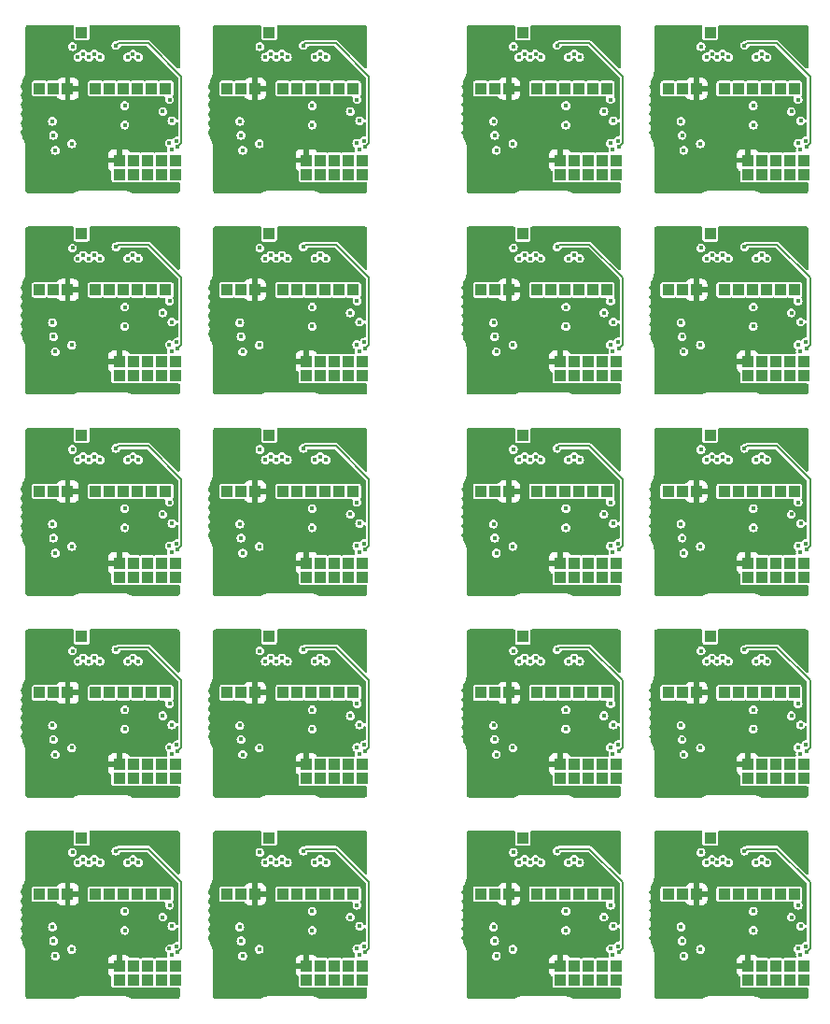
<source format=gbr>
%TF.GenerationSoftware,KiCad,Pcbnew,8.0.1-unknown-202403172319~81f55dfc9c~ubuntu22.04.1*%
%TF.CreationDate,2024-06-20T10:51:26+01:00*%
%TF.ProjectId,PANEL_COM_MOD,50414e45-4c5f-4434-9f4d-5f4d4f442e6b,1.0*%
%TF.SameCoordinates,Original*%
%TF.FileFunction,Copper,L3,Inr*%
%TF.FilePolarity,Positive*%
%FSLAX46Y46*%
G04 Gerber Fmt 4.6, Leading zero omitted, Abs format (unit mm)*
G04 Created by KiCad (PCBNEW 8.0.1-unknown-202403172319~81f55dfc9c~ubuntu22.04.1) date 2024-06-20 10:51:26*
%MOMM*%
%LPD*%
G01*
G04 APERTURE LIST*
%TA.AperFunction,ComponentPad*%
%ADD10R,1.000000X1.000000*%
%TD*%
%TA.AperFunction,ViaPad*%
%ADD11C,0.400000*%
%TD*%
%TA.AperFunction,Conductor*%
%ADD12C,0.127000*%
%TD*%
G04 APERTURE END LIST*
D10*
%TO.N,Board_11-GND*%
%TO.C,J22*%
X71994999Y-55250002D03*
%TD*%
%TO.N,Board_0-/POCI*%
%TO.C,J5*%
X12865000Y-12250000D03*
%TD*%
%TO.N,Board_1-/i2C_SCL*%
%TO.C,J16*%
X35804999Y-20020000D03*
%TD*%
%TO.N,Board_17-/AUX1*%
%TO.C,J19*%
X24785000Y-85250004D03*
%TD*%
%TO.N,Board_4-/i2C_SCL*%
%TO.C,J16*%
X18804999Y-38270001D03*
%TD*%
%TO.N,Board_9-/I2C_SDA*%
%TO.C,J17*%
X37074999Y-56520002D03*
%TD*%
%TO.N,Board_9-/CSB*%
%TO.C,J8*%
X33675000Y-48750002D03*
%TD*%
%TO.N,Board_17-/AIN0*%
%TO.C,J18*%
X31994999Y-93020004D03*
%TD*%
%TO.N,Board_17-/SPICS_ARM*%
%TO.C,J15*%
X34534999Y-93020004D03*
%TD*%
%TO.N,Board_0-/I2C_SDA*%
%TO.C,J17*%
X20074999Y-20020000D03*
%TD*%
%TO.N,Board_5-/IO1_out*%
%TO.C,J11*%
X37074999Y-37000001D03*
%TD*%
%TO.N,Board_16-+3.3V*%
%TO.C,J1*%
X9055000Y-85250004D03*
%TD*%
%TO.N,Board_5-/SCLK*%
%TO.C,J7*%
X32405000Y-30500001D03*
%TD*%
%TO.N,Board_16-/AIN0*%
%TO.C,J18*%
X14994999Y-93020004D03*
%TD*%
%TO.N,Board_8-GND*%
%TO.C,J22*%
X14994999Y-55250002D03*
%TD*%
%TO.N,Board_3-/SCLK*%
%TO.C,J7*%
X72405000Y-12250000D03*
%TD*%
%TO.N,Board_14-/extRef*%
%TO.C,J9*%
X57945000Y-67000003D03*
%TD*%
%TO.N,Board_10-/AUX2*%
%TO.C,J20*%
X59215000Y-48750002D03*
%TD*%
%TO.N,Board_13-/IO1_out*%
%TO.C,J11*%
X37074999Y-73500003D03*
%TD*%
%TO.N,Board_10-/SCLK_ARM*%
%TO.C,J14*%
X56264999Y-55250002D03*
%TD*%
%TO.N,Board_8-/CSB*%
%TO.C,J8*%
X16675000Y-48750002D03*
%TD*%
%TO.N,Board_7-/AUX2*%
%TO.C,J20*%
X76215000Y-30500001D03*
%TD*%
%TO.N,Board_11-/SWDIO{slash}POCI_ARM*%
%TO.C,J12*%
X75804999Y-55250002D03*
%TD*%
%TO.N,Board_7-/SCLK*%
%TO.C,J7*%
X72405000Y-30500001D03*
%TD*%
%TO.N,Board_10-/PICO*%
%TO.C,J6*%
X54135000Y-48750002D03*
%TD*%
%TO.N,Board_0-/GPIO*%
%TO.C,J21*%
X16264999Y-20020000D03*
%TD*%
%TO.N,Board_12-/POCI*%
%TO.C,J5*%
X12865000Y-67000003D03*
%TD*%
%TO.N,Board_19-/PICO_ARM*%
%TO.C,J13*%
X74535000Y-91750004D03*
%TD*%
%TO.N,Board_13-/GPIO*%
%TO.C,J21*%
X33264999Y-74770003D03*
%TD*%
%TO.N,Board_6-/PICO*%
%TO.C,J6*%
X54135000Y-30500001D03*
%TD*%
%TO.N,Board_4-/GPIO*%
%TO.C,J21*%
X16264999Y-38270001D03*
%TD*%
%TO.N,Board_2-/SCLK*%
%TO.C,J7*%
X55405000Y-12250000D03*
%TD*%
%TO.N,Board_12-/extRef*%
%TO.C,J9*%
X17945000Y-67000003D03*
%TD*%
%TO.N,Board_2-+3.3V*%
%TO.C,J1*%
X49055000Y-12250000D03*
%TD*%
%TO.N,Board_10-/extRef*%
%TO.C,J9*%
X57945000Y-48750002D03*
%TD*%
%TO.N,Board_8-/SPICS_ARM*%
%TO.C,J15*%
X17534999Y-56520002D03*
%TD*%
%TO.N,Board_3-+3.3V*%
%TO.C,J1*%
X66055000Y-12250000D03*
%TD*%
%TO.N,Board_9-/extRef*%
%TO.C,J9*%
X34945000Y-48750002D03*
%TD*%
%TO.N,Board_3-/SCLK_ARM*%
%TO.C,J14*%
X73264999Y-18750000D03*
%TD*%
%TO.N,Board_18-/PICO_ARM*%
%TO.C,J13*%
X57535000Y-91750004D03*
%TD*%
%TO.N,Board_15-/IO1_out*%
%TO.C,J11*%
X77074999Y-73500003D03*
%TD*%
%TO.N,Board_8-/I2C_SDA*%
%TO.C,J17*%
X20074999Y-56520002D03*
%TD*%
%TO.N,Board_15-/AIN0*%
%TO.C,J18*%
X71994999Y-74770003D03*
%TD*%
%TO.N,Board_12-/GPIO*%
%TO.C,J21*%
X16264999Y-74770003D03*
%TD*%
%TO.N,Board_3-GND*%
%TO.C,J22*%
X71994999Y-18750000D03*
%TD*%
%TO.N,Board_6-/AIN0*%
%TO.C,J18*%
X54994999Y-38270001D03*
%TD*%
%TO.N,Board_0-/AUX1*%
%TO.C,J19*%
X7785000Y-12250000D03*
%TD*%
%TO.N,Board_4-+3.3V*%
%TO.C,J1*%
X9055000Y-30500001D03*
%TD*%
%TO.N,Board_4-/CSB*%
%TO.C,J8*%
X16675000Y-30500001D03*
%TD*%
%TO.N,Board_6-/AUX3*%
%TO.C,J3*%
X51595000Y-25420001D03*
%TD*%
%TO.N,Board_2-/AIN0*%
%TO.C,J18*%
X54994999Y-20020000D03*
%TD*%
%TO.N,Board_9-/PICO*%
%TO.C,J6*%
X31135000Y-48750002D03*
%TD*%
%TO.N,Board_0-/SWDIO{slash}POCI_ARM*%
%TO.C,J12*%
X18804999Y-18750000D03*
%TD*%
%TO.N,Board_15-/AUX1*%
%TO.C,J19*%
X64785000Y-67000003D03*
%TD*%
%TO.N,Board_2-/AUX2*%
%TO.C,J20*%
X59215000Y-12250000D03*
%TD*%
%TO.N,Board_11-/i2C_SCL*%
%TO.C,J16*%
X75804999Y-56520002D03*
%TD*%
%TO.N,Board_1-+3.3V*%
%TO.C,J1*%
X26055000Y-12250000D03*
%TD*%
%TO.N,Board_16-/POCI*%
%TO.C,J5*%
X12865000Y-85250004D03*
%TD*%
%TO.N,Board_18-/AUX2*%
%TO.C,J20*%
X59215000Y-85250004D03*
%TD*%
%TO.N,Board_10-/AUX1*%
%TO.C,J19*%
X47785000Y-48750002D03*
%TD*%
%TO.N,Board_0-/extRef*%
%TO.C,J9*%
X17945000Y-12250000D03*
%TD*%
%TO.N,Board_6-/SCLK_ARM*%
%TO.C,J14*%
X56264999Y-37000001D03*
%TD*%
%TO.N,Board_17-GND*%
%TO.C,J2*%
X27325000Y-85250004D03*
%TD*%
%TO.N,Board_10-GND*%
%TO.C,J2*%
X50325000Y-48750002D03*
%TD*%
%TO.N,Board_1-GND*%
%TO.C,J2*%
X27325000Y-12250000D03*
%TD*%
%TO.N,Board_19-/SWDIO{slash}POCI_ARM*%
%TO.C,J12*%
X75804999Y-91750004D03*
%TD*%
%TO.N,Board_11-/PICO_ARM*%
%TO.C,J13*%
X74535000Y-55250002D03*
%TD*%
%TO.N,Board_5-/PICO*%
%TO.C,J6*%
X31135000Y-30500001D03*
%TD*%
%TO.N,Board_15-/SPICS_ARM*%
%TO.C,J15*%
X74534999Y-74770003D03*
%TD*%
%TO.N,Board_0-GND*%
%TO.C,J2*%
X10325000Y-12250000D03*
%TD*%
%TO.N,Board_6-/SWDIO{slash}POCI_ARM*%
%TO.C,J12*%
X58804999Y-37000001D03*
%TD*%
%TO.N,Board_5-/PICO_ARM*%
%TO.C,J13*%
X34535000Y-37000001D03*
%TD*%
%TO.N,Board_12-/PICO*%
%TO.C,J6*%
X14135000Y-67000003D03*
%TD*%
%TO.N,Board_18-/I2C_SDA*%
%TO.C,J17*%
X60074999Y-93020004D03*
%TD*%
%TO.N,Board_13-/SCLK_ARM*%
%TO.C,J14*%
X33264999Y-73500003D03*
%TD*%
%TO.N,Board_11-/AUX3*%
%TO.C,J3*%
X68595000Y-43670002D03*
%TD*%
%TO.N,Board_18-/IO1_out*%
%TO.C,J11*%
X60074999Y-91750004D03*
%TD*%
%TO.N,Board_7-/I2C_SDA*%
%TO.C,J17*%
X77074999Y-38270001D03*
%TD*%
%TO.N,Board_13-/SWDIO{slash}POCI_ARM*%
%TO.C,J12*%
X35804999Y-73500003D03*
%TD*%
%TO.N,Board_14-/IO1_out*%
%TO.C,J11*%
X60074999Y-73500003D03*
%TD*%
%TO.N,Board_1-GND*%
%TO.C,J22*%
X31994999Y-18750000D03*
%TD*%
%TO.N,Board_17-/SWDIO{slash}POCI_ARM*%
%TO.C,J12*%
X35804999Y-91750004D03*
%TD*%
%TO.N,Board_5-/SWDIO{slash}POCI_ARM*%
%TO.C,J12*%
X35804999Y-37000001D03*
%TD*%
%TO.N,Board_13-/extRef*%
%TO.C,J9*%
X34945000Y-67000003D03*
%TD*%
%TO.N,Board_15-/SCLK*%
%TO.C,J7*%
X72405000Y-67000003D03*
%TD*%
%TO.N,Board_19-/SPICS_ARM*%
%TO.C,J15*%
X74534999Y-93020004D03*
%TD*%
%TO.N,Board_15-/AUX2*%
%TO.C,J20*%
X76215000Y-67000003D03*
%TD*%
%TO.N,Board_12-GND*%
%TO.C,J2*%
X10325000Y-67000003D03*
%TD*%
%TO.N,Board_18-/SCLK_ARM*%
%TO.C,J14*%
X56264999Y-91750004D03*
%TD*%
%TO.N,Board_7-GND*%
%TO.C,J2*%
X67325000Y-30500001D03*
%TD*%
%TO.N,Board_5-/POCI*%
%TO.C,J5*%
X29865000Y-30500001D03*
%TD*%
%TO.N,Board_10-/CSB*%
%TO.C,J8*%
X56675000Y-48750002D03*
%TD*%
%TO.N,Board_1-/SWDIO{slash}POCI_ARM*%
%TO.C,J12*%
X35804999Y-18750000D03*
%TD*%
%TO.N,Board_7-/PICO*%
%TO.C,J6*%
X71135000Y-30500001D03*
%TD*%
%TO.N,Board_14-/SPICS_ARM*%
%TO.C,J15*%
X57534999Y-74770003D03*
%TD*%
%TO.N,Board_17-/SCLK*%
%TO.C,J7*%
X32405000Y-85250004D03*
%TD*%
%TO.N,Board_3-/I2C_SDA*%
%TO.C,J17*%
X77074999Y-20020000D03*
%TD*%
%TO.N,Board_10-/IO1_out*%
%TO.C,J11*%
X60074999Y-55250002D03*
%TD*%
%TO.N,Board_6-/SCLK*%
%TO.C,J7*%
X55405000Y-30500001D03*
%TD*%
%TO.N,Board_5-GND*%
%TO.C,J2*%
X27325000Y-30500001D03*
%TD*%
%TO.N,Board_10-/i2C_SCL*%
%TO.C,J16*%
X58804999Y-56520002D03*
%TD*%
%TO.N,Board_6-/PICO_ARM*%
%TO.C,J13*%
X57535000Y-37000001D03*
%TD*%
%TO.N,Board_19-/POCI*%
%TO.C,J5*%
X69865000Y-85250004D03*
%TD*%
%TO.N,Board_12-/AIN0*%
%TO.C,J18*%
X14994999Y-74770003D03*
%TD*%
%TO.N,Board_8-/extRef*%
%TO.C,J9*%
X17945000Y-48750002D03*
%TD*%
%TO.N,Board_9-/SWDIO{slash}POCI_ARM*%
%TO.C,J12*%
X35804999Y-55250002D03*
%TD*%
%TO.N,Board_15-/PICO_ARM*%
%TO.C,J13*%
X74535000Y-73500003D03*
%TD*%
%TO.N,Board_9-/AUX2*%
%TO.C,J20*%
X36215000Y-48750002D03*
%TD*%
%TO.N,Board_16-/AUX1*%
%TO.C,J19*%
X7785000Y-85250004D03*
%TD*%
%TO.N,Board_2-/IO1_out*%
%TO.C,J11*%
X60074999Y-18750000D03*
%TD*%
%TO.N,Board_16-/I2C_SDA*%
%TO.C,J17*%
X20074999Y-93020004D03*
%TD*%
%TO.N,Board_2-/SPICS_ARM*%
%TO.C,J15*%
X57534999Y-20020000D03*
%TD*%
%TO.N,Board_10-GND*%
%TO.C,J22*%
X54994999Y-55250002D03*
%TD*%
%TO.N,Board_9-/AUX1*%
%TO.C,J19*%
X24785000Y-48750002D03*
%TD*%
%TO.N,Board_17-GND*%
%TO.C,J22*%
X31994999Y-91750004D03*
%TD*%
%TO.N,Board_14-/AUX1*%
%TO.C,J19*%
X47785000Y-67000003D03*
%TD*%
%TO.N,Board_9-/i2C_SCL*%
%TO.C,J16*%
X35804999Y-56520002D03*
%TD*%
%TO.N,Board_4-/I2C_SDA*%
%TO.C,J17*%
X20074999Y-38270001D03*
%TD*%
%TO.N,Board_16-/GPIO*%
%TO.C,J21*%
X16264999Y-93020004D03*
%TD*%
%TO.N,Board_14-/CSB*%
%TO.C,J8*%
X56675000Y-67000003D03*
%TD*%
%TO.N,Board_16-/SWDIO{slash}POCI_ARM*%
%TO.C,J12*%
X18804999Y-91750004D03*
%TD*%
%TO.N,Board_16-/AUX2*%
%TO.C,J20*%
X19215000Y-85250004D03*
%TD*%
%TO.N,Board_13-/PICO*%
%TO.C,J6*%
X31135000Y-67000003D03*
%TD*%
%TO.N,Board_3-/AUX2*%
%TO.C,J20*%
X76215000Y-12250000D03*
%TD*%
%TO.N,Board_1-/AUX1*%
%TO.C,J19*%
X24785000Y-12250000D03*
%TD*%
%TO.N,Board_3-/PICO*%
%TO.C,J6*%
X71135000Y-12250000D03*
%TD*%
%TO.N,Board_2-/SWDIO{slash}POCI_ARM*%
%TO.C,J12*%
X58804999Y-18750000D03*
%TD*%
%TO.N,Board_10-/GPIO*%
%TO.C,J21*%
X56264999Y-56520002D03*
%TD*%
%TO.N,Board_3-/extRef*%
%TO.C,J9*%
X74945000Y-12250000D03*
%TD*%
%TO.N,Board_4-/IO1_out*%
%TO.C,J11*%
X20074999Y-37000001D03*
%TD*%
%TO.N,Board_10-+3.3V*%
%TO.C,J1*%
X49055000Y-48750002D03*
%TD*%
%TO.N,Board_19-/SCLK_ARM*%
%TO.C,J14*%
X73264999Y-91750004D03*
%TD*%
%TO.N,Board_17-/IO1_out*%
%TO.C,J11*%
X37074999Y-91750004D03*
%TD*%
%TO.N,Board_15-+3.3V*%
%TO.C,J1*%
X66055000Y-67000003D03*
%TD*%
%TO.N,Board_15-/i2C_SCL*%
%TO.C,J16*%
X75804999Y-74770003D03*
%TD*%
%TO.N,Board_15-GND*%
%TO.C,J22*%
X71994999Y-73500003D03*
%TD*%
%TO.N,Board_5-/CSB*%
%TO.C,J8*%
X33675000Y-30500001D03*
%TD*%
%TO.N,Board_5-/AUX2*%
%TO.C,J20*%
X36215000Y-30500001D03*
%TD*%
%TO.N,Board_14-+3.3V*%
%TO.C,J1*%
X49055000Y-67000003D03*
%TD*%
%TO.N,Board_0-/PICO_ARM*%
%TO.C,J13*%
X17535000Y-18750000D03*
%TD*%
%TO.N,Board_8-+3.3V*%
%TO.C,J1*%
X9055000Y-48750002D03*
%TD*%
%TO.N,Board_9-/SPICS_ARM*%
%TO.C,J15*%
X34534999Y-56520002D03*
%TD*%
%TO.N,Board_1-/POCI*%
%TO.C,J5*%
X29865000Y-12250000D03*
%TD*%
%TO.N,Board_3-/AIN0*%
%TO.C,J18*%
X71994999Y-20020000D03*
%TD*%
%TO.N,Board_7-/AUX1*%
%TO.C,J19*%
X64785000Y-30500001D03*
%TD*%
%TO.N,Board_6-/CSB*%
%TO.C,J8*%
X56675000Y-30500001D03*
%TD*%
%TO.N,Board_18-/PICO*%
%TO.C,J6*%
X54135000Y-85250004D03*
%TD*%
%TO.N,Board_4-/SWDIO{slash}POCI_ARM*%
%TO.C,J12*%
X18804999Y-37000001D03*
%TD*%
%TO.N,Board_3-/i2C_SCL*%
%TO.C,J16*%
X75804999Y-20020000D03*
%TD*%
%TO.N,Board_10-/I2C_SDA*%
%TO.C,J17*%
X60074999Y-56520002D03*
%TD*%
%TO.N,Board_16-/extRef*%
%TO.C,J9*%
X17945000Y-85250004D03*
%TD*%
%TO.N,Board_8-/AUX1*%
%TO.C,J19*%
X7785000Y-48750002D03*
%TD*%
%TO.N,Board_19-/AUX2*%
%TO.C,J20*%
X76215000Y-85250004D03*
%TD*%
%TO.N,Board_9-/SCLK*%
%TO.C,J7*%
X32405000Y-48750002D03*
%TD*%
%TO.N,Board_18-/AUX3*%
%TO.C,J3*%
X51595000Y-80170004D03*
%TD*%
%TO.N,Board_9-/GPIO*%
%TO.C,J21*%
X33264999Y-56520002D03*
%TD*%
%TO.N,Board_10-/AUX3*%
%TO.C,J3*%
X51595000Y-43670002D03*
%TD*%
%TO.N,Board_9-/POCI*%
%TO.C,J5*%
X29865000Y-48750002D03*
%TD*%
%TO.N,Board_5-/GPIO*%
%TO.C,J21*%
X33264999Y-38270001D03*
%TD*%
%TO.N,Board_11-/SCLK_ARM*%
%TO.C,J14*%
X73264999Y-55250002D03*
%TD*%
%TO.N,Board_16-/PICO_ARM*%
%TO.C,J13*%
X17535000Y-91750004D03*
%TD*%
%TO.N,Board_14-/AIN0*%
%TO.C,J18*%
X54994999Y-74770003D03*
%TD*%
%TO.N,Board_2-GND*%
%TO.C,J22*%
X54994999Y-18750000D03*
%TD*%
%TO.N,Board_9-+3.3V*%
%TO.C,J1*%
X26055000Y-48750002D03*
%TD*%
%TO.N,Board_7-/POCI*%
%TO.C,J5*%
X69865000Y-30500001D03*
%TD*%
%TO.N,Board_8-/AUX2*%
%TO.C,J20*%
X19215000Y-48750002D03*
%TD*%
%TO.N,Board_9-/IO1_out*%
%TO.C,J11*%
X37074999Y-55250002D03*
%TD*%
%TO.N,Board_7-/AUX3*%
%TO.C,J3*%
X68595000Y-25420001D03*
%TD*%
%TO.N,Board_5-/AUX1*%
%TO.C,J19*%
X24785000Y-30500001D03*
%TD*%
%TO.N,Board_7-/CSB*%
%TO.C,J8*%
X73675000Y-30500001D03*
%TD*%
%TO.N,Board_17-/extRef*%
%TO.C,J9*%
X34945000Y-85250004D03*
%TD*%
%TO.N,Board_12-/AUX2*%
%TO.C,J20*%
X19215000Y-67000003D03*
%TD*%
%TO.N,Board_15-/PICO*%
%TO.C,J6*%
X71135000Y-67000003D03*
%TD*%
%TO.N,Board_19-/SCLK*%
%TO.C,J7*%
X72405000Y-85250004D03*
%TD*%
%TO.N,Board_7-/IO1_out*%
%TO.C,J11*%
X77074999Y-37000001D03*
%TD*%
%TO.N,Board_9-/PICO_ARM*%
%TO.C,J13*%
X34535000Y-55250002D03*
%TD*%
%TO.N,Board_14-/GPIO*%
%TO.C,J21*%
X56264999Y-74770003D03*
%TD*%
%TO.N,Board_13-/PICO_ARM*%
%TO.C,J13*%
X34535000Y-73500003D03*
%TD*%
%TO.N,Board_17-/SCLK_ARM*%
%TO.C,J14*%
X33264999Y-91750004D03*
%TD*%
%TO.N,Board_13-GND*%
%TO.C,J2*%
X27325000Y-67000003D03*
%TD*%
%TO.N,Board_11-/AUX1*%
%TO.C,J19*%
X64785000Y-48750002D03*
%TD*%
%TO.N,Board_0-/AIN0*%
%TO.C,J18*%
X14994999Y-20020000D03*
%TD*%
%TO.N,Board_13-/AUX3*%
%TO.C,J3*%
X28595000Y-61920003D03*
%TD*%
%TO.N,Board_2-/extRef*%
%TO.C,J9*%
X57945000Y-12250000D03*
%TD*%
%TO.N,Board_19-/i2C_SCL*%
%TO.C,J16*%
X75804999Y-93020004D03*
%TD*%
%TO.N,Board_3-/IO1_out*%
%TO.C,J11*%
X77074999Y-18750000D03*
%TD*%
%TO.N,Board_6-/extRef*%
%TO.C,J9*%
X57945000Y-30500001D03*
%TD*%
%TO.N,Board_15-/extRef*%
%TO.C,J9*%
X74945000Y-67000003D03*
%TD*%
%TO.N,Board_5-+3.3V*%
%TO.C,J1*%
X26055000Y-30500001D03*
%TD*%
%TO.N,Board_16-/SPICS_ARM*%
%TO.C,J15*%
X17534999Y-93020004D03*
%TD*%
%TO.N,Board_4-/SCLK_ARM*%
%TO.C,J14*%
X16264999Y-37000001D03*
%TD*%
%TO.N,Board_11-/AIN0*%
%TO.C,J18*%
X71994999Y-56520002D03*
%TD*%
%TO.N,Board_10-/POCI*%
%TO.C,J5*%
X52865000Y-48750002D03*
%TD*%
%TO.N,Board_6-/AUX2*%
%TO.C,J20*%
X59215000Y-30500001D03*
%TD*%
%TO.N,Board_8-GND*%
%TO.C,J2*%
X10325000Y-48750002D03*
%TD*%
%TO.N,Board_18-GND*%
%TO.C,J22*%
X54994999Y-91750004D03*
%TD*%
%TO.N,Board_3-/AUX3*%
%TO.C,J3*%
X68595000Y-7170000D03*
%TD*%
%TO.N,Board_2-/AUX3*%
%TO.C,J3*%
X51595000Y-7170000D03*
%TD*%
%TO.N,Board_9-/SCLK_ARM*%
%TO.C,J14*%
X33264999Y-55250002D03*
%TD*%
%TO.N,Board_11-/extRef*%
%TO.C,J9*%
X74945000Y-48750002D03*
%TD*%
%TO.N,Board_1-/SCLK*%
%TO.C,J7*%
X32405000Y-12250000D03*
%TD*%
%TO.N,Board_7-/GPIO*%
%TO.C,J21*%
X73264999Y-38270001D03*
%TD*%
%TO.N,Board_0-/AUX2*%
%TO.C,J20*%
X19215000Y-12250000D03*
%TD*%
%TO.N,Board_7-GND*%
%TO.C,J22*%
X71994999Y-37000001D03*
%TD*%
%TO.N,Board_16-/PICO*%
%TO.C,J6*%
X14135000Y-85250004D03*
%TD*%
%TO.N,Board_5-/extRef*%
%TO.C,J9*%
X34945000Y-30500001D03*
%TD*%
%TO.N,Board_8-/PICO_ARM*%
%TO.C,J13*%
X17535000Y-55250002D03*
%TD*%
%TO.N,Board_18-+3.3V*%
%TO.C,J1*%
X49055000Y-85250004D03*
%TD*%
%TO.N,Board_9-GND*%
%TO.C,J2*%
X27325000Y-48750002D03*
%TD*%
%TO.N,Board_12-/SCLK*%
%TO.C,J7*%
X15405000Y-67000003D03*
%TD*%
%TO.N,Board_19-/IO1_out*%
%TO.C,J11*%
X77074999Y-91750004D03*
%TD*%
%TO.N,Board_5-/I2C_SDA*%
%TO.C,J17*%
X37074999Y-38270001D03*
%TD*%
%TO.N,Board_16-/SCLK_ARM*%
%TO.C,J14*%
X16264999Y-91750004D03*
%TD*%
%TO.N,Board_12-/AUX1*%
%TO.C,J19*%
X7785000Y-67000003D03*
%TD*%
%TO.N,Board_18-/AIN0*%
%TO.C,J18*%
X54994999Y-93020004D03*
%TD*%
%TO.N,Board_18-/GPIO*%
%TO.C,J21*%
X56264999Y-93020004D03*
%TD*%
%TO.N,Board_17-/GPIO*%
%TO.C,J21*%
X33264999Y-93020004D03*
%TD*%
%TO.N,Board_6-/i2C_SCL*%
%TO.C,J16*%
X58804999Y-38270001D03*
%TD*%
%TO.N,Board_11-/PICO*%
%TO.C,J6*%
X71135000Y-48750002D03*
%TD*%
%TO.N,Board_1-/CSB*%
%TO.C,J8*%
X33675000Y-12250000D03*
%TD*%
%TO.N,Board_11-/AUX2*%
%TO.C,J20*%
X76215000Y-48750002D03*
%TD*%
%TO.N,Board_8-/i2C_SCL*%
%TO.C,J16*%
X18804999Y-56520002D03*
%TD*%
%TO.N,Board_19-/AUX3*%
%TO.C,J3*%
X68595000Y-80170004D03*
%TD*%
%TO.N,Board_7-/AIN0*%
%TO.C,J18*%
X71994999Y-38270001D03*
%TD*%
%TO.N,Board_15-/POCI*%
%TO.C,J5*%
X69865000Y-67000003D03*
%TD*%
%TO.N,Board_4-GND*%
%TO.C,J22*%
X14994999Y-37000001D03*
%TD*%
%TO.N,Board_0-/AUX3*%
%TO.C,J3*%
X11595000Y-7170000D03*
%TD*%
%TO.N,Board_3-/SPICS_ARM*%
%TO.C,J15*%
X74534999Y-20020000D03*
%TD*%
%TO.N,Board_11-GND*%
%TO.C,J2*%
X67325000Y-48750002D03*
%TD*%
%TO.N,Board_3-GND*%
%TO.C,J2*%
X67325000Y-12250000D03*
%TD*%
%TO.N,Board_5-/SCLK_ARM*%
%TO.C,J14*%
X33264999Y-37000001D03*
%TD*%
%TO.N,Board_3-/GPIO*%
%TO.C,J21*%
X73264999Y-20020000D03*
%TD*%
%TO.N,Board_2-/AUX1*%
%TO.C,J19*%
X47785000Y-12250000D03*
%TD*%
%TO.N,Board_4-/PICO_ARM*%
%TO.C,J13*%
X17535000Y-37000001D03*
%TD*%
%TO.N,Board_16-GND*%
%TO.C,J22*%
X14994999Y-91750004D03*
%TD*%
%TO.N,Board_17-/PICO*%
%TO.C,J6*%
X31135000Y-85250004D03*
%TD*%
%TO.N,Board_17-/PICO_ARM*%
%TO.C,J13*%
X34535000Y-91750004D03*
%TD*%
%TO.N,Board_10-/SWDIO{slash}POCI_ARM*%
%TO.C,J12*%
X58804999Y-55250002D03*
%TD*%
%TO.N,Board_9-/AUX3*%
%TO.C,J3*%
X28595000Y-43670002D03*
%TD*%
%TO.N,Board_5-/AIN0*%
%TO.C,J18*%
X31994999Y-38270001D03*
%TD*%
%TO.N,Board_1-/extRef*%
%TO.C,J9*%
X34945000Y-12250000D03*
%TD*%
%TO.N,Board_9-/AIN0*%
%TO.C,J18*%
X31994999Y-56520002D03*
%TD*%
%TO.N,Board_2-/GPIO*%
%TO.C,J21*%
X56264999Y-20020000D03*
%TD*%
%TO.N,Board_14-GND*%
%TO.C,J2*%
X50325000Y-67000003D03*
%TD*%
%TO.N,Board_19-/PICO*%
%TO.C,J6*%
X71135000Y-85250004D03*
%TD*%
%TO.N,Board_5-GND*%
%TO.C,J22*%
X31994999Y-37000001D03*
%TD*%
%TO.N,Board_15-/AUX3*%
%TO.C,J3*%
X68595000Y-61920003D03*
%TD*%
%TO.N,Board_12-/AUX3*%
%TO.C,J3*%
X11595000Y-61920003D03*
%TD*%
%TO.N,Board_3-/AUX1*%
%TO.C,J19*%
X64785000Y-12250000D03*
%TD*%
%TO.N,Board_1-/GPIO*%
%TO.C,J21*%
X33264999Y-20020000D03*
%TD*%
%TO.N,Board_13-/CSB*%
%TO.C,J8*%
X33675000Y-67000003D03*
%TD*%
%TO.N,Board_4-/AUX3*%
%TO.C,J3*%
X11595000Y-25420001D03*
%TD*%
%TO.N,Board_10-/SCLK*%
%TO.C,J7*%
X55405000Y-48750002D03*
%TD*%
%TO.N,Board_12-/i2C_SCL*%
%TO.C,J16*%
X18804999Y-74770003D03*
%TD*%
%TO.N,Board_7-/SPICS_ARM*%
%TO.C,J15*%
X74534999Y-38270001D03*
%TD*%
%TO.N,Board_2-GND*%
%TO.C,J2*%
X50325000Y-12250000D03*
%TD*%
%TO.N,Board_15-/SWDIO{slash}POCI_ARM*%
%TO.C,J12*%
X75804999Y-73500003D03*
%TD*%
%TO.N,Board_17-/POCI*%
%TO.C,J5*%
X29865000Y-85250004D03*
%TD*%
%TO.N,Board_6-/GPIO*%
%TO.C,J21*%
X56264999Y-38270001D03*
%TD*%
%TO.N,Board_16-/SCLK*%
%TO.C,J7*%
X15405000Y-85250004D03*
%TD*%
%TO.N,Board_13-/SPICS_ARM*%
%TO.C,J15*%
X34534999Y-74770003D03*
%TD*%
%TO.N,Board_1-/I2C_SDA*%
%TO.C,J17*%
X37074999Y-20020000D03*
%TD*%
%TO.N,Board_12-GND*%
%TO.C,J22*%
X14994999Y-73500003D03*
%TD*%
%TO.N,Board_1-/AUX2*%
%TO.C,J20*%
X36215000Y-12250000D03*
%TD*%
%TO.N,Board_4-/AUX2*%
%TO.C,J20*%
X19215000Y-30500001D03*
%TD*%
%TO.N,Board_11-/I2C_SDA*%
%TO.C,J17*%
X77074999Y-56520002D03*
%TD*%
%TO.N,Board_16-/CSB*%
%TO.C,J8*%
X16675000Y-85250004D03*
%TD*%
%TO.N,Board_0-GND*%
%TO.C,J22*%
X14994999Y-18750000D03*
%TD*%
%TO.N,Board_17-/CSB*%
%TO.C,J8*%
X33675000Y-85250004D03*
%TD*%
%TO.N,Board_7-/SCLK_ARM*%
%TO.C,J14*%
X73264999Y-37000001D03*
%TD*%
%TO.N,Board_12-/IO1_out*%
%TO.C,J11*%
X20074999Y-73500003D03*
%TD*%
%TO.N,Board_6-GND*%
%TO.C,J22*%
X54994999Y-37000001D03*
%TD*%
%TO.N,Board_4-/SCLK*%
%TO.C,J7*%
X15405000Y-30500001D03*
%TD*%
%TO.N,Board_16-/i2C_SCL*%
%TO.C,J16*%
X18804999Y-93020004D03*
%TD*%
%TO.N,Board_1-/AIN0*%
%TO.C,J18*%
X31994999Y-20020000D03*
%TD*%
%TO.N,Board_6-/AUX1*%
%TO.C,J19*%
X47785000Y-30500001D03*
%TD*%
%TO.N,Board_15-/I2C_SDA*%
%TO.C,J17*%
X77074999Y-74770003D03*
%TD*%
%TO.N,Board_13-+3.3V*%
%TO.C,J1*%
X26055000Y-67000003D03*
%TD*%
%TO.N,Board_12-/PICO_ARM*%
%TO.C,J13*%
X17535000Y-73500003D03*
%TD*%
%TO.N,Board_2-/I2C_SDA*%
%TO.C,J17*%
X60074999Y-20020000D03*
%TD*%
%TO.N,Board_6-/I2C_SDA*%
%TO.C,J17*%
X60074999Y-38270001D03*
%TD*%
%TO.N,Board_0-/i2C_SCL*%
%TO.C,J16*%
X18804999Y-20020000D03*
%TD*%
%TO.N,Board_6-/POCI*%
%TO.C,J5*%
X52865000Y-30500001D03*
%TD*%
%TO.N,Board_16-/IO1_out*%
%TO.C,J11*%
X20074999Y-91750004D03*
%TD*%
%TO.N,Board_6-+3.3V*%
%TO.C,J1*%
X49055000Y-30500001D03*
%TD*%
%TO.N,Board_4-/SPICS_ARM*%
%TO.C,J15*%
X17534999Y-38270001D03*
%TD*%
%TO.N,Board_2-/i2C_SCL*%
%TO.C,J16*%
X58804999Y-20020000D03*
%TD*%
%TO.N,Board_7-/i2C_SCL*%
%TO.C,J16*%
X75804999Y-38270001D03*
%TD*%
%TO.N,Board_14-/SCLK*%
%TO.C,J7*%
X55405000Y-67000003D03*
%TD*%
%TO.N,Board_19-+3.3V*%
%TO.C,J1*%
X66055000Y-85250004D03*
%TD*%
%TO.N,Board_3-/PICO_ARM*%
%TO.C,J13*%
X74535000Y-18750000D03*
%TD*%
%TO.N,Board_6-/IO1_out*%
%TO.C,J11*%
X60074999Y-37000001D03*
%TD*%
%TO.N,Board_18-GND*%
%TO.C,J2*%
X50325000Y-85250004D03*
%TD*%
%TO.N,Board_15-/GPIO*%
%TO.C,J21*%
X73264999Y-74770003D03*
%TD*%
%TO.N,Board_18-/AUX1*%
%TO.C,J19*%
X47785000Y-85250004D03*
%TD*%
%TO.N,Board_2-/SCLK_ARM*%
%TO.C,J14*%
X56264999Y-18750000D03*
%TD*%
%TO.N,Board_0-/SCLK*%
%TO.C,J7*%
X15405000Y-12250000D03*
%TD*%
%TO.N,Board_4-/AUX1*%
%TO.C,J19*%
X7785000Y-30500001D03*
%TD*%
%TO.N,Board_18-/SPICS_ARM*%
%TO.C,J15*%
X57534999Y-93020004D03*
%TD*%
%TO.N,Board_6-GND*%
%TO.C,J2*%
X50325000Y-30500001D03*
%TD*%
%TO.N,Board_17-+3.3V*%
%TO.C,J1*%
X26055000Y-85250004D03*
%TD*%
%TO.N,Board_5-/SPICS_ARM*%
%TO.C,J15*%
X34534999Y-38270001D03*
%TD*%
%TO.N,Board_10-/SPICS_ARM*%
%TO.C,J15*%
X57534999Y-56520002D03*
%TD*%
%TO.N,Board_4-/POCI*%
%TO.C,J5*%
X12865000Y-30500001D03*
%TD*%
%TO.N,Board_17-/AUX3*%
%TO.C,J3*%
X28595000Y-80170004D03*
%TD*%
%TO.N,Board_13-/AIN0*%
%TO.C,J18*%
X31994999Y-74770003D03*
%TD*%
%TO.N,Board_0-+3.3V*%
%TO.C,J1*%
X9055000Y-12250000D03*
%TD*%
%TO.N,Board_8-/SCLK_ARM*%
%TO.C,J14*%
X16264999Y-55250002D03*
%TD*%
%TO.N,Board_11-/SCLK*%
%TO.C,J7*%
X72405000Y-48750002D03*
%TD*%
%TO.N,Board_0-/CSB*%
%TO.C,J8*%
X16675000Y-12250000D03*
%TD*%
%TO.N,Board_14-/PICO_ARM*%
%TO.C,J13*%
X57535000Y-73500003D03*
%TD*%
%TO.N,Board_5-/i2C_SCL*%
%TO.C,J16*%
X35804999Y-38270001D03*
%TD*%
%TO.N,Board_1-/IO1_out*%
%TO.C,J11*%
X37074999Y-18750000D03*
%TD*%
%TO.N,Board_14-/PICO*%
%TO.C,J6*%
X54135000Y-67000003D03*
%TD*%
%TO.N,Board_17-/AUX2*%
%TO.C,J20*%
X36215000Y-85250004D03*
%TD*%
%TO.N,Board_19-/AUX1*%
%TO.C,J19*%
X64785000Y-85250004D03*
%TD*%
%TO.N,Board_13-/I2C_SDA*%
%TO.C,J17*%
X37074999Y-74770003D03*
%TD*%
%TO.N,Board_19-/AIN0*%
%TO.C,J18*%
X71994999Y-93020004D03*
%TD*%
%TO.N,Board_7-+3.3V*%
%TO.C,J1*%
X66055000Y-30500001D03*
%TD*%
%TO.N,Board_19-/I2C_SDA*%
%TO.C,J17*%
X77074999Y-93020004D03*
%TD*%
%TO.N,Board_8-/PICO*%
%TO.C,J6*%
X14135000Y-48750002D03*
%TD*%
%TO.N,Board_18-/POCI*%
%TO.C,J5*%
X52865000Y-85250004D03*
%TD*%
%TO.N,Board_12-/SWDIO{slash}POCI_ARM*%
%TO.C,J12*%
X18804999Y-73500003D03*
%TD*%
%TO.N,Board_9-GND*%
%TO.C,J22*%
X31994999Y-55250002D03*
%TD*%
%TO.N,Board_14-/AUX3*%
%TO.C,J3*%
X51595000Y-61920003D03*
%TD*%
%TO.N,Board_13-/AUX1*%
%TO.C,J19*%
X24785000Y-67000003D03*
%TD*%
%TO.N,Board_8-/AUX3*%
%TO.C,J3*%
X11595000Y-43670002D03*
%TD*%
%TO.N,Board_18-/CSB*%
%TO.C,J8*%
X56675000Y-85250004D03*
%TD*%
%TO.N,Board_0-/SCLK_ARM*%
%TO.C,J14*%
X16264999Y-18750000D03*
%TD*%
%TO.N,Board_13-GND*%
%TO.C,J22*%
X31994999Y-73500003D03*
%TD*%
%TO.N,Board_18-/SWDIO{slash}POCI_ARM*%
%TO.C,J12*%
X58804999Y-91750004D03*
%TD*%
%TO.N,Board_4-/extRef*%
%TO.C,J9*%
X17945000Y-30500001D03*
%TD*%
%TO.N,Board_16-GND*%
%TO.C,J2*%
X10325000Y-85250004D03*
%TD*%
%TO.N,Board_19-/CSB*%
%TO.C,J8*%
X73675000Y-85250004D03*
%TD*%
%TO.N,Board_8-/SCLK*%
%TO.C,J7*%
X15405000Y-48750002D03*
%TD*%
%TO.N,Board_4-/AIN0*%
%TO.C,J18*%
X14994999Y-38270001D03*
%TD*%
%TO.N,Board_3-/POCI*%
%TO.C,J5*%
X69865000Y-12250000D03*
%TD*%
%TO.N,Board_13-/i2C_SCL*%
%TO.C,J16*%
X35804999Y-74770003D03*
%TD*%
%TO.N,Board_2-/POCI*%
%TO.C,J5*%
X52865000Y-12250000D03*
%TD*%
%TO.N,Board_19-GND*%
%TO.C,J2*%
X67325000Y-85250004D03*
%TD*%
%TO.N,Board_4-/PICO*%
%TO.C,J6*%
X14135000Y-30500001D03*
%TD*%
%TO.N,Board_8-/POCI*%
%TO.C,J5*%
X12865000Y-48750002D03*
%TD*%
%TO.N,Board_14-/SCLK_ARM*%
%TO.C,J14*%
X56264999Y-73500003D03*
%TD*%
%TO.N,Board_2-/CSB*%
%TO.C,J8*%
X56675000Y-12250000D03*
%TD*%
%TO.N,Board_14-/SWDIO{slash}POCI_ARM*%
%TO.C,J12*%
X58804999Y-73500003D03*
%TD*%
%TO.N,Board_11-+3.3V*%
%TO.C,J1*%
X66055000Y-48750002D03*
%TD*%
%TO.N,Board_1-/PICO*%
%TO.C,J6*%
X31135000Y-12250000D03*
%TD*%
%TO.N,Board_18-/SCLK*%
%TO.C,J7*%
X55405000Y-85250004D03*
%TD*%
%TO.N,Board_12-/CSB*%
%TO.C,J8*%
X16675000Y-67000003D03*
%TD*%
%TO.N,Board_1-/SPICS_ARM*%
%TO.C,J15*%
X34534999Y-20020000D03*
%TD*%
%TO.N,Board_7-/extRef*%
%TO.C,J9*%
X74945000Y-30500001D03*
%TD*%
%TO.N,Board_14-/AUX2*%
%TO.C,J20*%
X59215000Y-67000003D03*
%TD*%
%TO.N,Board_11-/SPICS_ARM*%
%TO.C,J15*%
X74534999Y-56520002D03*
%TD*%
%TO.N,Board_12-/SCLK_ARM*%
%TO.C,J14*%
X16264999Y-73500003D03*
%TD*%
%TO.N,Board_0-/SPICS_ARM*%
%TO.C,J15*%
X17534999Y-20020000D03*
%TD*%
%TO.N,Board_1-/AUX3*%
%TO.C,J3*%
X28595000Y-7170000D03*
%TD*%
%TO.N,Board_10-/PICO_ARM*%
%TO.C,J13*%
X57535000Y-55250002D03*
%TD*%
%TO.N,Board_16-/AUX3*%
%TO.C,J3*%
X11595000Y-80170004D03*
%TD*%
%TO.N,Board_11-/IO1_out*%
%TO.C,J11*%
X77074999Y-55250002D03*
%TD*%
%TO.N,Board_12-/SPICS_ARM*%
%TO.C,J15*%
X17534999Y-74770003D03*
%TD*%
%TO.N,Board_14-/POCI*%
%TO.C,J5*%
X52865000Y-67000003D03*
%TD*%
%TO.N,Board_11-/POCI*%
%TO.C,J5*%
X69865000Y-48750002D03*
%TD*%
%TO.N,Board_11-/GPIO*%
%TO.C,J21*%
X73264999Y-56520002D03*
%TD*%
%TO.N,Board_0-/PICO*%
%TO.C,J6*%
X14135000Y-12250000D03*
%TD*%
%TO.N,Board_19-/GPIO*%
%TO.C,J21*%
X73264999Y-93020004D03*
%TD*%
%TO.N,Board_15-GND*%
%TO.C,J2*%
X67325000Y-67000003D03*
%TD*%
%TO.N,Board_5-/AUX3*%
%TO.C,J3*%
X28595000Y-25420001D03*
%TD*%
%TO.N,Board_7-/SWDIO{slash}POCI_ARM*%
%TO.C,J12*%
X75804999Y-37000001D03*
%TD*%
%TO.N,Board_1-/PICO_ARM*%
%TO.C,J13*%
X34535000Y-18750000D03*
%TD*%
%TO.N,Board_8-/GPIO*%
%TO.C,J21*%
X16264999Y-56520002D03*
%TD*%
%TO.N,Board_19-GND*%
%TO.C,J22*%
X71994999Y-91750004D03*
%TD*%
%TO.N,Board_17-/i2C_SCL*%
%TO.C,J16*%
X35804999Y-93020004D03*
%TD*%
%TO.N,Board_3-/CSB*%
%TO.C,J8*%
X73675000Y-12250000D03*
%TD*%
%TO.N,Board_2-/PICO_ARM*%
%TO.C,J13*%
X57535000Y-18750000D03*
%TD*%
%TO.N,Board_0-/IO1_out*%
%TO.C,J11*%
X20074999Y-18750000D03*
%TD*%
%TO.N,Board_14-GND*%
%TO.C,J22*%
X54994999Y-73500003D03*
%TD*%
%TO.N,Board_12-+3.3V*%
%TO.C,J1*%
X9055000Y-67000003D03*
%TD*%
%TO.N,Board_8-/AIN0*%
%TO.C,J18*%
X14994999Y-56520002D03*
%TD*%
%TO.N,Board_13-/AUX2*%
%TO.C,J20*%
X36215000Y-67000003D03*
%TD*%
%TO.N,Board_14-/I2C_SDA*%
%TO.C,J17*%
X60074999Y-74770003D03*
%TD*%
%TO.N,Board_19-/extRef*%
%TO.C,J9*%
X74945000Y-85250004D03*
%TD*%
%TO.N,Board_8-/SWDIO{slash}POCI_ARM*%
%TO.C,J12*%
X18804999Y-55250002D03*
%TD*%
%TO.N,Board_3-/SWDIO{slash}POCI_ARM*%
%TO.C,J12*%
X75804999Y-18750000D03*
%TD*%
%TO.N,Board_17-/I2C_SDA*%
%TO.C,J17*%
X37074999Y-93020004D03*
%TD*%
%TO.N,Board_12-/I2C_SDA*%
%TO.C,J17*%
X20074999Y-74770003D03*
%TD*%
%TO.N,Board_15-/SCLK_ARM*%
%TO.C,J14*%
X73264999Y-73500003D03*
%TD*%
%TO.N,Board_6-/SPICS_ARM*%
%TO.C,J15*%
X57534999Y-38270001D03*
%TD*%
%TO.N,Board_10-/AIN0*%
%TO.C,J18*%
X54994999Y-56520002D03*
%TD*%
%TO.N,Board_4-GND*%
%TO.C,J2*%
X10325000Y-30500001D03*
%TD*%
%TO.N,Board_15-/CSB*%
%TO.C,J8*%
X73675000Y-67000003D03*
%TD*%
%TO.N,Board_2-/PICO*%
%TO.C,J6*%
X54135000Y-12250000D03*
%TD*%
%TO.N,Board_11-/CSB*%
%TO.C,J8*%
X73675000Y-48750002D03*
%TD*%
%TO.N,Board_18-/i2C_SCL*%
%TO.C,J16*%
X58804999Y-93020004D03*
%TD*%
%TO.N,Board_8-/IO1_out*%
%TO.C,J11*%
X20074999Y-55250002D03*
%TD*%
%TO.N,Board_1-/SCLK_ARM*%
%TO.C,J14*%
X33264999Y-18750000D03*
%TD*%
%TO.N,Board_13-/POCI*%
%TO.C,J5*%
X29865000Y-67000003D03*
%TD*%
%TO.N,Board_18-/extRef*%
%TO.C,J9*%
X57945000Y-85250004D03*
%TD*%
%TO.N,Board_14-/i2C_SCL*%
%TO.C,J16*%
X58804999Y-74770003D03*
%TD*%
%TO.N,Board_7-/PICO_ARM*%
%TO.C,J13*%
X74535000Y-37000001D03*
%TD*%
%TO.N,Board_13-/SCLK*%
%TO.C,J7*%
X32405000Y-67000003D03*
%TD*%
D11*
%TO.N,Board_19-GND*%
X63949999Y-80000004D03*
X71199999Y-89250004D03*
X65149999Y-81700004D03*
X68099999Y-93650004D03*
X71699999Y-88950004D03*
X67699999Y-87850004D03*
X65962499Y-86612504D03*
X64560000Y-80850004D03*
X74249999Y-89350004D03*
X65799999Y-93450004D03*
X63599999Y-86450004D03*
X74249999Y-88600004D03*
X69749999Y-89500004D03*
X75849999Y-81700004D03*
X70499999Y-89000004D03*
X74949999Y-88600004D03*
X75849999Y-80000004D03*
X77049999Y-81700004D03*
X71199999Y-88650004D03*
X77049999Y-80000004D03*
X76440000Y-80850004D03*
X67699999Y-89350004D03*
X74949999Y-89350004D03*
X65149999Y-80000004D03*
X67699999Y-88650004D03*
X71199999Y-88050004D03*
X63949999Y-81700004D03*
%TO.N,Board_19-/i2C_SCL*%
X73749999Y-82400004D03*
X76789999Y-88160004D03*
%TO.N,Board_19-/addr_mod_3*%
X67699999Y-90250004D03*
X72499999Y-88550004D03*
%TO.N,Board_19-/addr_mod_2*%
X66199999Y-90850004D03*
X76759999Y-90780004D03*
%TO.N,Board_19-/addr_mod_1*%
X76549999Y-90200004D03*
X66039999Y-89490004D03*
%TO.N,Board_19-/addr_mod_0*%
X65939999Y-88220004D03*
X77229999Y-89980004D03*
%TO.N,Board_19-/addr_bus_4*%
X70249999Y-82400004D03*
%TO.N,Board_19-/addr_bus_3*%
X69749999Y-82100004D03*
%TO.N,Board_19-/addr_bus_2*%
X69249999Y-82400004D03*
%TO.N,Board_19-/addr_bus_1*%
X68749999Y-82100004D03*
%TO.N,Board_19-/addr_bus_0*%
X68249999Y-82400004D03*
%TO.N,Board_19-/LED_IN*%
X75950000Y-87335004D03*
%TO.N,Board_19-/IO2*%
X72749999Y-82400004D03*
%TO.N,Board_19-/IO1_out*%
X71699999Y-81350004D03*
X77299999Y-90540004D03*
%TO.N,Board_19-/IO1_in*%
X76560000Y-86250004D03*
%TO.N,Board_19-/I2C_SDA*%
X73249999Y-82100004D03*
%TO.N,Board_19-/AUX3*%
X67749999Y-81450004D03*
%TO.N,Board_19-+3.3V*%
X72499999Y-86800004D03*
%TO.N,Board_18-GND*%
X59440000Y-80850004D03*
X50699999Y-88650004D03*
X58849999Y-81700004D03*
X50699999Y-89350004D03*
X51099999Y-93650004D03*
X53499999Y-89000004D03*
X57949999Y-88600004D03*
X48799999Y-93450004D03*
X48962499Y-86612504D03*
X60049999Y-81700004D03*
X58849999Y-80000004D03*
X54199999Y-88650004D03*
X50699999Y-87850004D03*
X54199999Y-89250004D03*
X54199999Y-88050004D03*
X48149999Y-81700004D03*
X57949999Y-89350004D03*
X57249999Y-88600004D03*
X57249999Y-89350004D03*
X52749999Y-89500004D03*
X54699999Y-88950004D03*
X46949999Y-81700004D03*
X46949999Y-80000004D03*
X60049999Y-80000004D03*
X47560000Y-80850004D03*
X46599999Y-86450004D03*
X48149999Y-80000004D03*
%TO.N,Board_18-/i2C_SCL*%
X56749999Y-82400004D03*
X59789999Y-88160004D03*
%TO.N,Board_18-/addr_mod_3*%
X50699999Y-90250004D03*
X55499999Y-88550004D03*
%TO.N,Board_18-/addr_mod_2*%
X59759999Y-90780004D03*
X49199999Y-90850004D03*
%TO.N,Board_18-/addr_mod_1*%
X49039999Y-89490004D03*
X59549999Y-90200004D03*
%TO.N,Board_18-/addr_mod_0*%
X60229999Y-89980004D03*
X48939999Y-88220004D03*
%TO.N,Board_18-/addr_bus_4*%
X53249999Y-82400004D03*
%TO.N,Board_18-/addr_bus_3*%
X52749999Y-82100004D03*
%TO.N,Board_18-/addr_bus_2*%
X52249999Y-82400004D03*
%TO.N,Board_18-/addr_bus_1*%
X51749999Y-82100004D03*
%TO.N,Board_18-/addr_bus_0*%
X51249999Y-82400004D03*
%TO.N,Board_18-/LED_IN*%
X58950000Y-87335004D03*
%TO.N,Board_18-/IO2*%
X55749999Y-82400004D03*
%TO.N,Board_18-/IO1_out*%
X54699999Y-81350004D03*
X60299999Y-90540004D03*
%TO.N,Board_18-/IO1_in*%
X59560000Y-86250004D03*
%TO.N,Board_18-/I2C_SDA*%
X56249999Y-82100004D03*
%TO.N,Board_18-/AUX3*%
X50749999Y-81450004D03*
%TO.N,Board_18-+3.3V*%
X55499999Y-86800004D03*
%TO.N,Board_17-GND*%
X23949999Y-81700004D03*
X34949999Y-89350004D03*
X34249999Y-88600004D03*
X37049999Y-81700004D03*
X25962499Y-86612504D03*
X30499999Y-89000004D03*
X29749999Y-89500004D03*
X25149999Y-80000004D03*
X35849999Y-81700004D03*
X25799999Y-93450004D03*
X24560000Y-80850004D03*
X23949999Y-80000004D03*
X27699999Y-89350004D03*
X31199999Y-88650004D03*
X34249999Y-89350004D03*
X27699999Y-87850004D03*
X35849999Y-80000004D03*
X37049999Y-80000004D03*
X25149999Y-81700004D03*
X36440000Y-80850004D03*
X34949999Y-88600004D03*
X27699999Y-88650004D03*
X31199999Y-89250004D03*
X31699999Y-88950004D03*
X31199999Y-88050004D03*
X23599999Y-86450004D03*
X28099999Y-93650004D03*
%TO.N,Board_17-/i2C_SCL*%
X33749999Y-82400004D03*
X36789999Y-88160004D03*
%TO.N,Board_17-/addr_mod_3*%
X32499999Y-88550004D03*
X27699999Y-90250004D03*
%TO.N,Board_17-/addr_mod_2*%
X36759999Y-90780004D03*
X26199999Y-90850004D03*
%TO.N,Board_17-/addr_mod_1*%
X36549999Y-90200004D03*
X26039999Y-89490004D03*
%TO.N,Board_17-/addr_mod_0*%
X37229999Y-89980004D03*
X25939999Y-88220004D03*
%TO.N,Board_17-/addr_bus_4*%
X30249999Y-82400004D03*
%TO.N,Board_17-/addr_bus_3*%
X29749999Y-82100004D03*
%TO.N,Board_17-/addr_bus_2*%
X29249999Y-82400004D03*
%TO.N,Board_17-/addr_bus_1*%
X28749999Y-82100004D03*
%TO.N,Board_17-/addr_bus_0*%
X28249999Y-82400004D03*
%TO.N,Board_17-/LED_IN*%
X35950000Y-87335004D03*
%TO.N,Board_17-/IO2*%
X32749999Y-82400004D03*
%TO.N,Board_17-/IO1_out*%
X31699999Y-81350004D03*
X37299999Y-90540004D03*
%TO.N,Board_17-/IO1_in*%
X36560000Y-86250004D03*
%TO.N,Board_17-/I2C_SDA*%
X33249999Y-82100004D03*
%TO.N,Board_17-/AUX3*%
X27749999Y-81450004D03*
%TO.N,Board_17-+3.3V*%
X32499999Y-86800004D03*
%TO.N,Board_16-GND*%
X20049999Y-80000004D03*
X17949999Y-89350004D03*
X10699999Y-87850004D03*
X17949999Y-88600004D03*
X14199999Y-88050004D03*
X8149999Y-80000004D03*
X18849999Y-80000004D03*
X6949999Y-81700004D03*
X14699999Y-88950004D03*
X11099999Y-93650004D03*
X18849999Y-81700004D03*
X8962499Y-86612504D03*
X10699999Y-89350004D03*
X14199999Y-89250004D03*
X17249999Y-89350004D03*
X13499999Y-89000004D03*
X6599999Y-86450004D03*
X6949999Y-80000004D03*
X20049999Y-81700004D03*
X10699999Y-88650004D03*
X14199999Y-88650004D03*
X7560000Y-80850004D03*
X8799999Y-93450004D03*
X8149999Y-81700004D03*
X19440000Y-80850004D03*
X12749999Y-89500004D03*
X17249999Y-88600004D03*
%TO.N,Board_16-/i2C_SCL*%
X16749999Y-82400004D03*
X19789999Y-88160004D03*
%TO.N,Board_16-/addr_mod_3*%
X15499999Y-88550004D03*
X10699999Y-90250004D03*
%TO.N,Board_16-/addr_mod_2*%
X9199999Y-90850004D03*
X19759999Y-90780004D03*
%TO.N,Board_16-/addr_mod_1*%
X9039999Y-89490004D03*
X19549999Y-90200004D03*
%TO.N,Board_16-/addr_mod_0*%
X8939999Y-88220004D03*
X20229999Y-89980004D03*
%TO.N,Board_16-/addr_bus_4*%
X13249999Y-82400004D03*
%TO.N,Board_16-/addr_bus_3*%
X12749999Y-82100004D03*
%TO.N,Board_16-/addr_bus_2*%
X12249999Y-82400004D03*
%TO.N,Board_16-/addr_bus_1*%
X11749999Y-82100004D03*
%TO.N,Board_16-/addr_bus_0*%
X11249999Y-82400004D03*
%TO.N,Board_16-/LED_IN*%
X18950000Y-87335004D03*
%TO.N,Board_16-/IO2*%
X15749999Y-82400004D03*
%TO.N,Board_16-/IO1_out*%
X20299999Y-90540004D03*
X14699999Y-81350004D03*
%TO.N,Board_16-/IO1_in*%
X19560000Y-86250004D03*
%TO.N,Board_16-/I2C_SDA*%
X16249999Y-82100004D03*
%TO.N,Board_16-/AUX3*%
X10749999Y-81450004D03*
%TO.N,Board_16-+3.3V*%
X15499999Y-86800004D03*
%TO.N,Board_15-GND*%
X74249999Y-71100003D03*
X76440000Y-62600003D03*
X71199999Y-71000003D03*
X63949999Y-63450003D03*
X67699999Y-71100003D03*
X65799999Y-75200003D03*
X63949999Y-61750003D03*
X74949999Y-70350003D03*
X64560000Y-62600003D03*
X75849999Y-61750003D03*
X65149999Y-61750003D03*
X70499999Y-70750003D03*
X65149999Y-63450003D03*
X71199999Y-69800003D03*
X77049999Y-63450003D03*
X63599999Y-68200003D03*
X71699999Y-70700003D03*
X67699999Y-69600003D03*
X74949999Y-71100003D03*
X69749999Y-71250003D03*
X67699999Y-70400003D03*
X68099999Y-75400003D03*
X75849999Y-63450003D03*
X74249999Y-70350003D03*
X65962499Y-68362503D03*
X77049999Y-61750003D03*
X71199999Y-70400003D03*
%TO.N,Board_15-/i2C_SCL*%
X73749999Y-64150003D03*
X76789999Y-69910003D03*
%TO.N,Board_15-/addr_mod_3*%
X67699999Y-72000003D03*
X72499999Y-70300003D03*
%TO.N,Board_15-/addr_mod_2*%
X76759999Y-72530003D03*
X66199999Y-72600003D03*
%TO.N,Board_15-/addr_mod_1*%
X66039999Y-71240003D03*
X76549999Y-71950003D03*
%TO.N,Board_15-/addr_mod_0*%
X77229999Y-71730003D03*
X65939999Y-69970003D03*
%TO.N,Board_15-/addr_bus_4*%
X70249999Y-64150003D03*
%TO.N,Board_15-/addr_bus_3*%
X69749999Y-63850003D03*
%TO.N,Board_15-/addr_bus_2*%
X69249999Y-64150003D03*
%TO.N,Board_15-/addr_bus_1*%
X68749999Y-63850003D03*
%TO.N,Board_15-/addr_bus_0*%
X68249999Y-64150003D03*
%TO.N,Board_15-/LED_IN*%
X75950000Y-69085003D03*
%TO.N,Board_15-/IO2*%
X72749999Y-64150003D03*
%TO.N,Board_15-/IO1_out*%
X71699999Y-63100003D03*
X77299999Y-72290003D03*
%TO.N,Board_15-/IO1_in*%
X76560000Y-68000003D03*
%TO.N,Board_15-/I2C_SDA*%
X73249999Y-63850003D03*
%TO.N,Board_15-/AUX3*%
X67749999Y-63200003D03*
%TO.N,Board_15-+3.3V*%
X72499999Y-68550003D03*
%TO.N,Board_14-GND*%
X58849999Y-63450003D03*
X57949999Y-70350003D03*
X54199999Y-70400003D03*
X46949999Y-61750003D03*
X60049999Y-63450003D03*
X48149999Y-63450003D03*
X46949999Y-63450003D03*
X47560000Y-62600003D03*
X50699999Y-69600003D03*
X57249999Y-71100003D03*
X54199999Y-71000003D03*
X51099999Y-75400003D03*
X54199999Y-69800003D03*
X60049999Y-61750003D03*
X48799999Y-75200003D03*
X52749999Y-71250003D03*
X53499999Y-70750003D03*
X48149999Y-61750003D03*
X57249999Y-70350003D03*
X54699999Y-70700003D03*
X50699999Y-70400003D03*
X59440000Y-62600003D03*
X48962499Y-68362503D03*
X50699999Y-71100003D03*
X58849999Y-61750003D03*
X57949999Y-71100003D03*
X46599999Y-68200003D03*
%TO.N,Board_14-/i2C_SCL*%
X56749999Y-64150003D03*
X59789999Y-69910003D03*
%TO.N,Board_14-/addr_mod_3*%
X50699999Y-72000003D03*
X55499999Y-70300003D03*
%TO.N,Board_14-/addr_mod_2*%
X59759999Y-72530003D03*
X49199999Y-72600003D03*
%TO.N,Board_14-/addr_mod_1*%
X49039999Y-71240003D03*
X59549999Y-71950003D03*
%TO.N,Board_14-/addr_mod_0*%
X48939999Y-69970003D03*
X60229999Y-71730003D03*
%TO.N,Board_14-/addr_bus_4*%
X53249999Y-64150003D03*
%TO.N,Board_14-/addr_bus_3*%
X52749999Y-63850003D03*
%TO.N,Board_14-/addr_bus_2*%
X52249999Y-64150003D03*
%TO.N,Board_14-/addr_bus_1*%
X51749999Y-63850003D03*
%TO.N,Board_14-/addr_bus_0*%
X51249999Y-64150003D03*
%TO.N,Board_14-/LED_IN*%
X58950000Y-69085003D03*
%TO.N,Board_14-/IO2*%
X55749999Y-64150003D03*
%TO.N,Board_14-/IO1_out*%
X60299999Y-72290003D03*
X54699999Y-63100003D03*
%TO.N,Board_14-/IO1_in*%
X59560000Y-68000003D03*
%TO.N,Board_14-/I2C_SDA*%
X56249999Y-63850003D03*
%TO.N,Board_14-/AUX3*%
X50749999Y-63200003D03*
%TO.N,Board_14-+3.3V*%
X55499999Y-68550003D03*
%TO.N,Board_13-GND*%
X23599999Y-68200003D03*
X35849999Y-61750003D03*
X27699999Y-71100003D03*
X25962499Y-68362503D03*
X31699999Y-70700003D03*
X34249999Y-71100003D03*
X29749999Y-71250003D03*
X24560000Y-62600003D03*
X30499999Y-70750003D03*
X25149999Y-63450003D03*
X25799999Y-75200003D03*
X31199999Y-70400003D03*
X23949999Y-63450003D03*
X27699999Y-70400003D03*
X28099999Y-75400003D03*
X23949999Y-61750003D03*
X31199999Y-71000003D03*
X34249999Y-70350003D03*
X36440000Y-62600003D03*
X37049999Y-63450003D03*
X35849999Y-63450003D03*
X25149999Y-61750003D03*
X34949999Y-71100003D03*
X34949999Y-70350003D03*
X31199999Y-69800003D03*
X27699999Y-69600003D03*
X37049999Y-61750003D03*
%TO.N,Board_13-/i2C_SCL*%
X33749999Y-64150003D03*
X36789999Y-69910003D03*
%TO.N,Board_13-/addr_mod_3*%
X32499999Y-70300003D03*
X27699999Y-72000003D03*
%TO.N,Board_13-/addr_mod_2*%
X36759999Y-72530003D03*
X26199999Y-72600003D03*
%TO.N,Board_13-/addr_mod_1*%
X26039999Y-71240003D03*
X36549999Y-71950003D03*
%TO.N,Board_13-/addr_mod_0*%
X37229999Y-71730003D03*
X25939999Y-69970003D03*
%TO.N,Board_13-/addr_bus_4*%
X30249999Y-64150003D03*
%TO.N,Board_13-/addr_bus_3*%
X29749999Y-63850003D03*
%TO.N,Board_13-/addr_bus_2*%
X29249999Y-64150003D03*
%TO.N,Board_13-/addr_bus_1*%
X28749999Y-63850003D03*
%TO.N,Board_13-/addr_bus_0*%
X28249999Y-64150003D03*
%TO.N,Board_13-/LED_IN*%
X35950000Y-69085003D03*
%TO.N,Board_13-/IO2*%
X32749999Y-64150003D03*
%TO.N,Board_13-/IO1_out*%
X31699999Y-63100003D03*
X37299999Y-72290003D03*
%TO.N,Board_13-/IO1_in*%
X36560000Y-68000003D03*
%TO.N,Board_13-/I2C_SDA*%
X33249999Y-63850003D03*
%TO.N,Board_13-/AUX3*%
X27749999Y-63200003D03*
%TO.N,Board_13-+3.3V*%
X32499999Y-68550003D03*
%TO.N,Board_12-GND*%
X14199999Y-69800003D03*
X8149999Y-61750003D03*
X18849999Y-61750003D03*
X7560000Y-62600003D03*
X17949999Y-71100003D03*
X17249999Y-70350003D03*
X6949999Y-63450003D03*
X17249999Y-71100003D03*
X10699999Y-70400003D03*
X11099999Y-75400003D03*
X13499999Y-70750003D03*
X20049999Y-61750003D03*
X17949999Y-70350003D03*
X8149999Y-63450003D03*
X14199999Y-70400003D03*
X6599999Y-68200003D03*
X12749999Y-71250003D03*
X19440000Y-62600003D03*
X8799999Y-75200003D03*
X18849999Y-63450003D03*
X20049999Y-63450003D03*
X10699999Y-69600003D03*
X14199999Y-71000003D03*
X6949999Y-61750003D03*
X8962499Y-68362503D03*
X10699999Y-71100003D03*
X14699999Y-70700003D03*
%TO.N,Board_12-/i2C_SCL*%
X16749999Y-64150003D03*
X19789999Y-69910003D03*
%TO.N,Board_12-/addr_mod_3*%
X15499999Y-70300003D03*
X10699999Y-72000003D03*
%TO.N,Board_12-/addr_mod_2*%
X9199999Y-72600003D03*
X19759999Y-72530003D03*
%TO.N,Board_12-/addr_mod_1*%
X9039999Y-71240003D03*
X19549999Y-71950003D03*
%TO.N,Board_12-/addr_mod_0*%
X20229999Y-71730003D03*
X8939999Y-69970003D03*
%TO.N,Board_12-/addr_bus_4*%
X13249999Y-64150003D03*
%TO.N,Board_12-/addr_bus_3*%
X12749999Y-63850003D03*
%TO.N,Board_12-/addr_bus_2*%
X12249999Y-64150003D03*
%TO.N,Board_12-/addr_bus_1*%
X11749999Y-63850003D03*
%TO.N,Board_12-/addr_bus_0*%
X11249999Y-64150003D03*
%TO.N,Board_12-/LED_IN*%
X18950000Y-69085003D03*
%TO.N,Board_12-/IO2*%
X15749999Y-64150003D03*
%TO.N,Board_12-/IO1_out*%
X20299999Y-72290003D03*
X14699999Y-63100003D03*
%TO.N,Board_12-/IO1_in*%
X19560000Y-68000003D03*
%TO.N,Board_12-/I2C_SDA*%
X16249999Y-63850003D03*
%TO.N,Board_12-/AUX3*%
X10749999Y-63200003D03*
%TO.N,Board_12-+3.3V*%
X15499999Y-68550003D03*
%TO.N,Board_11-GND*%
X63949999Y-45200002D03*
X74949999Y-52100002D03*
X65962499Y-50112502D03*
X69749999Y-53000002D03*
X77049999Y-45200002D03*
X65149999Y-43500002D03*
X75849999Y-45200002D03*
X63599999Y-49950002D03*
X74249999Y-52100002D03*
X70499999Y-52500002D03*
X76440000Y-44350002D03*
X71199999Y-52750002D03*
X71199999Y-52150002D03*
X67699999Y-52850002D03*
X68099999Y-57150002D03*
X71699999Y-52450002D03*
X64560000Y-44350002D03*
X71199999Y-51550002D03*
X63949999Y-43500002D03*
X65149999Y-45200002D03*
X74949999Y-52850002D03*
X74249999Y-52850002D03*
X75849999Y-43500002D03*
X77049999Y-43500002D03*
X67699999Y-52150002D03*
X65799999Y-56950002D03*
X67699999Y-51350002D03*
%TO.N,Board_11-/i2C_SCL*%
X76789999Y-51660002D03*
X73749999Y-45900002D03*
%TO.N,Board_11-/addr_mod_3*%
X67699999Y-53750002D03*
X72499999Y-52050002D03*
%TO.N,Board_11-/addr_mod_2*%
X66199999Y-54350002D03*
X76759999Y-54280002D03*
%TO.N,Board_11-/addr_mod_1*%
X66039999Y-52990002D03*
X76549999Y-53700002D03*
%TO.N,Board_11-/addr_mod_0*%
X65939999Y-51720002D03*
X77229999Y-53480002D03*
%TO.N,Board_11-/addr_bus_4*%
X70249999Y-45900002D03*
%TO.N,Board_11-/addr_bus_3*%
X69749999Y-45600002D03*
%TO.N,Board_11-/addr_bus_2*%
X69249999Y-45900002D03*
%TO.N,Board_11-/addr_bus_1*%
X68749999Y-45600002D03*
%TO.N,Board_11-/addr_bus_0*%
X68249999Y-45900002D03*
%TO.N,Board_11-/LED_IN*%
X75950000Y-50835002D03*
%TO.N,Board_11-/IO2*%
X72749999Y-45900002D03*
%TO.N,Board_11-/IO1_out*%
X71699999Y-44850002D03*
X77299999Y-54040002D03*
%TO.N,Board_11-/IO1_in*%
X76560000Y-49750002D03*
%TO.N,Board_11-/I2C_SDA*%
X73249999Y-45600002D03*
%TO.N,Board_11-/AUX3*%
X67749999Y-44950002D03*
%TO.N,Board_11-+3.3V*%
X72499999Y-50300002D03*
%TO.N,Board_10-GND*%
X48962499Y-50112502D03*
X59440000Y-44350002D03*
X54699999Y-52450002D03*
X57949999Y-52850002D03*
X58849999Y-43500002D03*
X57249999Y-52850002D03*
X54199999Y-51550002D03*
X57249999Y-52100002D03*
X48149999Y-43500002D03*
X46949999Y-45200002D03*
X48149999Y-45200002D03*
X57949999Y-52100002D03*
X46949999Y-43500002D03*
X60049999Y-43500002D03*
X46599999Y-49950002D03*
X54199999Y-52750002D03*
X53499999Y-52500002D03*
X48799999Y-56950002D03*
X60049999Y-45200002D03*
X58849999Y-45200002D03*
X52749999Y-53000002D03*
X51099999Y-57150002D03*
X50699999Y-51350002D03*
X47560000Y-44350002D03*
X54199999Y-52150002D03*
X50699999Y-52150002D03*
X50699999Y-52850002D03*
%TO.N,Board_10-/i2C_SCL*%
X59789999Y-51660002D03*
X56749999Y-45900002D03*
%TO.N,Board_10-/addr_mod_3*%
X55499999Y-52050002D03*
X50699999Y-53750002D03*
%TO.N,Board_10-/addr_mod_2*%
X49199999Y-54350002D03*
X59759999Y-54280002D03*
%TO.N,Board_10-/addr_mod_1*%
X59549999Y-53700002D03*
X49039999Y-52990002D03*
%TO.N,Board_10-/addr_mod_0*%
X60229999Y-53480002D03*
X48939999Y-51720002D03*
%TO.N,Board_10-/addr_bus_4*%
X53249999Y-45900002D03*
%TO.N,Board_10-/addr_bus_3*%
X52749999Y-45600002D03*
%TO.N,Board_10-/addr_bus_2*%
X52249999Y-45900002D03*
%TO.N,Board_10-/addr_bus_1*%
X51749999Y-45600002D03*
%TO.N,Board_10-/addr_bus_0*%
X51249999Y-45900002D03*
%TO.N,Board_10-/LED_IN*%
X58950000Y-50835002D03*
%TO.N,Board_10-/IO2*%
X55749999Y-45900002D03*
%TO.N,Board_10-/IO1_out*%
X60299999Y-54040002D03*
X54699999Y-44850002D03*
%TO.N,Board_10-/IO1_in*%
X59560000Y-49750002D03*
%TO.N,Board_10-/I2C_SDA*%
X56249999Y-45600002D03*
%TO.N,Board_10-/AUX3*%
X50749999Y-44950002D03*
%TO.N,Board_10-+3.3V*%
X55499999Y-50300002D03*
%TO.N,Board_9-GND*%
X30499999Y-52500002D03*
X35849999Y-45200002D03*
X31199999Y-51550002D03*
X34949999Y-52100002D03*
X37049999Y-45200002D03*
X34249999Y-52100002D03*
X37049999Y-43500002D03*
X27699999Y-52850002D03*
X31699999Y-52450002D03*
X25799999Y-56950002D03*
X34249999Y-52850002D03*
X25149999Y-45200002D03*
X24560000Y-44350002D03*
X36440000Y-44350002D03*
X23599999Y-49950002D03*
X35849999Y-43500002D03*
X25149999Y-43500002D03*
X27699999Y-51350002D03*
X25962499Y-50112502D03*
X23949999Y-45200002D03*
X31199999Y-52150002D03*
X28099999Y-57150002D03*
X31199999Y-52750002D03*
X23949999Y-43500002D03*
X29749999Y-53000002D03*
X34949999Y-52850002D03*
X27699999Y-52150002D03*
%TO.N,Board_9-/i2C_SCL*%
X36789999Y-51660002D03*
X33749999Y-45900002D03*
%TO.N,Board_9-/addr_mod_3*%
X27699999Y-53750002D03*
X32499999Y-52050002D03*
%TO.N,Board_9-/addr_mod_2*%
X26199999Y-54350002D03*
X36759999Y-54280002D03*
%TO.N,Board_9-/addr_mod_1*%
X26039999Y-52990002D03*
X36549999Y-53700002D03*
%TO.N,Board_9-/addr_mod_0*%
X37229999Y-53480002D03*
X25939999Y-51720002D03*
%TO.N,Board_9-/addr_bus_4*%
X30249999Y-45900002D03*
%TO.N,Board_9-/addr_bus_3*%
X29749999Y-45600002D03*
%TO.N,Board_9-/addr_bus_2*%
X29249999Y-45900002D03*
%TO.N,Board_9-/addr_bus_1*%
X28749999Y-45600002D03*
%TO.N,Board_9-/addr_bus_0*%
X28249999Y-45900002D03*
%TO.N,Board_9-/LED_IN*%
X35950000Y-50835002D03*
%TO.N,Board_9-/IO2*%
X32749999Y-45900002D03*
%TO.N,Board_9-/IO1_out*%
X37299999Y-54040002D03*
X31699999Y-44850002D03*
%TO.N,Board_9-/IO1_in*%
X36560000Y-49750002D03*
%TO.N,Board_9-/I2C_SDA*%
X33249999Y-45600002D03*
%TO.N,Board_9-/AUX3*%
X27749999Y-44950002D03*
%TO.N,Board_9-+3.3V*%
X32499999Y-50300002D03*
%TO.N,Board_8-GND*%
X6949999Y-45200002D03*
X10699999Y-51350002D03*
X17249999Y-52850002D03*
X20049999Y-43500002D03*
X13499999Y-52500002D03*
X17949999Y-52850002D03*
X12749999Y-53000002D03*
X14199999Y-51550002D03*
X7560000Y-44350002D03*
X17949999Y-52100002D03*
X8962499Y-50112502D03*
X8149999Y-45200002D03*
X14699999Y-52450002D03*
X14199999Y-52750002D03*
X8149999Y-43500002D03*
X18849999Y-45200002D03*
X19440000Y-44350002D03*
X14199999Y-52150002D03*
X10699999Y-52850002D03*
X6599999Y-49950002D03*
X11099999Y-57150002D03*
X20049999Y-45200002D03*
X6949999Y-43500002D03*
X18849999Y-43500002D03*
X17249999Y-52100002D03*
X10699999Y-52150002D03*
X8799999Y-56950002D03*
%TO.N,Board_8-/i2C_SCL*%
X19789999Y-51660002D03*
X16749999Y-45900002D03*
%TO.N,Board_8-/addr_mod_3*%
X15499999Y-52050002D03*
X10699999Y-53750002D03*
%TO.N,Board_8-/addr_mod_2*%
X9199999Y-54350002D03*
X19759999Y-54280002D03*
%TO.N,Board_8-/addr_mod_1*%
X19549999Y-53700002D03*
X9039999Y-52990002D03*
%TO.N,Board_8-/addr_mod_0*%
X20229999Y-53480002D03*
X8939999Y-51720002D03*
%TO.N,Board_8-/addr_bus_4*%
X13249999Y-45900002D03*
%TO.N,Board_8-/addr_bus_3*%
X12749999Y-45600002D03*
%TO.N,Board_8-/addr_bus_2*%
X12249999Y-45900002D03*
%TO.N,Board_8-/addr_bus_1*%
X11749999Y-45600002D03*
%TO.N,Board_8-/addr_bus_0*%
X11249999Y-45900002D03*
%TO.N,Board_8-/LED_IN*%
X18950000Y-50835002D03*
%TO.N,Board_8-/IO2*%
X15749999Y-45900002D03*
%TO.N,Board_8-/IO1_out*%
X20299999Y-54040002D03*
X14699999Y-44850002D03*
%TO.N,Board_8-/IO1_in*%
X19560000Y-49750002D03*
%TO.N,Board_8-/I2C_SDA*%
X16249999Y-45600002D03*
%TO.N,Board_8-/AUX3*%
X10749999Y-44950002D03*
%TO.N,Board_8-+3.3V*%
X15499999Y-50300002D03*
%TO.N,Board_7-GND*%
X68099999Y-38900001D03*
X65149999Y-25250001D03*
X63599999Y-31700001D03*
X75849999Y-26950001D03*
X74949999Y-34600001D03*
X71199999Y-34500001D03*
X67699999Y-33900001D03*
X69749999Y-34750001D03*
X75849999Y-25250001D03*
X71699999Y-34200001D03*
X71199999Y-33300001D03*
X65962499Y-31862501D03*
X63949999Y-26950001D03*
X74249999Y-34600001D03*
X64560000Y-26100001D03*
X67699999Y-33100001D03*
X74249999Y-33850001D03*
X71199999Y-33900001D03*
X70499999Y-34250001D03*
X77049999Y-26950001D03*
X67699999Y-34600001D03*
X65799999Y-38700001D03*
X65149999Y-26950001D03*
X63949999Y-25250001D03*
X77049999Y-25250001D03*
X76440000Y-26100001D03*
X74949999Y-33850001D03*
%TO.N,Board_7-/i2C_SCL*%
X76789999Y-33410001D03*
X73749999Y-27650001D03*
%TO.N,Board_7-/addr_mod_3*%
X72499999Y-33800001D03*
X67699999Y-35500001D03*
%TO.N,Board_7-/addr_mod_2*%
X66199999Y-36100001D03*
X76759999Y-36030001D03*
%TO.N,Board_7-/addr_mod_1*%
X76549999Y-35450001D03*
X66039999Y-34740001D03*
%TO.N,Board_7-/addr_mod_0*%
X77229999Y-35230001D03*
X65939999Y-33470001D03*
%TO.N,Board_7-/addr_bus_4*%
X70249999Y-27650001D03*
%TO.N,Board_7-/addr_bus_3*%
X69749999Y-27350001D03*
%TO.N,Board_7-/addr_bus_2*%
X69249999Y-27650001D03*
%TO.N,Board_7-/addr_bus_1*%
X68749999Y-27350001D03*
%TO.N,Board_7-/addr_bus_0*%
X68249999Y-27650001D03*
%TO.N,Board_7-/LED_IN*%
X75950000Y-32585001D03*
%TO.N,Board_7-/IO2*%
X72749999Y-27650001D03*
%TO.N,Board_7-/IO1_out*%
X77299999Y-35790001D03*
X71699999Y-26600001D03*
%TO.N,Board_7-/IO1_in*%
X76560000Y-31500001D03*
%TO.N,Board_7-/I2C_SDA*%
X73249999Y-27350001D03*
%TO.N,Board_7-/AUX3*%
X67749999Y-26700001D03*
%TO.N,Board_7-+3.3V*%
X72499999Y-32050001D03*
%TO.N,Board_6-GND*%
X48799999Y-38700001D03*
X58849999Y-26950001D03*
X54699999Y-34200001D03*
X57949999Y-33850001D03*
X57249999Y-33850001D03*
X48149999Y-25250001D03*
X60049999Y-26950001D03*
X59440000Y-26100001D03*
X58849999Y-25250001D03*
X57949999Y-34600001D03*
X53499999Y-34250001D03*
X47560000Y-26100001D03*
X50699999Y-33100001D03*
X46599999Y-31700001D03*
X46949999Y-25250001D03*
X54199999Y-33300001D03*
X54199999Y-33900001D03*
X52749999Y-34750001D03*
X50699999Y-34600001D03*
X54199999Y-34500001D03*
X60049999Y-25250001D03*
X48149999Y-26950001D03*
X50699999Y-33900001D03*
X57249999Y-34600001D03*
X46949999Y-26950001D03*
X48962499Y-31862501D03*
X51099999Y-38900001D03*
%TO.N,Board_6-/i2C_SCL*%
X56749999Y-27650001D03*
X59789999Y-33410001D03*
%TO.N,Board_6-/addr_mod_3*%
X50699999Y-35500001D03*
X55499999Y-33800001D03*
%TO.N,Board_6-/addr_mod_2*%
X49199999Y-36100001D03*
X59759999Y-36030001D03*
%TO.N,Board_6-/addr_mod_1*%
X49039999Y-34740001D03*
X59549999Y-35450001D03*
%TO.N,Board_6-/addr_mod_0*%
X48939999Y-33470001D03*
X60229999Y-35230001D03*
%TO.N,Board_6-/addr_bus_4*%
X53249999Y-27650001D03*
%TO.N,Board_6-/addr_bus_3*%
X52749999Y-27350001D03*
%TO.N,Board_6-/addr_bus_2*%
X52249999Y-27650001D03*
%TO.N,Board_6-/addr_bus_1*%
X51749999Y-27350001D03*
%TO.N,Board_6-/addr_bus_0*%
X51249999Y-27650001D03*
%TO.N,Board_6-/LED_IN*%
X58950000Y-32585001D03*
%TO.N,Board_6-/IO2*%
X55749999Y-27650001D03*
%TO.N,Board_6-/IO1_out*%
X54699999Y-26600001D03*
X60299999Y-35790001D03*
%TO.N,Board_6-/IO1_in*%
X59560000Y-31500001D03*
%TO.N,Board_6-/I2C_SDA*%
X56249999Y-27350001D03*
%TO.N,Board_6-/AUX3*%
X50749999Y-26700001D03*
%TO.N,Board_6-+3.3V*%
X55499999Y-32050001D03*
%TO.N,Board_5-GND*%
X31199999Y-33900001D03*
X34249999Y-33850001D03*
X27699999Y-34600001D03*
X30499999Y-34250001D03*
X37049999Y-25250001D03*
X31199999Y-33300001D03*
X25149999Y-26950001D03*
X28099999Y-38900001D03*
X31199999Y-34500001D03*
X34949999Y-34600001D03*
X36440000Y-26100001D03*
X25149999Y-25250001D03*
X35849999Y-26950001D03*
X24560000Y-26100001D03*
X23949999Y-26950001D03*
X23599999Y-31700001D03*
X35849999Y-25250001D03*
X27699999Y-33100001D03*
X37049999Y-26950001D03*
X25799999Y-38700001D03*
X25962499Y-31862501D03*
X23949999Y-25250001D03*
X34949999Y-33850001D03*
X34249999Y-34600001D03*
X31699999Y-34200001D03*
X29749999Y-34750001D03*
X27699999Y-33900001D03*
%TO.N,Board_5-/i2C_SCL*%
X36789999Y-33410001D03*
X33749999Y-27650001D03*
%TO.N,Board_5-/addr_mod_3*%
X27699999Y-35500001D03*
X32499999Y-33800001D03*
%TO.N,Board_5-/addr_mod_2*%
X36759999Y-36030001D03*
X26199999Y-36100001D03*
%TO.N,Board_5-/addr_mod_1*%
X26039999Y-34740001D03*
X36549999Y-35450001D03*
%TO.N,Board_5-/addr_mod_0*%
X37229999Y-35230001D03*
X25939999Y-33470001D03*
%TO.N,Board_5-/addr_bus_4*%
X30249999Y-27650001D03*
%TO.N,Board_5-/addr_bus_3*%
X29749999Y-27350001D03*
%TO.N,Board_5-/addr_bus_2*%
X29249999Y-27650001D03*
%TO.N,Board_5-/addr_bus_1*%
X28749999Y-27350001D03*
%TO.N,Board_5-/addr_bus_0*%
X28249999Y-27650001D03*
%TO.N,Board_5-/LED_IN*%
X35950000Y-32585001D03*
%TO.N,Board_5-/IO2*%
X32749999Y-27650001D03*
%TO.N,Board_5-/IO1_out*%
X37299999Y-35790001D03*
X31699999Y-26600001D03*
%TO.N,Board_5-/IO1_in*%
X36560000Y-31500001D03*
%TO.N,Board_5-/I2C_SDA*%
X33249999Y-27350001D03*
%TO.N,Board_5-/AUX3*%
X27749999Y-26700001D03*
%TO.N,Board_5-+3.3V*%
X32499999Y-32050001D03*
%TO.N,Board_4-GND*%
X20049999Y-26950001D03*
X19440000Y-26100001D03*
X8799999Y-38700001D03*
X14199999Y-33900001D03*
X18849999Y-26950001D03*
X6599999Y-31700001D03*
X14699999Y-34200001D03*
X18849999Y-25250001D03*
X8149999Y-25250001D03*
X17249999Y-33850001D03*
X13499999Y-34250001D03*
X11099999Y-38900001D03*
X20049999Y-25250001D03*
X17249999Y-34600001D03*
X6949999Y-25250001D03*
X7560000Y-26100001D03*
X8962499Y-31862501D03*
X14199999Y-33300001D03*
X10699999Y-33100001D03*
X17949999Y-34600001D03*
X10699999Y-34600001D03*
X10699999Y-33900001D03*
X12749999Y-34750001D03*
X6949999Y-26950001D03*
X8149999Y-26950001D03*
X17949999Y-33850001D03*
X14199999Y-34500001D03*
%TO.N,Board_4-/i2C_SCL*%
X16749999Y-27650001D03*
X19789999Y-33410001D03*
%TO.N,Board_4-/addr_mod_3*%
X10699999Y-35500001D03*
X15499999Y-33800001D03*
%TO.N,Board_4-/addr_mod_2*%
X9199999Y-36100001D03*
X19759999Y-36030001D03*
%TO.N,Board_4-/addr_mod_1*%
X9039999Y-34740001D03*
X19549999Y-35450001D03*
%TO.N,Board_4-/addr_mod_0*%
X20229999Y-35230001D03*
X8939999Y-33470001D03*
%TO.N,Board_4-/addr_bus_4*%
X13249999Y-27650001D03*
%TO.N,Board_4-/addr_bus_3*%
X12749999Y-27350001D03*
%TO.N,Board_4-/addr_bus_2*%
X12249999Y-27650001D03*
%TO.N,Board_4-/addr_bus_1*%
X11749999Y-27350001D03*
%TO.N,Board_4-/addr_bus_0*%
X11249999Y-27650001D03*
%TO.N,Board_4-/LED_IN*%
X18950000Y-32585001D03*
%TO.N,Board_4-/IO2*%
X15749999Y-27650001D03*
%TO.N,Board_4-/IO1_out*%
X14699999Y-26600001D03*
X20299999Y-35790001D03*
%TO.N,Board_4-/IO1_in*%
X19560000Y-31500001D03*
%TO.N,Board_4-/I2C_SDA*%
X16249999Y-27350001D03*
%TO.N,Board_4-/AUX3*%
X10749999Y-26700001D03*
%TO.N,Board_4-+3.3V*%
X15499999Y-32050001D03*
%TO.N,Board_3-GND*%
X71199999Y-16250000D03*
X75849999Y-8700000D03*
X70499999Y-16000000D03*
X71699999Y-15950000D03*
X65799999Y-20450000D03*
X65962499Y-13612500D03*
X74249999Y-15600000D03*
X63949999Y-8700000D03*
X74949999Y-15600000D03*
X67699999Y-16350000D03*
X65149999Y-7000000D03*
X67699999Y-15650000D03*
X74949999Y-16350000D03*
X67699999Y-14850000D03*
X77049999Y-8700000D03*
X76440000Y-7850000D03*
X75849999Y-7000000D03*
X74249999Y-16350000D03*
X63949999Y-7000000D03*
X71199999Y-15050000D03*
X68099999Y-20650000D03*
X71199999Y-15650000D03*
X77049999Y-7000000D03*
X65149999Y-8700000D03*
X63599999Y-13450000D03*
X69749999Y-16500000D03*
X64560000Y-7850000D03*
%TO.N,Board_3-/i2C_SCL*%
X73749999Y-9400000D03*
X76789999Y-15160000D03*
%TO.N,Board_3-/addr_mod_3*%
X67699999Y-17250000D03*
X72499999Y-15550000D03*
%TO.N,Board_3-/addr_mod_2*%
X66199999Y-17850000D03*
X76759999Y-17780000D03*
%TO.N,Board_3-/addr_mod_1*%
X66039999Y-16490000D03*
X76549999Y-17200000D03*
%TO.N,Board_3-/addr_mod_0*%
X77229999Y-16980000D03*
X65939999Y-15220000D03*
%TO.N,Board_3-/addr_bus_4*%
X70249999Y-9400000D03*
%TO.N,Board_3-/addr_bus_3*%
X69749999Y-9100000D03*
%TO.N,Board_3-/addr_bus_2*%
X69249999Y-9400000D03*
%TO.N,Board_3-/addr_bus_1*%
X68749999Y-9100000D03*
%TO.N,Board_3-/addr_bus_0*%
X68249999Y-9400000D03*
%TO.N,Board_3-/LED_IN*%
X75950000Y-14335000D03*
%TO.N,Board_3-/IO2*%
X72749999Y-9400000D03*
%TO.N,Board_3-/IO1_out*%
X71699999Y-8350000D03*
X77299999Y-17540000D03*
%TO.N,Board_3-/IO1_in*%
X76560000Y-13250000D03*
%TO.N,Board_3-/I2C_SDA*%
X73249999Y-9100000D03*
%TO.N,Board_3-/AUX3*%
X67749999Y-8450000D03*
%TO.N,Board_3-+3.3V*%
X72499999Y-13800000D03*
%TO.N,Board_2-GND*%
X60049999Y-8700000D03*
X48799999Y-20450000D03*
X57949999Y-16350000D03*
X51099999Y-20650000D03*
X58849999Y-8700000D03*
X50699999Y-15650000D03*
X54699999Y-15950000D03*
X54199999Y-15650000D03*
X46949999Y-8700000D03*
X59440000Y-7850000D03*
X53499999Y-16000000D03*
X52749999Y-16500000D03*
X47560000Y-7850000D03*
X54199999Y-15050000D03*
X50699999Y-16350000D03*
X50699999Y-14850000D03*
X46949999Y-7000000D03*
X48962499Y-13612500D03*
X60049999Y-7000000D03*
X58849999Y-7000000D03*
X54199999Y-16250000D03*
X57249999Y-15600000D03*
X57949999Y-15600000D03*
X57249999Y-16350000D03*
X48149999Y-7000000D03*
X46599999Y-13450000D03*
X48149999Y-8700000D03*
%TO.N,Board_2-/i2C_SCL*%
X59789999Y-15160000D03*
X56749999Y-9400000D03*
%TO.N,Board_2-/addr_mod_3*%
X50699999Y-17250000D03*
X55499999Y-15550000D03*
%TO.N,Board_2-/addr_mod_2*%
X59759999Y-17780000D03*
X49199999Y-17850000D03*
%TO.N,Board_2-/addr_mod_1*%
X59549999Y-17200000D03*
X49039999Y-16490000D03*
%TO.N,Board_2-/addr_mod_0*%
X60229999Y-16980000D03*
X48939999Y-15220000D03*
%TO.N,Board_2-/addr_bus_4*%
X53249999Y-9400000D03*
%TO.N,Board_2-/addr_bus_3*%
X52749999Y-9100000D03*
%TO.N,Board_2-/addr_bus_2*%
X52249999Y-9400000D03*
%TO.N,Board_2-/addr_bus_1*%
X51749999Y-9100000D03*
%TO.N,Board_2-/addr_bus_0*%
X51249999Y-9400000D03*
%TO.N,Board_2-/LED_IN*%
X58950000Y-14335000D03*
%TO.N,Board_2-/IO2*%
X55749999Y-9400000D03*
%TO.N,Board_2-/IO1_out*%
X54699999Y-8350000D03*
X60299999Y-17540000D03*
%TO.N,Board_2-/IO1_in*%
X59560000Y-13250000D03*
%TO.N,Board_2-/I2C_SDA*%
X56249999Y-9100000D03*
%TO.N,Board_2-/AUX3*%
X50749999Y-8450000D03*
%TO.N,Board_2-+3.3V*%
X55499999Y-13800000D03*
%TO.N,Board_1-GND*%
X34249999Y-15600000D03*
X31199999Y-15050000D03*
X25149999Y-7000000D03*
X27699999Y-15650000D03*
X34949999Y-16350000D03*
X36440000Y-7850000D03*
X23949999Y-7000000D03*
X30499999Y-16000000D03*
X25962499Y-13612500D03*
X37049999Y-8700000D03*
X28099999Y-20650000D03*
X31199999Y-15650000D03*
X35849999Y-7000000D03*
X34249999Y-16350000D03*
X25149999Y-8700000D03*
X25799999Y-20450000D03*
X29749999Y-16500000D03*
X31699999Y-15950000D03*
X34949999Y-15600000D03*
X24560000Y-7850000D03*
X27699999Y-16350000D03*
X23949999Y-8700000D03*
X37049999Y-7000000D03*
X23599999Y-13450000D03*
X31199999Y-16250000D03*
X35849999Y-8700000D03*
X27699999Y-14850000D03*
%TO.N,Board_1-/i2C_SCL*%
X33749999Y-9400000D03*
X36789999Y-15160000D03*
%TO.N,Board_1-/addr_mod_3*%
X27699999Y-17250000D03*
X32499999Y-15550000D03*
%TO.N,Board_1-/addr_mod_2*%
X36759999Y-17780000D03*
X26199999Y-17850000D03*
%TO.N,Board_1-/addr_mod_1*%
X26039999Y-16490000D03*
X36549999Y-17200000D03*
%TO.N,Board_1-/addr_mod_0*%
X37229999Y-16980000D03*
X25939999Y-15220000D03*
%TO.N,Board_1-/addr_bus_4*%
X30249999Y-9400000D03*
%TO.N,Board_1-/addr_bus_3*%
X29749999Y-9100000D03*
%TO.N,Board_1-/addr_bus_2*%
X29249999Y-9400000D03*
%TO.N,Board_1-/addr_bus_1*%
X28749999Y-9100000D03*
%TO.N,Board_1-/addr_bus_0*%
X28249999Y-9400000D03*
%TO.N,Board_1-/LED_IN*%
X35950000Y-14335000D03*
%TO.N,Board_1-/IO2*%
X32749999Y-9400000D03*
%TO.N,Board_1-/IO1_out*%
X31699999Y-8350000D03*
X37299999Y-17540000D03*
%TO.N,Board_1-/IO1_in*%
X36560000Y-13250000D03*
%TO.N,Board_1-/I2C_SDA*%
X33249999Y-9100000D03*
%TO.N,Board_1-/AUX3*%
X27749999Y-8450000D03*
%TO.N,Board_1-+3.3V*%
X32499999Y-13800000D03*
%TO.N,Board_0-GND*%
X17249999Y-15600000D03*
X11099999Y-20650000D03*
X20049999Y-8700000D03*
X20049999Y-7000000D03*
X17949999Y-16350000D03*
X8799999Y-20450000D03*
X18849999Y-7000000D03*
X14199999Y-15650000D03*
X8962499Y-13612500D03*
X10699999Y-14850000D03*
X8149999Y-7000000D03*
X19440000Y-7850000D03*
X14199999Y-15050000D03*
X14199999Y-16250000D03*
X13499999Y-16000000D03*
X6949999Y-8700000D03*
X8149999Y-8700000D03*
X6599999Y-13450000D03*
X12749999Y-16500000D03*
X17249999Y-16350000D03*
X6949999Y-7000000D03*
X10699999Y-16350000D03*
X18849999Y-8700000D03*
X10699999Y-15650000D03*
X14699999Y-15950000D03*
X7560000Y-7850000D03*
X17949999Y-15600000D03*
%TO.N,Board_0-/i2C_SCL*%
X19789999Y-15160000D03*
X16749999Y-9400000D03*
%TO.N,Board_0-/addr_mod_3*%
X10699999Y-17250000D03*
X15499999Y-15550000D03*
%TO.N,Board_0-/addr_mod_2*%
X9199999Y-17850000D03*
X19759999Y-17780000D03*
%TO.N,Board_0-/addr_mod_1*%
X9039999Y-16490000D03*
X19549999Y-17200000D03*
%TO.N,Board_0-/addr_mod_0*%
X20229999Y-16980000D03*
X8939999Y-15220000D03*
%TO.N,Board_0-/addr_bus_4*%
X13249999Y-9400000D03*
%TO.N,Board_0-/addr_bus_3*%
X12749999Y-9100000D03*
%TO.N,Board_0-/addr_bus_2*%
X12249999Y-9400000D03*
%TO.N,Board_0-/addr_bus_1*%
X11749999Y-9100000D03*
%TO.N,Board_0-/addr_bus_0*%
X11249999Y-9400000D03*
%TO.N,Board_0-/LED_IN*%
X18950000Y-14335000D03*
%TO.N,Board_0-/IO2*%
X15749999Y-9400000D03*
%TO.N,Board_0-/IO1_out*%
X14699999Y-8350000D03*
X20299999Y-17540000D03*
%TO.N,Board_0-/IO1_in*%
X19560000Y-13250000D03*
%TO.N,Board_0-/I2C_SDA*%
X16249999Y-9100000D03*
%TO.N,Board_0-/AUX3*%
X10749999Y-8450000D03*
%TO.N,Board_0-+3.3V*%
X15499999Y-13800000D03*
%TD*%
D12*
%TO.N,Board_19-/IO1_out*%
X77643499Y-84143504D02*
X74649999Y-81150004D01*
X74649999Y-81150004D02*
X71899999Y-81150004D01*
X77643499Y-90196504D02*
X77643499Y-84143504D01*
X71899999Y-81150004D02*
X71699999Y-81350004D01*
X77299999Y-90540004D02*
X77643499Y-90196504D01*
%TO.N,Board_18-/IO1_out*%
X54899999Y-81150004D02*
X54699999Y-81350004D01*
X57649999Y-81150004D02*
X54899999Y-81150004D01*
X60643499Y-84143504D02*
X57649999Y-81150004D01*
X60299999Y-90540004D02*
X60643499Y-90196504D01*
X60643499Y-90196504D02*
X60643499Y-84143504D01*
%TO.N,Board_17-/IO1_out*%
X31899999Y-81150004D02*
X31699999Y-81350004D01*
X37299999Y-90540004D02*
X37643499Y-90196504D01*
X37643499Y-84143504D02*
X34649999Y-81150004D01*
X34649999Y-81150004D02*
X31899999Y-81150004D01*
X37643499Y-90196504D02*
X37643499Y-84143504D01*
%TO.N,Board_16-/IO1_out*%
X17649999Y-81150004D02*
X14899999Y-81150004D01*
X20299999Y-90540004D02*
X20643499Y-90196504D01*
X20643499Y-90196504D02*
X20643499Y-84143504D01*
X14899999Y-81150004D02*
X14699999Y-81350004D01*
X20643499Y-84143504D02*
X17649999Y-81150004D01*
%TO.N,Board_15-/IO1_out*%
X77643499Y-65893503D02*
X74649999Y-62900003D01*
X74649999Y-62900003D02*
X71899999Y-62900003D01*
X77299999Y-72290003D02*
X77643499Y-71946503D01*
X71899999Y-62900003D02*
X71699999Y-63100003D01*
X77643499Y-71946503D02*
X77643499Y-65893503D01*
%TO.N,Board_14-/IO1_out*%
X60643499Y-65893503D02*
X57649999Y-62900003D01*
X60643499Y-71946503D02*
X60643499Y-65893503D01*
X60299999Y-72290003D02*
X60643499Y-71946503D01*
X54899999Y-62900003D02*
X54699999Y-63100003D01*
X57649999Y-62900003D02*
X54899999Y-62900003D01*
%TO.N,Board_13-/IO1_out*%
X37643499Y-71946503D02*
X37643499Y-65893503D01*
X37299999Y-72290003D02*
X37643499Y-71946503D01*
X34649999Y-62900003D02*
X31899999Y-62900003D01*
X31899999Y-62900003D02*
X31699999Y-63100003D01*
X37643499Y-65893503D02*
X34649999Y-62900003D01*
%TO.N,Board_12-/IO1_out*%
X14899999Y-62900003D02*
X14699999Y-63100003D01*
X20299999Y-72290003D02*
X20643499Y-71946503D01*
X20643499Y-71946503D02*
X20643499Y-65893503D01*
X20643499Y-65893503D02*
X17649999Y-62900003D01*
X17649999Y-62900003D02*
X14899999Y-62900003D01*
%TO.N,Board_11-/IO1_out*%
X77299999Y-54040002D02*
X77643499Y-53696502D01*
X74649999Y-44650002D02*
X71899999Y-44650002D01*
X77643499Y-47643502D02*
X74649999Y-44650002D01*
X71899999Y-44650002D02*
X71699999Y-44850002D01*
X77643499Y-53696502D02*
X77643499Y-47643502D01*
%TO.N,Board_10-/IO1_out*%
X60299999Y-54040002D02*
X60643499Y-53696502D01*
X60643499Y-47643502D02*
X57649999Y-44650002D01*
X54899999Y-44650002D02*
X54699999Y-44850002D01*
X60643499Y-53696502D02*
X60643499Y-47643502D01*
X57649999Y-44650002D02*
X54899999Y-44650002D01*
%TO.N,Board_9-/IO1_out*%
X37299999Y-54040002D02*
X37643499Y-53696502D01*
X37643499Y-47643502D02*
X34649999Y-44650002D01*
X31899999Y-44650002D02*
X31699999Y-44850002D01*
X37643499Y-53696502D02*
X37643499Y-47643502D01*
X34649999Y-44650002D02*
X31899999Y-44650002D01*
%TO.N,Board_8-/IO1_out*%
X20643499Y-53696502D02*
X20643499Y-47643502D01*
X20643499Y-47643502D02*
X17649999Y-44650002D01*
X17649999Y-44650002D02*
X14899999Y-44650002D01*
X14899999Y-44650002D02*
X14699999Y-44850002D01*
X20299999Y-54040002D02*
X20643499Y-53696502D01*
%TO.N,Board_7-/IO1_out*%
X77299999Y-35790001D02*
X77643499Y-35446501D01*
X74649999Y-26400001D02*
X71899999Y-26400001D01*
X77643499Y-35446501D02*
X77643499Y-29393501D01*
X77643499Y-29393501D02*
X74649999Y-26400001D01*
X71899999Y-26400001D02*
X71699999Y-26600001D01*
%TO.N,Board_6-/IO1_out*%
X60643499Y-29393501D02*
X57649999Y-26400001D01*
X60299999Y-35790001D02*
X60643499Y-35446501D01*
X54899999Y-26400001D02*
X54699999Y-26600001D01*
X57649999Y-26400001D02*
X54899999Y-26400001D01*
X60643499Y-35446501D02*
X60643499Y-29393501D01*
%TO.N,Board_5-/IO1_out*%
X37643499Y-29393501D02*
X34649999Y-26400001D01*
X31899999Y-26400001D02*
X31699999Y-26600001D01*
X37643499Y-35446501D02*
X37643499Y-29393501D01*
X34649999Y-26400001D02*
X31899999Y-26400001D01*
X37299999Y-35790001D02*
X37643499Y-35446501D01*
%TO.N,Board_4-/IO1_out*%
X20643499Y-35446501D02*
X20643499Y-29393501D01*
X20643499Y-29393501D02*
X17649999Y-26400001D01*
X14899999Y-26400001D02*
X14699999Y-26600001D01*
X17649999Y-26400001D02*
X14899999Y-26400001D01*
X20299999Y-35790001D02*
X20643499Y-35446501D01*
%TO.N,Board_3-/IO1_out*%
X71899999Y-8150000D02*
X71699999Y-8350000D01*
X74649999Y-8150000D02*
X71899999Y-8150000D01*
X77643499Y-17196500D02*
X77643499Y-11143500D01*
X77643499Y-11143500D02*
X74649999Y-8150000D01*
X77299999Y-17540000D02*
X77643499Y-17196500D01*
%TO.N,Board_2-/IO1_out*%
X60643499Y-11143500D02*
X57649999Y-8150000D01*
X60643499Y-17196500D02*
X60643499Y-11143500D01*
X60299999Y-17540000D02*
X60643499Y-17196500D01*
X54899999Y-8150000D02*
X54699999Y-8350000D01*
X57649999Y-8150000D02*
X54899999Y-8150000D01*
%TO.N,Board_1-/IO1_out*%
X37643499Y-17196500D02*
X37643499Y-11143500D01*
X37643499Y-11143500D02*
X34649999Y-8150000D01*
X34649999Y-8150000D02*
X31899999Y-8150000D01*
X31899999Y-8150000D02*
X31699999Y-8350000D01*
X37299999Y-17540000D02*
X37643499Y-17196500D01*
%TO.N,Board_0-/IO1_out*%
X17649999Y-8150000D02*
X14899999Y-8150000D01*
X14899999Y-8150000D02*
X14699999Y-8350000D01*
X20299999Y-17540000D02*
X20643499Y-17196500D01*
X20643499Y-17196500D02*
X20643499Y-11143500D01*
X20643499Y-11143500D02*
X17649999Y-8150000D01*
%TD*%
%TA.AperFunction,Conductor*%
%TO.N,Board_11-GND*%
G36*
X67840232Y-43020186D02*
G01*
X67885987Y-43072990D01*
X67895931Y-43142148D01*
X67894810Y-43148692D01*
X67894500Y-43150249D01*
X67894500Y-44189754D01*
X67906131Y-44248231D01*
X67906132Y-44248232D01*
X67950447Y-44314554D01*
X68016770Y-44358870D01*
X68075247Y-44370501D01*
X68075250Y-44370502D01*
X68075252Y-44370502D01*
X69114750Y-44370502D01*
X69114751Y-44370501D01*
X69129568Y-44367554D01*
X69173229Y-44358870D01*
X69173229Y-44358869D01*
X69173231Y-44358869D01*
X69239552Y-44314554D01*
X69283867Y-44248233D01*
X69283867Y-44248231D01*
X69283868Y-44248231D01*
X69295499Y-44189754D01*
X69295500Y-44189752D01*
X69295500Y-43150251D01*
X69295499Y-43150249D01*
X69295190Y-43148692D01*
X69295264Y-43147859D01*
X69294903Y-43144189D01*
X69295599Y-43144120D01*
X69301417Y-43079101D01*
X69344280Y-43023923D01*
X69410170Y-43000679D01*
X69416807Y-43000501D01*
X77239333Y-43000501D01*
X77240934Y-43000511D01*
X77242475Y-43000530D01*
X77245991Y-43000576D01*
X77247435Y-43000604D01*
X77255007Y-43000802D01*
X77258116Y-43000925D01*
X77266294Y-43001353D01*
X77272754Y-43001862D01*
X77279292Y-43002549D01*
X77285688Y-43003390D01*
X77292249Y-43004429D01*
X77298575Y-43005601D01*
X77305049Y-43006977D01*
X77311306Y-43008480D01*
X77317670Y-43010185D01*
X77323857Y-43012018D01*
X77330128Y-43014056D01*
X77336216Y-43016212D01*
X77342355Y-43018569D01*
X77348325Y-43021041D01*
X77354339Y-43023719D01*
X77360175Y-43026503D01*
X77364234Y-43028570D01*
X77366022Y-43029481D01*
X77371735Y-43032583D01*
X77375161Y-43034561D01*
X77377426Y-43035869D01*
X77382934Y-43039244D01*
X77388474Y-43042842D01*
X77393825Y-43046520D01*
X77399103Y-43050355D01*
X77404252Y-43054306D01*
X77409363Y-43058445D01*
X77414279Y-43062644D01*
X77419164Y-43067042D01*
X77423850Y-43071490D01*
X77428498Y-43076138D01*
X77432968Y-43080849D01*
X77437342Y-43085707D01*
X77441556Y-43090640D01*
X77445699Y-43095756D01*
X77449645Y-43100898D01*
X77453479Y-43106174D01*
X77457159Y-43111528D01*
X77460739Y-43117040D01*
X77464141Y-43122592D01*
X77467419Y-43128271D01*
X77470509Y-43133961D01*
X77473490Y-43139811D01*
X77476277Y-43145654D01*
X77478939Y-43151630D01*
X77481439Y-43157665D01*
X77483783Y-43163774D01*
X77485944Y-43169877D01*
X77487978Y-43176137D01*
X77489819Y-43182350D01*
X77491508Y-43188651D01*
X77493026Y-43194972D01*
X77494391Y-43201393D01*
X77495577Y-43207795D01*
X77496605Y-43214291D01*
X77497448Y-43220696D01*
X77498134Y-43227215D01*
X77498646Y-43233713D01*
X77499070Y-43241817D01*
X77499196Y-43245047D01*
X77499392Y-43252526D01*
X77499424Y-43254136D01*
X77499488Y-43258979D01*
X77499499Y-43260618D01*
X77499499Y-46826788D01*
X77479814Y-46893827D01*
X77427010Y-46939582D01*
X77357852Y-46949526D01*
X77294296Y-46920501D01*
X77287818Y-46914469D01*
X74799544Y-44426195D01*
X74799543Y-44426194D01*
X74702512Y-44386002D01*
X71847486Y-44386002D01*
X71819068Y-44397771D01*
X71819066Y-44397773D01*
X71750455Y-44426193D01*
X71750453Y-44426194D01*
X71739173Y-44430867D01*
X71738847Y-44430081D01*
X71703329Y-44443982D01*
X71574697Y-44464354D01*
X71499336Y-44502753D01*
X71461657Y-44521952D01*
X71461656Y-44521953D01*
X71461651Y-44521956D01*
X71371953Y-44611654D01*
X71371950Y-44611659D01*
X71371949Y-44611660D01*
X71366703Y-44621956D01*
X71314351Y-44724700D01*
X71314351Y-44724701D01*
X71294507Y-44849998D01*
X71294507Y-44850005D01*
X71314351Y-44975302D01*
X71314351Y-44975303D01*
X71314353Y-44975306D01*
X71371949Y-45088344D01*
X71371951Y-45088346D01*
X71371953Y-45088349D01*
X71461651Y-45178047D01*
X71461653Y-45178048D01*
X71461657Y-45178052D01*
X71574695Y-45235648D01*
X71574696Y-45235648D01*
X71574698Y-45235649D01*
X71699996Y-45255494D01*
X71699999Y-45255494D01*
X71700002Y-45255494D01*
X71825299Y-45235649D01*
X71825300Y-45235649D01*
X71825301Y-45235648D01*
X71825303Y-45235648D01*
X71938341Y-45178052D01*
X72028049Y-45088344D01*
X72082384Y-44981705D01*
X72130358Y-44930911D01*
X72192868Y-44914002D01*
X74489285Y-44914002D01*
X74556324Y-44933687D01*
X74576966Y-44950321D01*
X77343180Y-47716535D01*
X77376665Y-47777858D01*
X77379499Y-47804216D01*
X77379499Y-51418287D01*
X77359814Y-51485326D01*
X77307010Y-51531081D01*
X77237852Y-51541025D01*
X77174296Y-51512000D01*
X77145015Y-51474583D01*
X77135860Y-51456617D01*
X77118049Y-51421660D01*
X77118046Y-51421657D01*
X77118044Y-51421654D01*
X77028346Y-51331956D01*
X77028343Y-51331954D01*
X77028341Y-51331952D01*
X76915303Y-51274356D01*
X76915302Y-51274355D01*
X76915299Y-51274354D01*
X76790002Y-51254510D01*
X76789996Y-51254510D01*
X76664698Y-51274354D01*
X76664697Y-51274354D01*
X76589336Y-51312753D01*
X76551657Y-51331952D01*
X76551656Y-51331953D01*
X76551651Y-51331956D01*
X76461953Y-51421654D01*
X76461950Y-51421659D01*
X76461949Y-51421660D01*
X76442750Y-51459339D01*
X76404351Y-51534700D01*
X76404351Y-51534701D01*
X76384507Y-51659998D01*
X76384507Y-51660005D01*
X76404351Y-51785302D01*
X76404351Y-51785303D01*
X76417781Y-51811660D01*
X76461949Y-51898344D01*
X76461951Y-51898346D01*
X76461953Y-51898349D01*
X76551651Y-51988047D01*
X76551653Y-51988048D01*
X76551657Y-51988052D01*
X76664695Y-52045648D01*
X76664696Y-52045648D01*
X76664698Y-52045649D01*
X76789996Y-52065494D01*
X76789999Y-52065494D01*
X76790002Y-52065494D01*
X76915299Y-52045649D01*
X76915300Y-52045649D01*
X76915301Y-52045648D01*
X76915303Y-52045648D01*
X77028341Y-51988052D01*
X77118049Y-51898344D01*
X77145015Y-51845419D01*
X77192989Y-51794625D01*
X77260810Y-51777830D01*
X77326945Y-51800367D01*
X77370396Y-51855083D01*
X77379499Y-51901716D01*
X77379499Y-52953003D01*
X77359814Y-53020042D01*
X77307010Y-53065797D01*
X77237852Y-53075741D01*
X77236153Y-53075484D01*
X77229999Y-53074510D01*
X77229997Y-53074510D01*
X77229996Y-53074510D01*
X77104698Y-53094354D01*
X77104697Y-53094354D01*
X77063584Y-53115303D01*
X76991657Y-53151952D01*
X76991656Y-53151953D01*
X76991651Y-53151956D01*
X76901953Y-53241654D01*
X76901949Y-53241659D01*
X76882123Y-53280570D01*
X76834148Y-53331365D01*
X76766326Y-53348159D01*
X76715345Y-53334758D01*
X76675303Y-53314355D01*
X76675299Y-53314354D01*
X76550002Y-53294510D01*
X76549996Y-53294510D01*
X76424698Y-53314354D01*
X76424697Y-53314354D01*
X76358353Y-53348159D01*
X76311657Y-53371952D01*
X76311656Y-53371953D01*
X76311651Y-53371956D01*
X76221953Y-53461654D01*
X76221950Y-53461659D01*
X76221949Y-53461660D01*
X76206044Y-53492875D01*
X76164351Y-53574700D01*
X76164351Y-53574701D01*
X76144507Y-53699998D01*
X76144507Y-53700005D01*
X76164351Y-53825302D01*
X76164351Y-53825303D01*
X76177621Y-53851346D01*
X76221949Y-53938344D01*
X76311657Y-54028052D01*
X76311659Y-54028053D01*
X76311662Y-54028056D01*
X76319556Y-54033792D01*
X76318120Y-54035767D01*
X76358750Y-54074132D01*
X76375552Y-54141952D01*
X76374138Y-54156050D01*
X76354507Y-54279998D01*
X76354507Y-54280004D01*
X76374479Y-54406104D01*
X76365524Y-54475398D01*
X76320528Y-54528850D01*
X76253776Y-54549489D01*
X76252006Y-54549502D01*
X75285246Y-54549502D01*
X75226769Y-54561133D01*
X75217450Y-54564994D01*
X75147980Y-54572461D01*
X75122546Y-54564993D01*
X75113229Y-54561133D01*
X75054752Y-54549502D01*
X75054748Y-54549502D01*
X74015252Y-54549502D01*
X74015249Y-54549502D01*
X73956766Y-54561134D01*
X73947443Y-54564996D01*
X73877973Y-54572460D01*
X73852545Y-54564993D01*
X73843228Y-54561133D01*
X73784751Y-54549502D01*
X73784747Y-54549502D01*
X73031555Y-54549502D01*
X72964516Y-54529817D01*
X72932289Y-54499813D01*
X72852189Y-54392814D01*
X72852186Y-54392811D01*
X72737092Y-54306651D01*
X72737085Y-54306647D01*
X72602378Y-54256405D01*
X72602371Y-54256403D01*
X72542843Y-54250002D01*
X72244999Y-54250002D01*
X72244999Y-55040384D01*
X72194553Y-54989938D01*
X72120444Y-54947151D01*
X72037786Y-54925002D01*
X71952212Y-54925002D01*
X71869554Y-54947151D01*
X71795445Y-54989938D01*
X71734935Y-55050448D01*
X71692148Y-55124557D01*
X71669999Y-55207215D01*
X71669999Y-55292789D01*
X71692148Y-55375447D01*
X71734935Y-55449556D01*
X71785381Y-55500002D01*
X70994999Y-55500002D01*
X70994999Y-55797846D01*
X71001400Y-55857374D01*
X71001402Y-55857381D01*
X71051644Y-55992088D01*
X71051648Y-55992095D01*
X71137808Y-56107189D01*
X71137811Y-56107192D01*
X71244810Y-56187292D01*
X71286681Y-56243225D01*
X71294499Y-56286558D01*
X71294499Y-57039754D01*
X71306130Y-57098231D01*
X71306131Y-57098232D01*
X71350446Y-57164554D01*
X71416768Y-57208869D01*
X71416769Y-57208870D01*
X71475246Y-57220501D01*
X71475249Y-57220502D01*
X71475251Y-57220502D01*
X72514749Y-57220502D01*
X72514750Y-57220501D01*
X72573230Y-57208869D01*
X72573234Y-57208866D01*
X72582543Y-57205011D01*
X72652012Y-57197541D01*
X72677455Y-57205011D01*
X72686765Y-57208867D01*
X72686768Y-57208869D01*
X72686771Y-57208869D01*
X72686772Y-57208870D01*
X72745246Y-57220501D01*
X72745249Y-57220502D01*
X72745251Y-57220502D01*
X73784749Y-57220502D01*
X73784750Y-57220501D01*
X73843230Y-57208869D01*
X73843234Y-57208866D01*
X73852543Y-57205011D01*
X73922012Y-57197541D01*
X73947455Y-57205011D01*
X73956765Y-57208867D01*
X73956768Y-57208869D01*
X73956771Y-57208869D01*
X73956772Y-57208870D01*
X74015246Y-57220501D01*
X74015249Y-57220502D01*
X74015251Y-57220502D01*
X75054749Y-57220502D01*
X75054750Y-57220501D01*
X75113230Y-57208869D01*
X75113234Y-57208866D01*
X75122543Y-57205011D01*
X75192012Y-57197541D01*
X75217455Y-57205011D01*
X75226765Y-57208867D01*
X75226768Y-57208869D01*
X75226771Y-57208869D01*
X75226772Y-57208870D01*
X75285246Y-57220501D01*
X75285249Y-57220502D01*
X75285251Y-57220502D01*
X76324749Y-57220502D01*
X76324750Y-57220501D01*
X76383230Y-57208869D01*
X76383234Y-57208866D01*
X76392543Y-57205011D01*
X76462012Y-57197541D01*
X76487455Y-57205011D01*
X76496765Y-57208867D01*
X76496768Y-57208869D01*
X76496771Y-57208869D01*
X76496772Y-57208870D01*
X76555246Y-57220501D01*
X76555249Y-57220502D01*
X76555251Y-57220502D01*
X77375499Y-57220502D01*
X77442538Y-57240187D01*
X77488293Y-57292991D01*
X77499499Y-57344502D01*
X77499499Y-57979417D01*
X77499459Y-57982579D01*
X77499217Y-57992065D01*
X77499098Y-57995180D01*
X77497896Y-58018894D01*
X77496625Y-58031398D01*
X77494712Y-58043883D01*
X77492183Y-58056185D01*
X77489016Y-58068416D01*
X77485259Y-58080391D01*
X77480873Y-58092236D01*
X77475911Y-58103798D01*
X77470349Y-58115134D01*
X77464265Y-58126096D01*
X77457582Y-58136820D01*
X77450405Y-58147132D01*
X77444119Y-58155254D01*
X77440727Y-58159636D01*
X77428105Y-58173605D01*
X77416655Y-58184489D01*
X77407125Y-58192671D01*
X77397144Y-58200397D01*
X77386835Y-58207572D01*
X77376099Y-58214264D01*
X77365114Y-58220361D01*
X77353783Y-58225919D01*
X77342237Y-58230874D01*
X77330385Y-58235263D01*
X77318406Y-58239021D01*
X77306183Y-58242186D01*
X77293882Y-58244714D01*
X77281398Y-58246627D01*
X77268898Y-58247899D01*
X77245183Y-58249102D01*
X77242045Y-58249221D01*
X77234636Y-58249408D01*
X77232541Y-58249462D01*
X77229400Y-58249502D01*
X73207910Y-58249502D01*
X73163829Y-58238080D01*
X73162701Y-58240964D01*
X73155503Y-58238147D01*
X73137662Y-58229459D01*
X73137086Y-58229119D01*
X73131665Y-58225728D01*
X73131085Y-58225344D01*
X73116363Y-58213811D01*
X73115840Y-58213443D01*
X73115837Y-58213441D01*
X73108113Y-58209395D01*
X73097290Y-58203007D01*
X73090000Y-58198189D01*
X73089996Y-58198187D01*
X73089401Y-58197897D01*
X73072044Y-58190504D01*
X73071436Y-58190185D01*
X73066026Y-58187172D01*
X73065438Y-58186825D01*
X73050040Y-58175989D01*
X73049509Y-58175654D01*
X73049508Y-58175653D01*
X73041575Y-58171999D01*
X73030424Y-58166158D01*
X73022933Y-58161736D01*
X73022322Y-58161475D01*
X73004652Y-58154990D01*
X73004008Y-58154693D01*
X72998464Y-58151967D01*
X72997879Y-58151661D01*
X72981928Y-58141610D01*
X72981362Y-58141292D01*
X72973278Y-58138055D01*
X72961839Y-58132786D01*
X72954105Y-58128735D01*
X72954104Y-58128734D01*
X72954103Y-58128734D01*
X72953540Y-58128527D01*
X72935674Y-58122996D01*
X72935045Y-58122745D01*
X72929162Y-58120219D01*
X72928533Y-58119929D01*
X72912113Y-58110707D01*
X72911550Y-58110428D01*
X72911545Y-58110426D01*
X72903281Y-58107594D01*
X72891605Y-58102918D01*
X72883683Y-58099269D01*
X72883079Y-58099082D01*
X72864875Y-58094435D01*
X72864253Y-58094222D01*
X72858434Y-58092065D01*
X72857773Y-58091801D01*
X72840839Y-58083400D01*
X72840254Y-58083145D01*
X72831870Y-58080741D01*
X72819961Y-58076660D01*
X72811880Y-58073424D01*
X72811248Y-58073262D01*
X72792876Y-58069558D01*
X72792202Y-58069365D01*
X72786096Y-58067444D01*
X72785439Y-58067219D01*
X72768276Y-58059750D01*
X72767676Y-58059525D01*
X72767674Y-58059524D01*
X72767671Y-58059523D01*
X72767665Y-58059521D01*
X72759186Y-58057549D01*
X72747089Y-58054080D01*
X72738834Y-58051252D01*
X72738831Y-58051251D01*
X72738830Y-58051251D01*
X72738828Y-58051250D01*
X72738230Y-58051130D01*
X72719593Y-58048341D01*
X72718944Y-58048190D01*
X72712955Y-58046638D01*
X72712287Y-58046447D01*
X72694620Y-58039817D01*
X72693988Y-58039615D01*
X72693987Y-58039615D01*
X72693985Y-58039614D01*
X72693977Y-58039612D01*
X72685384Y-58038068D01*
X72673139Y-58035221D01*
X72664753Y-58032816D01*
X72664119Y-58032722D01*
X72645420Y-58030892D01*
X72644735Y-58030769D01*
X72638397Y-58029459D01*
X72637739Y-58029305D01*
X72619962Y-58023626D01*
X72619378Y-58023472D01*
X72617462Y-58023227D01*
X72610722Y-58022367D01*
X72598341Y-58020144D01*
X72589847Y-58018168D01*
X72589229Y-58018108D01*
X72570384Y-58017220D01*
X72569720Y-58017135D01*
X72563606Y-58016197D01*
X72562908Y-58016072D01*
X72544671Y-58011268D01*
X72544053Y-58011139D01*
X72535359Y-58010476D01*
X72522871Y-58008882D01*
X72521786Y-58008687D01*
X72514288Y-58007340D01*
X72513676Y-58007312D01*
X72494867Y-58007387D01*
X72494171Y-58007334D01*
X72487888Y-58006694D01*
X72487222Y-58006609D01*
X72468846Y-58002749D01*
X72468189Y-58002645D01*
X72459468Y-58002424D01*
X72446931Y-58001468D01*
X72438273Y-58000363D01*
X72430145Y-58000396D01*
X72430143Y-57999974D01*
X72408466Y-58000017D01*
X72404735Y-57999526D01*
X72396502Y-57999526D01*
X72387076Y-57999167D01*
X72385293Y-57999031D01*
X72362005Y-57997255D01*
X72361075Y-57997306D01*
X72336215Y-57999302D01*
X72285681Y-57998022D01*
X72277916Y-57998845D01*
X72264865Y-57999535D01*
X68734626Y-57999786D01*
X68721572Y-57999098D01*
X68713800Y-57998275D01*
X68663291Y-57999562D01*
X68638583Y-57997579D01*
X68637507Y-57997520D01*
X68612424Y-57999436D01*
X68602998Y-57999796D01*
X68594748Y-57999796D01*
X68594746Y-57999797D01*
X68594745Y-57999797D01*
X68591040Y-58000285D01*
X68569385Y-58000242D01*
X68569384Y-58000668D01*
X68561256Y-58000635D01*
X68552579Y-58001744D01*
X68540037Y-58002703D01*
X68531301Y-58002925D01*
X68530690Y-58003022D01*
X68512257Y-58006893D01*
X68511614Y-58006975D01*
X68505292Y-58007617D01*
X68504645Y-58007666D01*
X68485920Y-58007588D01*
X68485283Y-58007618D01*
X68476689Y-58009162D01*
X68464216Y-58010754D01*
X68455491Y-58011420D01*
X68454860Y-58011553D01*
X68436513Y-58016380D01*
X68435885Y-58016492D01*
X68429824Y-58017419D01*
X68429182Y-58017501D01*
X68410386Y-58018384D01*
X68409759Y-58018445D01*
X68401234Y-58020428D01*
X68388871Y-58022649D01*
X68380182Y-58023759D01*
X68379573Y-58023919D01*
X68361485Y-58029674D01*
X68360871Y-58029816D01*
X68355012Y-58031023D01*
X68354371Y-58031139D01*
X68335483Y-58033002D01*
X68334860Y-58033095D01*
X68326447Y-58035508D01*
X68314201Y-58038356D01*
X68305615Y-58039899D01*
X68305012Y-58040091D01*
X68287379Y-58046714D01*
X68286744Y-58046896D01*
X68280658Y-58048474D01*
X68280030Y-58048620D01*
X68261462Y-58051396D01*
X68260830Y-58051523D01*
X68260829Y-58051524D01*
X68260827Y-58051524D01*
X68260820Y-58051526D01*
X68252562Y-58054355D01*
X68240483Y-58057820D01*
X68231950Y-58059805D01*
X68231381Y-58060019D01*
X68214143Y-58067519D01*
X68213525Y-58067731D01*
X68207459Y-58069639D01*
X68206859Y-58069811D01*
X68188427Y-58073531D01*
X68187806Y-58073689D01*
X68179674Y-58076945D01*
X68167802Y-58081013D01*
X68159388Y-58083427D01*
X68158811Y-58083678D01*
X68142047Y-58092012D01*
X68141439Y-58092256D01*
X68135417Y-58094493D01*
X68134824Y-58094696D01*
X68116634Y-58099337D01*
X68116013Y-58099530D01*
X68108073Y-58103187D01*
X68096415Y-58107855D01*
X68088138Y-58110691D01*
X68087554Y-58110982D01*
X68071052Y-58120240D01*
X68070460Y-58120512D01*
X68064843Y-58122927D01*
X68064252Y-58123164D01*
X68046220Y-58128762D01*
X68045619Y-58128983D01*
X68037875Y-58133038D01*
X68026476Y-58138289D01*
X68018347Y-58141545D01*
X68017809Y-58141847D01*
X68001900Y-58151879D01*
X68001337Y-58152174D01*
X67995628Y-58154982D01*
X67995037Y-58155254D01*
X67977417Y-58161713D01*
X67976828Y-58161964D01*
X67969301Y-58166406D01*
X67958179Y-58172230D01*
X67950214Y-58175900D01*
X67949684Y-58176233D01*
X67934231Y-58187105D01*
X67933695Y-58187421D01*
X67928117Y-58190519D01*
X67927531Y-58190825D01*
X67910332Y-58198133D01*
X67909776Y-58198404D01*
X67902471Y-58203231D01*
X67891652Y-58209616D01*
X67883910Y-58213670D01*
X67883400Y-58214030D01*
X67868595Y-58225618D01*
X67868058Y-58225973D01*
X67862688Y-58229330D01*
X67862127Y-58229661D01*
X67844300Y-58238338D01*
X67837681Y-58240928D01*
X67792468Y-58249454D01*
X63743722Y-58248545D01*
X63731204Y-58247909D01*
X63718559Y-58246623D01*
X63706142Y-58244720D01*
X63693788Y-58242181D01*
X63681631Y-58239034D01*
X63666542Y-58234300D01*
X63649054Y-58227314D01*
X63634877Y-58220360D01*
X63623893Y-58214264D01*
X63623518Y-58214030D01*
X63613157Y-58207571D01*
X63602864Y-58200406D01*
X63592869Y-58192670D01*
X63583350Y-58184499D01*
X63574183Y-58175785D01*
X63565538Y-58166691D01*
X63557293Y-58157086D01*
X63549608Y-58147156D01*
X63542398Y-58136796D01*
X63535761Y-58126148D01*
X63529628Y-58115100D01*
X63524096Y-58103823D01*
X63519107Y-58092199D01*
X63514754Y-58080446D01*
X63510965Y-58068368D01*
X63507822Y-58056229D01*
X63506228Y-58048474D01*
X63505277Y-58043848D01*
X63503377Y-58031448D01*
X63502089Y-58018789D01*
X63501454Y-58006293D01*
X63500865Y-55000002D01*
X70994999Y-55000002D01*
X71744999Y-55000002D01*
X71744999Y-54250002D01*
X71447154Y-54250002D01*
X71387626Y-54256403D01*
X71387619Y-54256405D01*
X71252912Y-54306647D01*
X71252905Y-54306651D01*
X71137811Y-54392811D01*
X71137808Y-54392814D01*
X71051648Y-54507908D01*
X71051644Y-54507915D01*
X71001402Y-54642622D01*
X71001400Y-54642629D01*
X70994999Y-54702157D01*
X70994999Y-55000002D01*
X63500865Y-55000002D01*
X63500738Y-54350005D01*
X65794507Y-54350005D01*
X65814351Y-54475302D01*
X65814351Y-54475303D01*
X65826840Y-54499813D01*
X65871949Y-54588344D01*
X65871951Y-54588346D01*
X65871953Y-54588349D01*
X65961651Y-54678047D01*
X65961653Y-54678048D01*
X65961657Y-54678052D01*
X66074695Y-54735648D01*
X66074696Y-54735648D01*
X66074698Y-54735649D01*
X66199996Y-54755494D01*
X66199999Y-54755494D01*
X66200002Y-54755494D01*
X66325299Y-54735649D01*
X66325300Y-54735649D01*
X66325301Y-54735648D01*
X66325303Y-54735648D01*
X66438341Y-54678052D01*
X66528049Y-54588344D01*
X66585645Y-54475306D01*
X66585645Y-54475304D01*
X66585646Y-54475303D01*
X66585646Y-54475302D01*
X66605491Y-54350005D01*
X66605491Y-54349998D01*
X66585646Y-54224701D01*
X66585646Y-54224700D01*
X66565649Y-54185454D01*
X66528049Y-54111660D01*
X66528045Y-54111656D01*
X66528044Y-54111654D01*
X66438346Y-54021956D01*
X66438343Y-54021954D01*
X66438341Y-54021952D01*
X66325303Y-53964356D01*
X66325302Y-53964355D01*
X66325299Y-53964354D01*
X66200002Y-53944510D01*
X66199996Y-53944510D01*
X66074698Y-53964354D01*
X66074697Y-53964354D01*
X66009666Y-53997490D01*
X65961657Y-54021952D01*
X65961656Y-54021953D01*
X65961651Y-54021956D01*
X65871953Y-54111654D01*
X65871950Y-54111659D01*
X65871949Y-54111660D01*
X65859726Y-54135649D01*
X65814351Y-54224700D01*
X65814351Y-54224701D01*
X65794507Y-54349998D01*
X65794507Y-54350005D01*
X63500738Y-54350005D01*
X63500708Y-54198616D01*
X63501408Y-54185454D01*
X63502170Y-54178302D01*
X63502172Y-54178295D01*
X63500976Y-54130013D01*
X63502780Y-54107979D01*
X63502975Y-54104555D01*
X63502977Y-54104548D01*
X63501020Y-54078097D01*
X63500683Y-54068976D01*
X63500681Y-54050680D01*
X63500769Y-54050679D01*
X63500816Y-54038976D01*
X63500100Y-54038971D01*
X63500165Y-54030839D01*
X63498859Y-54020273D01*
X63497960Y-54008115D01*
X63497850Y-54003674D01*
X63497698Y-53997490D01*
X63496438Y-53989459D01*
X63497474Y-53989296D01*
X63495118Y-53965431D01*
X63494072Y-53965474D01*
X63493738Y-53957364D01*
X63493739Y-53957357D01*
X63491914Y-53946855D01*
X63490425Y-53934799D01*
X63489640Y-53924180D01*
X63489638Y-53924174D01*
X63487987Y-53916220D01*
X63489011Y-53916007D01*
X63485488Y-53892286D01*
X63484447Y-53892381D01*
X63483714Y-53884290D01*
X63483715Y-53884285D01*
X63481697Y-53875306D01*
X63481382Y-53873903D01*
X63479299Y-53861910D01*
X63477994Y-53851346D01*
X63475953Y-53843476D01*
X63476963Y-53843213D01*
X63472283Y-53819702D01*
X63471248Y-53819848D01*
X63470119Y-53811799D01*
X63470119Y-53811795D01*
X63467273Y-53801521D01*
X63464607Y-53789651D01*
X63464603Y-53789629D01*
X63462786Y-53779165D01*
X63462782Y-53779158D01*
X63460360Y-53771401D01*
X63461362Y-53771087D01*
X63456077Y-53750005D01*
X67294507Y-53750005D01*
X67314351Y-53875302D01*
X67314351Y-53875303D01*
X67318928Y-53884285D01*
X67371949Y-53988344D01*
X67371951Y-53988346D01*
X67371953Y-53988349D01*
X67461651Y-54078047D01*
X67461653Y-54078048D01*
X67461657Y-54078052D01*
X67574695Y-54135648D01*
X67574696Y-54135648D01*
X67574698Y-54135649D01*
X67699996Y-54155494D01*
X67699999Y-54155494D01*
X67700002Y-54155494D01*
X67825299Y-54135649D01*
X67825300Y-54135649D01*
X67825301Y-54135648D01*
X67825303Y-54135648D01*
X67938341Y-54078052D01*
X68028049Y-53988344D01*
X68085645Y-53875306D01*
X68085645Y-53875304D01*
X68085646Y-53875303D01*
X68085646Y-53875302D01*
X68105491Y-53750005D01*
X68105491Y-53749998D01*
X68085646Y-53624701D01*
X68085646Y-53624700D01*
X68076636Y-53607017D01*
X68028049Y-53511660D01*
X68028045Y-53511656D01*
X68028044Y-53511654D01*
X67938346Y-53421956D01*
X67938343Y-53421954D01*
X67938341Y-53421952D01*
X67825303Y-53364356D01*
X67825302Y-53364355D01*
X67825299Y-53364354D01*
X67700002Y-53344510D01*
X67699996Y-53344510D01*
X67574698Y-53364354D01*
X67574697Y-53364354D01*
X67507425Y-53398632D01*
X67461657Y-53421952D01*
X67461656Y-53421953D01*
X67461651Y-53421956D01*
X67371953Y-53511654D01*
X67371950Y-53511659D01*
X67371949Y-53511660D01*
X67366888Y-53521593D01*
X67314351Y-53624700D01*
X67314351Y-53624701D01*
X67294507Y-53749998D01*
X67294507Y-53750005D01*
X63456077Y-53750005D01*
X63455535Y-53747841D01*
X63454503Y-53748038D01*
X63452982Y-53740053D01*
X63449639Y-53729940D01*
X63446391Y-53718208D01*
X63444059Y-53707832D01*
X63444058Y-53707827D01*
X63444055Y-53707821D01*
X63441256Y-53700199D01*
X63442239Y-53699837D01*
X63435279Y-53676904D01*
X63434260Y-53677151D01*
X63432348Y-53669252D01*
X63432348Y-53669247D01*
X63428511Y-53659305D01*
X63424694Y-53647755D01*
X63424366Y-53646573D01*
X63421853Y-53637494D01*
X63421848Y-53637487D01*
X63418680Y-53630013D01*
X63419643Y-53629604D01*
X63411558Y-53607017D01*
X63410556Y-53607313D01*
X63408259Y-53599516D01*
X63403947Y-53589794D01*
X63399560Y-53578427D01*
X63396224Y-53568332D01*
X63392690Y-53561018D01*
X63393630Y-53560563D01*
X63384453Y-53538410D01*
X63383463Y-53538756D01*
X63380787Y-53531082D01*
X63380786Y-53531080D01*
X63376001Y-53521579D01*
X63371075Y-53510470D01*
X63367234Y-53500514D01*
X63367233Y-53500512D01*
X63367232Y-53500510D01*
X63363342Y-53493376D01*
X63364259Y-53492875D01*
X63354003Y-53471200D01*
X63353034Y-53471593D01*
X63349986Y-53464065D01*
X63349985Y-53464060D01*
X63344729Y-53454786D01*
X63339260Y-53443926D01*
X63334942Y-53434187D01*
X63334940Y-53434184D01*
X63330703Y-53427246D01*
X63331597Y-53426699D01*
X63320297Y-53405564D01*
X63319347Y-53406005D01*
X63315934Y-53398635D01*
X63310234Y-53389637D01*
X63304230Y-53379041D01*
X63300661Y-53371953D01*
X63299448Y-53369543D01*
X63299446Y-53369541D01*
X63294878Y-53362825D01*
X63295743Y-53362236D01*
X63283416Y-53341671D01*
X63282487Y-53342159D01*
X63278715Y-53334963D01*
X63278571Y-53334758D01*
X63272579Y-53326253D01*
X63266070Y-53315976D01*
X63265771Y-53315448D01*
X63260818Y-53306707D01*
X63260813Y-53306702D01*
X63255921Y-53300218D01*
X63256756Y-53299587D01*
X63243436Y-53279657D01*
X63242535Y-53280188D01*
X63238412Y-53273183D01*
X63238411Y-53273182D01*
X63238411Y-53273181D01*
X63231856Y-53264784D01*
X63224852Y-53254841D01*
X63219739Y-53246770D01*
X63200500Y-53180428D01*
X63200500Y-53059111D01*
X63200500Y-53059109D01*
X63181984Y-52990005D01*
X65634507Y-52990005D01*
X65654351Y-53115302D01*
X65654351Y-53115303D01*
X65654353Y-53115306D01*
X65711949Y-53228344D01*
X65711951Y-53228346D01*
X65711953Y-53228349D01*
X65801651Y-53318047D01*
X65801653Y-53318048D01*
X65801657Y-53318052D01*
X65914695Y-53375648D01*
X65914696Y-53375648D01*
X65914698Y-53375649D01*
X66039996Y-53395494D01*
X66039999Y-53395494D01*
X66040002Y-53395494D01*
X66165299Y-53375649D01*
X66165300Y-53375649D01*
X66165301Y-53375648D01*
X66165303Y-53375648D01*
X66278341Y-53318052D01*
X66368049Y-53228344D01*
X66425645Y-53115306D01*
X66425645Y-53115304D01*
X66425646Y-53115303D01*
X66425646Y-53115302D01*
X66445491Y-52990005D01*
X66445491Y-52989998D01*
X66425646Y-52864701D01*
X66425646Y-52864700D01*
X66412427Y-52838757D01*
X66368049Y-52751660D01*
X66368045Y-52751656D01*
X66368044Y-52751654D01*
X66278346Y-52661956D01*
X66278343Y-52661954D01*
X66278341Y-52661952D01*
X66165303Y-52604356D01*
X66165302Y-52604355D01*
X66165299Y-52604354D01*
X66040002Y-52584510D01*
X66039996Y-52584510D01*
X65914698Y-52604354D01*
X65914697Y-52604354D01*
X65839336Y-52642753D01*
X65801657Y-52661952D01*
X65801656Y-52661953D01*
X65801651Y-52661956D01*
X65711953Y-52751654D01*
X65711950Y-52751659D01*
X65654351Y-52864700D01*
X65654351Y-52864701D01*
X65634507Y-52989998D01*
X65634507Y-52990005D01*
X63181984Y-52990005D01*
X63166392Y-52931815D01*
X63100500Y-52817687D01*
X63078828Y-52796015D01*
X63045343Y-52734692D01*
X63050327Y-52665000D01*
X63078825Y-52620656D01*
X63100500Y-52598982D01*
X63166392Y-52484854D01*
X63200500Y-52357560D01*
X63200500Y-52225776D01*
X63166392Y-52098482D01*
X63100500Y-51984354D01*
X63078826Y-51962680D01*
X63045342Y-51901356D01*
X63050328Y-51831664D01*
X63078825Y-51787322D01*
X63100500Y-51765648D01*
X63126852Y-51720005D01*
X65534507Y-51720005D01*
X65554351Y-51845302D01*
X65554351Y-51845303D01*
X65561246Y-51858834D01*
X65611949Y-51958344D01*
X65611951Y-51958346D01*
X65611953Y-51958349D01*
X65701651Y-52048047D01*
X65701653Y-52048048D01*
X65701657Y-52048052D01*
X65814695Y-52105648D01*
X65814696Y-52105648D01*
X65814698Y-52105649D01*
X65939996Y-52125494D01*
X65939999Y-52125494D01*
X65940002Y-52125494D01*
X66065299Y-52105649D01*
X66065300Y-52105649D01*
X66065301Y-52105648D01*
X66065303Y-52105648D01*
X66174508Y-52050005D01*
X72094507Y-52050005D01*
X72114351Y-52175302D01*
X72114351Y-52175303D01*
X72114353Y-52175306D01*
X72171949Y-52288344D01*
X72171951Y-52288346D01*
X72171953Y-52288349D01*
X72261651Y-52378047D01*
X72261653Y-52378048D01*
X72261657Y-52378052D01*
X72374695Y-52435648D01*
X72374696Y-52435648D01*
X72374698Y-52435649D01*
X72499996Y-52455494D01*
X72499999Y-52455494D01*
X72500002Y-52455494D01*
X72625299Y-52435649D01*
X72625300Y-52435649D01*
X72625301Y-52435648D01*
X72625303Y-52435648D01*
X72738341Y-52378052D01*
X72828049Y-52288344D01*
X72885645Y-52175306D01*
X72885645Y-52175304D01*
X72885646Y-52175303D01*
X72885646Y-52175302D01*
X72905491Y-52050005D01*
X72905491Y-52049998D01*
X72885646Y-51924701D01*
X72885646Y-51924700D01*
X72873935Y-51901716D01*
X72828049Y-51811660D01*
X72828045Y-51811656D01*
X72828044Y-51811654D01*
X72738346Y-51721956D01*
X72738343Y-51721954D01*
X72738341Y-51721952D01*
X72625303Y-51664356D01*
X72625302Y-51664355D01*
X72625299Y-51664354D01*
X72500002Y-51644510D01*
X72499996Y-51644510D01*
X72374698Y-51664354D01*
X72374697Y-51664354D01*
X72299336Y-51702753D01*
X72261657Y-51721952D01*
X72261656Y-51721953D01*
X72261651Y-51721956D01*
X72171953Y-51811654D01*
X72171950Y-51811659D01*
X72171949Y-51811660D01*
X72154807Y-51845303D01*
X72114351Y-51924700D01*
X72114351Y-51924701D01*
X72094507Y-52049998D01*
X72094507Y-52050005D01*
X66174508Y-52050005D01*
X66178341Y-52048052D01*
X66268049Y-51958344D01*
X66325645Y-51845306D01*
X66325645Y-51845304D01*
X66325646Y-51845303D01*
X66325646Y-51845302D01*
X66345491Y-51720005D01*
X66345491Y-51719998D01*
X66325646Y-51594701D01*
X66325646Y-51594700D01*
X66325645Y-51594698D01*
X66268049Y-51481660D01*
X66268045Y-51481656D01*
X66268044Y-51481654D01*
X66178346Y-51391956D01*
X66178343Y-51391954D01*
X66178341Y-51391952D01*
X66065303Y-51334356D01*
X66065302Y-51334355D01*
X66065299Y-51334354D01*
X65940002Y-51314510D01*
X65939996Y-51314510D01*
X65814698Y-51334354D01*
X65814697Y-51334354D01*
X65739336Y-51372753D01*
X65701657Y-51391952D01*
X65701656Y-51391953D01*
X65701651Y-51391956D01*
X65611953Y-51481654D01*
X65611950Y-51481659D01*
X65611949Y-51481660D01*
X65596490Y-51512000D01*
X65554351Y-51594700D01*
X65554351Y-51594701D01*
X65534507Y-51719998D01*
X65534507Y-51720005D01*
X63126852Y-51720005D01*
X63166392Y-51651520D01*
X63200500Y-51524226D01*
X63200500Y-51392442D01*
X63166392Y-51265148D01*
X63100500Y-51151020D01*
X63078828Y-51129348D01*
X63045343Y-51068025D01*
X63050327Y-50998333D01*
X63078825Y-50953989D01*
X63100500Y-50932315D01*
X63156682Y-50835005D01*
X75544508Y-50835005D01*
X75564352Y-50960302D01*
X75564352Y-50960303D01*
X75564354Y-50960306D01*
X75621950Y-51073344D01*
X75621952Y-51073346D01*
X75621954Y-51073349D01*
X75711652Y-51163047D01*
X75711654Y-51163048D01*
X75711658Y-51163052D01*
X75824696Y-51220648D01*
X75824697Y-51220648D01*
X75824699Y-51220649D01*
X75949997Y-51240494D01*
X75950000Y-51240494D01*
X75950003Y-51240494D01*
X76075300Y-51220649D01*
X76075301Y-51220649D01*
X76075302Y-51220648D01*
X76075304Y-51220648D01*
X76188342Y-51163052D01*
X76278050Y-51073344D01*
X76335646Y-50960306D01*
X76335646Y-50960304D01*
X76335647Y-50960303D01*
X76335647Y-50960302D01*
X76355492Y-50835005D01*
X76355492Y-50834998D01*
X76335647Y-50709701D01*
X76335647Y-50709700D01*
X76323392Y-50685648D01*
X76278050Y-50596660D01*
X76278046Y-50596656D01*
X76278045Y-50596654D01*
X76188347Y-50506956D01*
X76188344Y-50506954D01*
X76188342Y-50506952D01*
X76075304Y-50449356D01*
X76075303Y-50449355D01*
X76075300Y-50449354D01*
X75950003Y-50429510D01*
X75949997Y-50429510D01*
X75824699Y-50449354D01*
X75824698Y-50449354D01*
X75749337Y-50487753D01*
X75711658Y-50506952D01*
X75711657Y-50506953D01*
X75711652Y-50506956D01*
X75621954Y-50596654D01*
X75621951Y-50596659D01*
X75621950Y-50596660D01*
X75605956Y-50628050D01*
X75564352Y-50709700D01*
X75564352Y-50709701D01*
X75544508Y-50834998D01*
X75544508Y-50835005D01*
X63156682Y-50835005D01*
X63166392Y-50818187D01*
X63200500Y-50690893D01*
X63200500Y-50559109D01*
X63166392Y-50431815D01*
X63100500Y-50317687D01*
X63082818Y-50300005D01*
X72094507Y-50300005D01*
X72114351Y-50425302D01*
X72114351Y-50425303D01*
X72126606Y-50449354D01*
X72171949Y-50538344D01*
X72171951Y-50538346D01*
X72171953Y-50538349D01*
X72261651Y-50628047D01*
X72261653Y-50628048D01*
X72261657Y-50628052D01*
X72374695Y-50685648D01*
X72374696Y-50685648D01*
X72374698Y-50685649D01*
X72499996Y-50705494D01*
X72499999Y-50705494D01*
X72500002Y-50705494D01*
X72625299Y-50685649D01*
X72625300Y-50685649D01*
X72625301Y-50685648D01*
X72625303Y-50685648D01*
X72738341Y-50628052D01*
X72828049Y-50538344D01*
X72885645Y-50425306D01*
X72885645Y-50425304D01*
X72885646Y-50425303D01*
X72885646Y-50425302D01*
X72905491Y-50300005D01*
X72905491Y-50299998D01*
X72885646Y-50174701D01*
X72885646Y-50174700D01*
X72885645Y-50174698D01*
X72828049Y-50061660D01*
X72828045Y-50061656D01*
X72828044Y-50061654D01*
X72738346Y-49971956D01*
X72738343Y-49971954D01*
X72738341Y-49971952D01*
X72625303Y-49914356D01*
X72625302Y-49914355D01*
X72625299Y-49914354D01*
X72500002Y-49894510D01*
X72499996Y-49894510D01*
X72374698Y-49914354D01*
X72374697Y-49914354D01*
X72299336Y-49952753D01*
X72261657Y-49971952D01*
X72261656Y-49971953D01*
X72261651Y-49971956D01*
X72171953Y-50061654D01*
X72171950Y-50061659D01*
X72171949Y-50061660D01*
X72163598Y-50078050D01*
X72114351Y-50174700D01*
X72114351Y-50174701D01*
X72094507Y-50299998D01*
X72094507Y-50300005D01*
X63082818Y-50300005D01*
X63078828Y-50296015D01*
X63045343Y-50234692D01*
X63050327Y-50165000D01*
X63078825Y-50120656D01*
X63100500Y-50098982D01*
X63166392Y-49984854D01*
X63200500Y-49857560D01*
X63200500Y-49725776D01*
X63166392Y-49598482D01*
X63100500Y-49484354D01*
X63078826Y-49462680D01*
X63045342Y-49401356D01*
X63050328Y-49331664D01*
X63078825Y-49287322D01*
X63096394Y-49269754D01*
X64084500Y-49269754D01*
X64096131Y-49328231D01*
X64096132Y-49328232D01*
X64140447Y-49394554D01*
X64206769Y-49438869D01*
X64206770Y-49438870D01*
X64265247Y-49450501D01*
X64265250Y-49450502D01*
X64265252Y-49450502D01*
X65304750Y-49450502D01*
X65304751Y-49450501D01*
X65363231Y-49438869D01*
X65363235Y-49438866D01*
X65372544Y-49435011D01*
X65442013Y-49427541D01*
X65467456Y-49435011D01*
X65476766Y-49438867D01*
X65476769Y-49438869D01*
X65476772Y-49438869D01*
X65476773Y-49438870D01*
X65535247Y-49450501D01*
X65535250Y-49450502D01*
X66288444Y-49450502D01*
X66355483Y-49470187D01*
X66387710Y-49500191D01*
X66467809Y-49607189D01*
X66467812Y-49607192D01*
X66582906Y-49693352D01*
X66582913Y-49693356D01*
X66717620Y-49743598D01*
X66717627Y-49743600D01*
X66777155Y-49750001D01*
X66777172Y-49750002D01*
X67075000Y-49750002D01*
X67075000Y-48959620D01*
X67125446Y-49010066D01*
X67199555Y-49052853D01*
X67282213Y-49075002D01*
X67367787Y-49075002D01*
X67450445Y-49052853D01*
X67524554Y-49010066D01*
X67534618Y-49000002D01*
X67575000Y-49000002D01*
X67575000Y-49750002D01*
X67872828Y-49750002D01*
X67872844Y-49750001D01*
X67932372Y-49743600D01*
X67932379Y-49743598D01*
X68067086Y-49693356D01*
X68067093Y-49693352D01*
X68182187Y-49607192D01*
X68182190Y-49607189D01*
X68268350Y-49492095D01*
X68268354Y-49492088D01*
X68318596Y-49357381D01*
X68318598Y-49357374D01*
X68324999Y-49297846D01*
X68325000Y-49297829D01*
X68325000Y-49269754D01*
X69164500Y-49269754D01*
X69176131Y-49328231D01*
X69176132Y-49328232D01*
X69220447Y-49394554D01*
X69286769Y-49438869D01*
X69286770Y-49438870D01*
X69345247Y-49450501D01*
X69345250Y-49450502D01*
X69345252Y-49450502D01*
X70384750Y-49450502D01*
X70384751Y-49450501D01*
X70443231Y-49438869D01*
X70443235Y-49438866D01*
X70452544Y-49435011D01*
X70522013Y-49427541D01*
X70547456Y-49435011D01*
X70556766Y-49438867D01*
X70556769Y-49438869D01*
X70556772Y-49438869D01*
X70556773Y-49438870D01*
X70615247Y-49450501D01*
X70615250Y-49450502D01*
X70615252Y-49450502D01*
X71654750Y-49450502D01*
X71654751Y-49450501D01*
X71713231Y-49438869D01*
X71713235Y-49438866D01*
X71722544Y-49435011D01*
X71792013Y-49427541D01*
X71817456Y-49435011D01*
X71826766Y-49438867D01*
X71826769Y-49438869D01*
X71826772Y-49438869D01*
X71826773Y-49438870D01*
X71885247Y-49450501D01*
X71885250Y-49450502D01*
X71885252Y-49450502D01*
X72924750Y-49450502D01*
X72924751Y-49450501D01*
X72983231Y-49438869D01*
X72983235Y-49438866D01*
X72992544Y-49435011D01*
X73062013Y-49427541D01*
X73087456Y-49435011D01*
X73096766Y-49438867D01*
X73096769Y-49438869D01*
X73096772Y-49438869D01*
X73096773Y-49438870D01*
X73155247Y-49450501D01*
X73155250Y-49450502D01*
X73155252Y-49450502D01*
X74194750Y-49450502D01*
X74194751Y-49450501D01*
X74253231Y-49438869D01*
X74253235Y-49438866D01*
X74262544Y-49435011D01*
X74332013Y-49427541D01*
X74357456Y-49435011D01*
X74366766Y-49438867D01*
X74366769Y-49438869D01*
X74366772Y-49438869D01*
X74366773Y-49438870D01*
X74425247Y-49450501D01*
X74425250Y-49450502D01*
X74425252Y-49450502D01*
X75464750Y-49450502D01*
X75464751Y-49450501D01*
X75523231Y-49438869D01*
X75523235Y-49438866D01*
X75532544Y-49435011D01*
X75602013Y-49427541D01*
X75627456Y-49435011D01*
X75636766Y-49438867D01*
X75636769Y-49438869D01*
X75636772Y-49438869D01*
X75636773Y-49438870D01*
X75695247Y-49450501D01*
X75695250Y-49450502D01*
X75695252Y-49450502D01*
X76060762Y-49450502D01*
X76127801Y-49470187D01*
X76173556Y-49522991D01*
X76183500Y-49592149D01*
X76176237Y-49615051D01*
X76177369Y-49615419D01*
X76174352Y-49624701D01*
X76154508Y-49749998D01*
X76154508Y-49750005D01*
X76174352Y-49875302D01*
X76174352Y-49875303D01*
X76174354Y-49875306D01*
X76231950Y-49988344D01*
X76231952Y-49988346D01*
X76231954Y-49988349D01*
X76321652Y-50078047D01*
X76321654Y-50078048D01*
X76321658Y-50078052D01*
X76434696Y-50135648D01*
X76434697Y-50135648D01*
X76434699Y-50135649D01*
X76559997Y-50155494D01*
X76560000Y-50155494D01*
X76560003Y-50155494D01*
X76685300Y-50135649D01*
X76685301Y-50135649D01*
X76685302Y-50135648D01*
X76685304Y-50135648D01*
X76798342Y-50078052D01*
X76888050Y-49988344D01*
X76945646Y-49875306D01*
X76945646Y-49875304D01*
X76945647Y-49875303D01*
X76945647Y-49875302D01*
X76965492Y-49750005D01*
X76965492Y-49749998D01*
X76945647Y-49624701D01*
X76945647Y-49624700D01*
X76888049Y-49511659D01*
X76883238Y-49505037D01*
X76859762Y-49439229D01*
X76875590Y-49371176D01*
X76880460Y-49363263D01*
X76883420Y-49358834D01*
X76903867Y-49328233D01*
X76903867Y-49328232D01*
X76903868Y-49328231D01*
X76912552Y-49284570D01*
X76915500Y-49269750D01*
X76915500Y-48230254D01*
X76915500Y-48230251D01*
X76915499Y-48230249D01*
X76903868Y-48171772D01*
X76903867Y-48171771D01*
X76859552Y-48105449D01*
X76793230Y-48061134D01*
X76793229Y-48061133D01*
X76734752Y-48049502D01*
X76734748Y-48049502D01*
X75695252Y-48049502D01*
X75695247Y-48049502D01*
X75636773Y-48061133D01*
X75627456Y-48064993D01*
X75557987Y-48072463D01*
X75532544Y-48064993D01*
X75523226Y-48061133D01*
X75464752Y-48049502D01*
X75464748Y-48049502D01*
X74425252Y-48049502D01*
X74425247Y-48049502D01*
X74366773Y-48061133D01*
X74357456Y-48064993D01*
X74287987Y-48072463D01*
X74262544Y-48064993D01*
X74253226Y-48061133D01*
X74194752Y-48049502D01*
X74194748Y-48049502D01*
X73155252Y-48049502D01*
X73155247Y-48049502D01*
X73096773Y-48061133D01*
X73087456Y-48064993D01*
X73017987Y-48072463D01*
X72992544Y-48064993D01*
X72983226Y-48061133D01*
X72924752Y-48049502D01*
X72924748Y-48049502D01*
X71885252Y-48049502D01*
X71885247Y-48049502D01*
X71826773Y-48061133D01*
X71817456Y-48064993D01*
X71747987Y-48072463D01*
X71722544Y-48064993D01*
X71713226Y-48061133D01*
X71654752Y-48049502D01*
X71654748Y-48049502D01*
X70615252Y-48049502D01*
X70615247Y-48049502D01*
X70556773Y-48061133D01*
X70547456Y-48064993D01*
X70477987Y-48072463D01*
X70452544Y-48064993D01*
X70443226Y-48061133D01*
X70384752Y-48049502D01*
X70384748Y-48049502D01*
X69345252Y-48049502D01*
X69345247Y-48049502D01*
X69286770Y-48061133D01*
X69286769Y-48061134D01*
X69220447Y-48105449D01*
X69176132Y-48171771D01*
X69176131Y-48171772D01*
X69164500Y-48230249D01*
X69164500Y-49269754D01*
X68325000Y-49269754D01*
X68325000Y-49000002D01*
X67575000Y-49000002D01*
X67534618Y-49000002D01*
X67585064Y-48949556D01*
X67627851Y-48875447D01*
X67650000Y-48792789D01*
X67650000Y-48707215D01*
X67627851Y-48624557D01*
X67585064Y-48550448D01*
X67524554Y-48489938D01*
X67450445Y-48447151D01*
X67367787Y-48425002D01*
X67282213Y-48425002D01*
X67199555Y-48447151D01*
X67125446Y-48489938D01*
X67075000Y-48540384D01*
X67075000Y-47750002D01*
X67575000Y-47750002D01*
X67575000Y-48500002D01*
X68325000Y-48500002D01*
X68325000Y-48202174D01*
X68324999Y-48202157D01*
X68318598Y-48142629D01*
X68318596Y-48142622D01*
X68268354Y-48007915D01*
X68268350Y-48007908D01*
X68182190Y-47892814D01*
X68182187Y-47892811D01*
X68067093Y-47806651D01*
X68067086Y-47806647D01*
X67932379Y-47756405D01*
X67932372Y-47756403D01*
X67872844Y-47750002D01*
X67575000Y-47750002D01*
X67075000Y-47750002D01*
X66777155Y-47750002D01*
X66717627Y-47756403D01*
X66717620Y-47756405D01*
X66582913Y-47806647D01*
X66582906Y-47806651D01*
X66467812Y-47892811D01*
X66467809Y-47892814D01*
X66387710Y-47999813D01*
X66331777Y-48041684D01*
X66288444Y-48049502D01*
X65535247Y-48049502D01*
X65476773Y-48061133D01*
X65467456Y-48064993D01*
X65397987Y-48072463D01*
X65372544Y-48064993D01*
X65363226Y-48061133D01*
X65304752Y-48049502D01*
X65304748Y-48049502D01*
X64265252Y-48049502D01*
X64265247Y-48049502D01*
X64206770Y-48061133D01*
X64206769Y-48061134D01*
X64140447Y-48105449D01*
X64096132Y-48171771D01*
X64096131Y-48171772D01*
X64084500Y-48230249D01*
X64084500Y-49269754D01*
X63096394Y-49269754D01*
X63100500Y-49265648D01*
X63166392Y-49151520D01*
X63200500Y-49024226D01*
X63200500Y-48892442D01*
X63166392Y-48765148D01*
X63100500Y-48651020D01*
X63078828Y-48629348D01*
X63045343Y-48568025D01*
X63050327Y-48498333D01*
X63078825Y-48453989D01*
X63100500Y-48432315D01*
X63166392Y-48318187D01*
X63200500Y-48190893D01*
X63200500Y-48069286D01*
X63219732Y-48002956D01*
X63224757Y-47995019D01*
X63231776Y-47985053D01*
X63238313Y-47976678D01*
X63238314Y-47976673D01*
X63242435Y-47969672D01*
X63243336Y-47970202D01*
X63256669Y-47950249D01*
X63255833Y-47949619D01*
X63260720Y-47943140D01*
X63260727Y-47943134D01*
X63265980Y-47933860D01*
X63272480Y-47923596D01*
X63278611Y-47914892D01*
X63278612Y-47914888D01*
X63282386Y-47907688D01*
X63283313Y-47908173D01*
X63295645Y-47887600D01*
X63294778Y-47887011D01*
X63299347Y-47880291D01*
X63299352Y-47880287D01*
X63304140Y-47870774D01*
X63310130Y-47860200D01*
X63315831Y-47851199D01*
X63315832Y-47851196D01*
X63319246Y-47843823D01*
X63320193Y-47844261D01*
X63331504Y-47823102D01*
X63330613Y-47822558D01*
X63334848Y-47815620D01*
X63334848Y-47815619D01*
X63334851Y-47815616D01*
X63339163Y-47805885D01*
X63344638Y-47795011D01*
X63349877Y-47785764D01*
X63349879Y-47785754D01*
X63352926Y-47778228D01*
X63353895Y-47778620D01*
X63364152Y-47756936D01*
X63363232Y-47756435D01*
X63367119Y-47749302D01*
X63367125Y-47749295D01*
X63370959Y-47739352D01*
X63375879Y-47728256D01*
X63380673Y-47718734D01*
X63380674Y-47718728D01*
X63380675Y-47718727D01*
X63383349Y-47711059D01*
X63384334Y-47711402D01*
X63393522Y-47689225D01*
X63392580Y-47688770D01*
X63396112Y-47681456D01*
X63396116Y-47681451D01*
X63399459Y-47671329D01*
X63403829Y-47659997D01*
X63408144Y-47650265D01*
X63408145Y-47650257D01*
X63410441Y-47642463D01*
X63411444Y-47642758D01*
X63419526Y-47620174D01*
X63418563Y-47619766D01*
X63421729Y-47612291D01*
X63421735Y-47612283D01*
X63424571Y-47602032D01*
X63428383Y-47590493D01*
X63432220Y-47580549D01*
X63432220Y-47580543D01*
X63432222Y-47580540D01*
X63434132Y-47572645D01*
X63435149Y-47572891D01*
X63442116Y-47549923D01*
X63441132Y-47549562D01*
X63443932Y-47541934D01*
X63443933Y-47541933D01*
X63446268Y-47531532D01*
X63449508Y-47519825D01*
X63452849Y-47509712D01*
X63452849Y-47509707D01*
X63454370Y-47501725D01*
X63455397Y-47501920D01*
X63461227Y-47478645D01*
X63460229Y-47478334D01*
X63462649Y-47470582D01*
X63462652Y-47470578D01*
X63464471Y-47460090D01*
X63467133Y-47448234D01*
X63469975Y-47437969D01*
X63469975Y-47437959D01*
X63471103Y-47429911D01*
X63472137Y-47430055D01*
X63476818Y-47406524D01*
X63475807Y-47406262D01*
X63477843Y-47398401D01*
X63477847Y-47398393D01*
X63479151Y-47387813D01*
X63481227Y-47375850D01*
X63483561Y-47365460D01*
X63483560Y-47365456D01*
X63483562Y-47365452D01*
X63484292Y-47357365D01*
X63485331Y-47357458D01*
X63488852Y-47333724D01*
X63487829Y-47333512D01*
X63489478Y-47325559D01*
X63489480Y-47325555D01*
X63490263Y-47314937D01*
X63491753Y-47302859D01*
X63493573Y-47292373D01*
X63493573Y-47292368D01*
X63493906Y-47284245D01*
X63494951Y-47284287D01*
X63497302Y-47260420D01*
X63496267Y-47260258D01*
X63497526Y-47252227D01*
X63497786Y-47241589D01*
X63498683Y-47229445D01*
X63499986Y-47218887D01*
X63499984Y-47218879D01*
X63499919Y-47210754D01*
X63500633Y-47210748D01*
X63500585Y-47199022D01*
X63500500Y-47199022D01*
X63500500Y-47180735D01*
X63500836Y-47171612D01*
X63502786Y-47145179D01*
X63502592Y-47141808D01*
X63500780Y-47119714D01*
X63501967Y-47071417D01*
X63501965Y-47071412D01*
X63501200Y-47064232D01*
X63500500Y-47051073D01*
X63500500Y-45900005D01*
X67844507Y-45900005D01*
X67864351Y-46025302D01*
X67864351Y-46025303D01*
X67864353Y-46025306D01*
X67921949Y-46138344D01*
X67921951Y-46138346D01*
X67921953Y-46138349D01*
X68011651Y-46228047D01*
X68011653Y-46228048D01*
X68011657Y-46228052D01*
X68124695Y-46285648D01*
X68124696Y-46285648D01*
X68124698Y-46285649D01*
X68249996Y-46305494D01*
X68249999Y-46305494D01*
X68250002Y-46305494D01*
X68375299Y-46285649D01*
X68375300Y-46285649D01*
X68375301Y-46285648D01*
X68375303Y-46285648D01*
X68488341Y-46228052D01*
X68578049Y-46138344D01*
X68612626Y-46070482D01*
X68660596Y-46019690D01*
X68728417Y-46002894D01*
X68742495Y-46004305D01*
X68749999Y-46005494D01*
X68757485Y-46004308D01*
X68826778Y-46013259D01*
X68880232Y-46058253D01*
X68887372Y-46070484D01*
X68921948Y-46138342D01*
X68921953Y-46138349D01*
X69011651Y-46228047D01*
X69011653Y-46228048D01*
X69011657Y-46228052D01*
X69124695Y-46285648D01*
X69124696Y-46285648D01*
X69124698Y-46285649D01*
X69249996Y-46305494D01*
X69249999Y-46305494D01*
X69250002Y-46305494D01*
X69375299Y-46285649D01*
X69375300Y-46285649D01*
X69375301Y-46285648D01*
X69375303Y-46285648D01*
X69488341Y-46228052D01*
X69578049Y-46138344D01*
X69612626Y-46070482D01*
X69660596Y-46019690D01*
X69728417Y-46002894D01*
X69742495Y-46004305D01*
X69749999Y-46005494D01*
X69757485Y-46004308D01*
X69826778Y-46013259D01*
X69880232Y-46058253D01*
X69887372Y-46070484D01*
X69921948Y-46138342D01*
X69921953Y-46138349D01*
X70011651Y-46228047D01*
X70011653Y-46228048D01*
X70011657Y-46228052D01*
X70124695Y-46285648D01*
X70124696Y-46285648D01*
X70124698Y-46285649D01*
X70249996Y-46305494D01*
X70249999Y-46305494D01*
X70250002Y-46305494D01*
X70375299Y-46285649D01*
X70375300Y-46285649D01*
X70375301Y-46285648D01*
X70375303Y-46285648D01*
X70488341Y-46228052D01*
X70578049Y-46138344D01*
X70635645Y-46025306D01*
X70635645Y-46025304D01*
X70635646Y-46025303D01*
X70635646Y-46025302D01*
X70655491Y-45900005D01*
X72344507Y-45900005D01*
X72364351Y-46025302D01*
X72364351Y-46025303D01*
X72364353Y-46025306D01*
X72421949Y-46138344D01*
X72421951Y-46138346D01*
X72421953Y-46138349D01*
X72511651Y-46228047D01*
X72511653Y-46228048D01*
X72511657Y-46228052D01*
X72624695Y-46285648D01*
X72624696Y-46285648D01*
X72624698Y-46285649D01*
X72749996Y-46305494D01*
X72749999Y-46305494D01*
X72750002Y-46305494D01*
X72875299Y-46285649D01*
X72875300Y-46285649D01*
X72875301Y-46285648D01*
X72875303Y-46285648D01*
X72988341Y-46228052D01*
X73078049Y-46138344D01*
X73112626Y-46070482D01*
X73160596Y-46019690D01*
X73228417Y-46002894D01*
X73242495Y-46004305D01*
X73249999Y-46005494D01*
X73257485Y-46004308D01*
X73326778Y-46013259D01*
X73380232Y-46058253D01*
X73387372Y-46070484D01*
X73421948Y-46138342D01*
X73421953Y-46138349D01*
X73511651Y-46228047D01*
X73511653Y-46228048D01*
X73511657Y-46228052D01*
X73624695Y-46285648D01*
X73624696Y-46285648D01*
X73624698Y-46285649D01*
X73749996Y-46305494D01*
X73749999Y-46305494D01*
X73750002Y-46305494D01*
X73875299Y-46285649D01*
X73875300Y-46285649D01*
X73875301Y-46285648D01*
X73875303Y-46285648D01*
X73988341Y-46228052D01*
X74078049Y-46138344D01*
X74135645Y-46025306D01*
X74135645Y-46025304D01*
X74135646Y-46025303D01*
X74135646Y-46025302D01*
X74155491Y-45900005D01*
X74155491Y-45899998D01*
X74135646Y-45774701D01*
X74135646Y-45774700D01*
X74135645Y-45774698D01*
X74078049Y-45661660D01*
X74078045Y-45661656D01*
X74078044Y-45661654D01*
X73988346Y-45571956D01*
X73988343Y-45571954D01*
X73988341Y-45571952D01*
X73875303Y-45514356D01*
X73875302Y-45514355D01*
X73875299Y-45514354D01*
X73750002Y-45494510D01*
X73749998Y-45494510D01*
X73742502Y-45495697D01*
X73673209Y-45486740D01*
X73619758Y-45441742D01*
X73612631Y-45429530D01*
X73578049Y-45361660D01*
X73578044Y-45361654D01*
X73488346Y-45271956D01*
X73488343Y-45271954D01*
X73488341Y-45271952D01*
X73375303Y-45214356D01*
X73375302Y-45214355D01*
X73375299Y-45214354D01*
X73250002Y-45194510D01*
X73249996Y-45194510D01*
X73124698Y-45214354D01*
X73124697Y-45214354D01*
X73049336Y-45252753D01*
X73011657Y-45271952D01*
X73011656Y-45271953D01*
X73011651Y-45271956D01*
X72921953Y-45361654D01*
X72921948Y-45361661D01*
X72887372Y-45429519D01*
X72839397Y-45480315D01*
X72771576Y-45497109D01*
X72757496Y-45495697D01*
X72749999Y-45494510D01*
X72749998Y-45494510D01*
X72749997Y-45494510D01*
X72749996Y-45494510D01*
X72624698Y-45514354D01*
X72624697Y-45514354D01*
X72549336Y-45552753D01*
X72511657Y-45571952D01*
X72511656Y-45571953D01*
X72511651Y-45571956D01*
X72421953Y-45661654D01*
X72421950Y-45661659D01*
X72364351Y-45774700D01*
X72364351Y-45774701D01*
X72344507Y-45899998D01*
X72344507Y-45900005D01*
X70655491Y-45900005D01*
X70655491Y-45899998D01*
X70635646Y-45774701D01*
X70635646Y-45774700D01*
X70635645Y-45774698D01*
X70578049Y-45661660D01*
X70578045Y-45661656D01*
X70578044Y-45661654D01*
X70488346Y-45571956D01*
X70488343Y-45571954D01*
X70488341Y-45571952D01*
X70375303Y-45514356D01*
X70375302Y-45514355D01*
X70375299Y-45514354D01*
X70250002Y-45494510D01*
X70249998Y-45494510D01*
X70242502Y-45495697D01*
X70173209Y-45486740D01*
X70119758Y-45441742D01*
X70112631Y-45429530D01*
X70078049Y-45361660D01*
X70078044Y-45361654D01*
X69988346Y-45271956D01*
X69988343Y-45271954D01*
X69988341Y-45271952D01*
X69875303Y-45214356D01*
X69875302Y-45214355D01*
X69875299Y-45214354D01*
X69750002Y-45194510D01*
X69749996Y-45194510D01*
X69624698Y-45214354D01*
X69624697Y-45214354D01*
X69549336Y-45252753D01*
X69511657Y-45271952D01*
X69511656Y-45271953D01*
X69511651Y-45271956D01*
X69421953Y-45361654D01*
X69421948Y-45361661D01*
X69387372Y-45429519D01*
X69339397Y-45480315D01*
X69271576Y-45497109D01*
X69257491Y-45495696D01*
X69250003Y-45494510D01*
X69249998Y-45494510D01*
X69242502Y-45495697D01*
X69173209Y-45486740D01*
X69119758Y-45441742D01*
X69112631Y-45429530D01*
X69078049Y-45361660D01*
X69078044Y-45361654D01*
X68988346Y-45271956D01*
X68988343Y-45271954D01*
X68988341Y-45271952D01*
X68875303Y-45214356D01*
X68875302Y-45214355D01*
X68875299Y-45214354D01*
X68750002Y-45194510D01*
X68749996Y-45194510D01*
X68624698Y-45214354D01*
X68624697Y-45214354D01*
X68549336Y-45252753D01*
X68511657Y-45271952D01*
X68511656Y-45271953D01*
X68511651Y-45271956D01*
X68421953Y-45361654D01*
X68421948Y-45361661D01*
X68387372Y-45429519D01*
X68339397Y-45480315D01*
X68271576Y-45497109D01*
X68257496Y-45495697D01*
X68249999Y-45494510D01*
X68249998Y-45494510D01*
X68249997Y-45494510D01*
X68249996Y-45494510D01*
X68124698Y-45514354D01*
X68124697Y-45514354D01*
X68049336Y-45552753D01*
X68011657Y-45571952D01*
X68011656Y-45571953D01*
X68011651Y-45571956D01*
X67921953Y-45661654D01*
X67921950Y-45661659D01*
X67864351Y-45774700D01*
X67864351Y-45774701D01*
X67844507Y-45899998D01*
X67844507Y-45900005D01*
X63500500Y-45900005D01*
X63500500Y-44950005D01*
X67344507Y-44950005D01*
X67364351Y-45075302D01*
X67364351Y-45075303D01*
X67382804Y-45111519D01*
X67421949Y-45188344D01*
X67421951Y-45188346D01*
X67421953Y-45188349D01*
X67511651Y-45278047D01*
X67511653Y-45278048D01*
X67511657Y-45278052D01*
X67624695Y-45335648D01*
X67624696Y-45335648D01*
X67624698Y-45335649D01*
X67749996Y-45355494D01*
X67749999Y-45355494D01*
X67750002Y-45355494D01*
X67875299Y-45335649D01*
X67875300Y-45335649D01*
X67875301Y-45335648D01*
X67875303Y-45335648D01*
X67988341Y-45278052D01*
X68078049Y-45188344D01*
X68135645Y-45075306D01*
X68135645Y-45075304D01*
X68135646Y-45075303D01*
X68135646Y-45075302D01*
X68155491Y-44950005D01*
X68155491Y-44949998D01*
X68135646Y-44824701D01*
X68135646Y-44824700D01*
X68135645Y-44824698D01*
X68078049Y-44711660D01*
X68078045Y-44711656D01*
X68078044Y-44711654D01*
X67988346Y-44621956D01*
X67988342Y-44621953D01*
X67988341Y-44621952D01*
X67968130Y-44611654D01*
X67916591Y-44585393D01*
X67912074Y-44581127D01*
X67912055Y-44581127D01*
X67892814Y-44573278D01*
X67875303Y-44564355D01*
X67875299Y-44564354D01*
X67750002Y-44544510D01*
X67749996Y-44544510D01*
X67624698Y-44564354D01*
X67624697Y-44564354D01*
X67549336Y-44602753D01*
X67511657Y-44621952D01*
X67511656Y-44621953D01*
X67511651Y-44621956D01*
X67421953Y-44711654D01*
X67421950Y-44711659D01*
X67421949Y-44711660D01*
X67402750Y-44749339D01*
X67364351Y-44824700D01*
X67364351Y-44824701D01*
X67344507Y-44949998D01*
X67344507Y-44950005D01*
X63500500Y-44950005D01*
X63500500Y-43270545D01*
X63500538Y-43267481D01*
X63500781Y-43257866D01*
X63500895Y-43254873D01*
X63502101Y-43231088D01*
X63503367Y-43218630D01*
X63505288Y-43206091D01*
X63507806Y-43193838D01*
X63510984Y-43181567D01*
X63514728Y-43169634D01*
X63520232Y-43154773D01*
X63528084Y-43137684D01*
X63535759Y-43123857D01*
X63542394Y-43113210D01*
X63549619Y-43102830D01*
X63557285Y-43092926D01*
X63565549Y-43083299D01*
X63574177Y-43074224D01*
X63583353Y-43065502D01*
X63592855Y-43057344D01*
X63602880Y-43049583D01*
X63613171Y-43042421D01*
X63623892Y-43035739D01*
X63634855Y-43029654D01*
X63646226Y-43024076D01*
X63657730Y-43019139D01*
X63669638Y-43014729D01*
X63681575Y-43010984D01*
X63693829Y-43007811D01*
X63706089Y-43005291D01*
X63718625Y-43003371D01*
X63731085Y-43002104D01*
X63754850Y-43000897D01*
X63757877Y-43000782D01*
X63767513Y-43000539D01*
X63770575Y-43000501D01*
X67773193Y-43000501D01*
X67840232Y-43020186D01*
G37*
%TD.AperFunction*%
%TD*%
%TA.AperFunction,Conductor*%
%TO.N,Board_6-GND*%
G36*
X50840232Y-24770185D02*
G01*
X50885987Y-24822989D01*
X50895931Y-24892147D01*
X50894810Y-24898691D01*
X50894500Y-24900248D01*
X50894500Y-25939753D01*
X50906131Y-25998230D01*
X50906132Y-25998231D01*
X50950447Y-26064553D01*
X51016770Y-26108869D01*
X51075247Y-26120500D01*
X51075250Y-26120501D01*
X51075252Y-26120501D01*
X52114750Y-26120501D01*
X52114751Y-26120500D01*
X52129568Y-26117553D01*
X52173229Y-26108869D01*
X52173229Y-26108868D01*
X52173231Y-26108868D01*
X52239552Y-26064553D01*
X52283867Y-25998232D01*
X52283867Y-25998230D01*
X52283868Y-25998230D01*
X52295499Y-25939753D01*
X52295500Y-25939751D01*
X52295500Y-24900250D01*
X52295499Y-24900248D01*
X52295190Y-24898691D01*
X52295264Y-24897858D01*
X52294903Y-24894188D01*
X52295599Y-24894119D01*
X52301417Y-24829100D01*
X52344280Y-24773922D01*
X52410170Y-24750678D01*
X52416807Y-24750500D01*
X60239333Y-24750500D01*
X60240934Y-24750510D01*
X60242475Y-24750529D01*
X60245991Y-24750575D01*
X60247435Y-24750603D01*
X60255007Y-24750801D01*
X60258116Y-24750924D01*
X60266294Y-24751352D01*
X60272754Y-24751861D01*
X60279292Y-24752548D01*
X60285688Y-24753389D01*
X60292249Y-24754428D01*
X60298575Y-24755600D01*
X60305049Y-24756976D01*
X60311306Y-24758479D01*
X60317670Y-24760184D01*
X60323857Y-24762017D01*
X60330128Y-24764055D01*
X60336216Y-24766211D01*
X60342355Y-24768568D01*
X60348325Y-24771040D01*
X60354339Y-24773718D01*
X60360175Y-24776502D01*
X60364234Y-24778569D01*
X60366022Y-24779480D01*
X60371735Y-24782582D01*
X60375161Y-24784560D01*
X60377426Y-24785868D01*
X60382934Y-24789243D01*
X60388474Y-24792841D01*
X60393825Y-24796519D01*
X60399103Y-24800354D01*
X60404252Y-24804305D01*
X60409363Y-24808444D01*
X60414279Y-24812643D01*
X60419164Y-24817041D01*
X60423850Y-24821489D01*
X60428498Y-24826137D01*
X60432968Y-24830848D01*
X60437342Y-24835706D01*
X60441556Y-24840639D01*
X60445699Y-24845755D01*
X60449645Y-24850897D01*
X60453479Y-24856173D01*
X60457159Y-24861527D01*
X60460739Y-24867039D01*
X60464141Y-24872591D01*
X60467419Y-24878270D01*
X60470509Y-24883960D01*
X60473490Y-24889810D01*
X60476277Y-24895653D01*
X60478939Y-24901629D01*
X60481439Y-24907664D01*
X60483783Y-24913773D01*
X60485944Y-24919876D01*
X60487978Y-24926136D01*
X60489819Y-24932349D01*
X60491232Y-24937623D01*
X60491508Y-24938650D01*
X60493026Y-24944971D01*
X60494391Y-24951392D01*
X60495577Y-24957794D01*
X60496605Y-24964290D01*
X60497448Y-24970695D01*
X60498134Y-24977214D01*
X60498646Y-24983712D01*
X60499070Y-24991816D01*
X60499196Y-24995046D01*
X60499392Y-25002525D01*
X60499424Y-25004135D01*
X60499488Y-25008978D01*
X60499499Y-25010617D01*
X60499499Y-28576787D01*
X60479814Y-28643826D01*
X60427010Y-28689581D01*
X60357852Y-28699525D01*
X60294296Y-28670500D01*
X60287818Y-28664468D01*
X57799544Y-26176194D01*
X57799543Y-26176193D01*
X57702512Y-26136001D01*
X54847486Y-26136001D01*
X54819068Y-26147770D01*
X54819066Y-26147772D01*
X54750455Y-26176192D01*
X54750453Y-26176193D01*
X54739173Y-26180866D01*
X54738847Y-26180080D01*
X54703329Y-26193981D01*
X54574697Y-26214353D01*
X54499336Y-26252752D01*
X54461657Y-26271951D01*
X54461656Y-26271952D01*
X54461651Y-26271955D01*
X54371953Y-26361653D01*
X54371950Y-26361658D01*
X54371949Y-26361659D01*
X54366703Y-26371955D01*
X54314351Y-26474699D01*
X54314351Y-26474700D01*
X54294507Y-26599997D01*
X54294507Y-26600004D01*
X54314351Y-26725301D01*
X54314351Y-26725302D01*
X54314353Y-26725305D01*
X54371949Y-26838343D01*
X54371951Y-26838345D01*
X54371953Y-26838348D01*
X54461651Y-26928046D01*
X54461653Y-26928047D01*
X54461657Y-26928051D01*
X54574695Y-26985647D01*
X54574696Y-26985647D01*
X54574698Y-26985648D01*
X54699996Y-27005493D01*
X54699999Y-27005493D01*
X54700002Y-27005493D01*
X54825299Y-26985648D01*
X54825300Y-26985648D01*
X54825301Y-26985647D01*
X54825303Y-26985647D01*
X54938341Y-26928051D01*
X55028049Y-26838343D01*
X55082384Y-26731704D01*
X55130358Y-26680910D01*
X55192868Y-26664001D01*
X57489285Y-26664001D01*
X57556324Y-26683686D01*
X57576966Y-26700320D01*
X60343180Y-29466534D01*
X60376665Y-29527857D01*
X60379499Y-29554215D01*
X60379499Y-33168286D01*
X60359814Y-33235325D01*
X60307010Y-33281080D01*
X60237852Y-33291024D01*
X60174296Y-33261999D01*
X60145015Y-33224582D01*
X60135860Y-33206616D01*
X60118049Y-33171659D01*
X60118046Y-33171656D01*
X60118044Y-33171653D01*
X60028346Y-33081955D01*
X60028343Y-33081953D01*
X60028341Y-33081951D01*
X59915303Y-33024355D01*
X59915302Y-33024354D01*
X59915299Y-33024353D01*
X59790002Y-33004509D01*
X59789996Y-33004509D01*
X59664698Y-33024353D01*
X59664697Y-33024353D01*
X59589336Y-33062752D01*
X59551657Y-33081951D01*
X59551656Y-33081952D01*
X59551651Y-33081955D01*
X59461953Y-33171653D01*
X59461950Y-33171658D01*
X59461949Y-33171659D01*
X59442750Y-33209338D01*
X59404351Y-33284699D01*
X59404351Y-33284700D01*
X59384507Y-33409997D01*
X59384507Y-33410004D01*
X59404351Y-33535301D01*
X59404351Y-33535302D01*
X59417781Y-33561659D01*
X59461949Y-33648343D01*
X59461951Y-33648345D01*
X59461953Y-33648348D01*
X59551651Y-33738046D01*
X59551653Y-33738047D01*
X59551657Y-33738051D01*
X59664695Y-33795647D01*
X59664696Y-33795647D01*
X59664698Y-33795648D01*
X59789996Y-33815493D01*
X59789999Y-33815493D01*
X59790002Y-33815493D01*
X59915299Y-33795648D01*
X59915300Y-33795648D01*
X59915301Y-33795647D01*
X59915303Y-33795647D01*
X60028341Y-33738051D01*
X60118049Y-33648343D01*
X60145015Y-33595418D01*
X60192989Y-33544624D01*
X60260810Y-33527829D01*
X60326945Y-33550366D01*
X60370396Y-33605082D01*
X60379499Y-33651715D01*
X60379499Y-34703002D01*
X60359814Y-34770041D01*
X60307010Y-34815796D01*
X60237852Y-34825740D01*
X60236153Y-34825483D01*
X60229999Y-34824509D01*
X60229997Y-34824509D01*
X60229996Y-34824509D01*
X60104698Y-34844353D01*
X60104697Y-34844353D01*
X60063584Y-34865302D01*
X59991657Y-34901951D01*
X59991656Y-34901952D01*
X59991651Y-34901955D01*
X59901953Y-34991653D01*
X59901949Y-34991658D01*
X59882123Y-35030569D01*
X59834148Y-35081364D01*
X59766326Y-35098158D01*
X59715345Y-35084757D01*
X59675303Y-35064354D01*
X59675299Y-35064353D01*
X59550002Y-35044509D01*
X59549996Y-35044509D01*
X59424698Y-35064353D01*
X59424697Y-35064353D01*
X59358353Y-35098158D01*
X59311657Y-35121951D01*
X59311656Y-35121952D01*
X59311651Y-35121955D01*
X59221953Y-35211653D01*
X59221950Y-35211658D01*
X59221949Y-35211659D01*
X59206044Y-35242874D01*
X59164351Y-35324699D01*
X59164351Y-35324700D01*
X59144507Y-35449997D01*
X59144507Y-35450004D01*
X59164351Y-35575301D01*
X59164351Y-35575302D01*
X59177621Y-35601345D01*
X59221949Y-35688343D01*
X59311657Y-35778051D01*
X59311659Y-35778052D01*
X59311662Y-35778055D01*
X59319556Y-35783791D01*
X59318120Y-35785766D01*
X59358750Y-35824131D01*
X59375552Y-35891951D01*
X59374138Y-35906049D01*
X59354507Y-36029997D01*
X59354507Y-36030003D01*
X59374479Y-36156103D01*
X59365524Y-36225397D01*
X59320528Y-36278849D01*
X59253776Y-36299488D01*
X59252006Y-36299501D01*
X58285246Y-36299501D01*
X58226769Y-36311132D01*
X58217450Y-36314993D01*
X58147980Y-36322460D01*
X58122546Y-36314992D01*
X58113229Y-36311132D01*
X58054752Y-36299501D01*
X58054748Y-36299501D01*
X57015252Y-36299501D01*
X57015249Y-36299501D01*
X56956766Y-36311133D01*
X56947443Y-36314995D01*
X56877973Y-36322459D01*
X56852545Y-36314992D01*
X56843228Y-36311132D01*
X56784751Y-36299501D01*
X56784747Y-36299501D01*
X56031555Y-36299501D01*
X55964516Y-36279816D01*
X55932289Y-36249812D01*
X55852189Y-36142813D01*
X55852186Y-36142810D01*
X55737092Y-36056650D01*
X55737085Y-36056646D01*
X55602378Y-36006404D01*
X55602371Y-36006402D01*
X55542843Y-36000001D01*
X55244999Y-36000001D01*
X55244999Y-36790383D01*
X55194553Y-36739937D01*
X55120444Y-36697150D01*
X55037786Y-36675001D01*
X54952212Y-36675001D01*
X54869554Y-36697150D01*
X54795445Y-36739937D01*
X54734935Y-36800447D01*
X54692148Y-36874556D01*
X54669999Y-36957214D01*
X54669999Y-37042788D01*
X54692148Y-37125446D01*
X54734935Y-37199555D01*
X54785381Y-37250001D01*
X53994999Y-37250001D01*
X53994999Y-37547845D01*
X54001400Y-37607373D01*
X54001402Y-37607380D01*
X54051644Y-37742087D01*
X54051648Y-37742094D01*
X54137808Y-37857188D01*
X54137811Y-37857191D01*
X54244810Y-37937291D01*
X54286681Y-37993224D01*
X54294499Y-38036557D01*
X54294499Y-38789753D01*
X54306130Y-38848230D01*
X54306131Y-38848231D01*
X54350446Y-38914553D01*
X54416768Y-38958868D01*
X54416769Y-38958869D01*
X54475246Y-38970500D01*
X54475249Y-38970501D01*
X54475251Y-38970501D01*
X55514749Y-38970501D01*
X55514750Y-38970500D01*
X55573230Y-38958868D01*
X55573234Y-38958865D01*
X55582543Y-38955010D01*
X55652012Y-38947540D01*
X55677455Y-38955010D01*
X55686765Y-38958866D01*
X55686768Y-38958868D01*
X55686771Y-38958868D01*
X55686772Y-38958869D01*
X55745246Y-38970500D01*
X55745249Y-38970501D01*
X55745251Y-38970501D01*
X56784749Y-38970501D01*
X56784750Y-38970500D01*
X56843230Y-38958868D01*
X56843234Y-38958865D01*
X56852543Y-38955010D01*
X56922012Y-38947540D01*
X56947455Y-38955010D01*
X56956765Y-38958866D01*
X56956768Y-38958868D01*
X56956771Y-38958868D01*
X56956772Y-38958869D01*
X57015246Y-38970500D01*
X57015249Y-38970501D01*
X57015251Y-38970501D01*
X58054749Y-38970501D01*
X58054750Y-38970500D01*
X58113230Y-38958868D01*
X58113234Y-38958865D01*
X58122543Y-38955010D01*
X58192012Y-38947540D01*
X58217455Y-38955010D01*
X58226765Y-38958866D01*
X58226768Y-38958868D01*
X58226771Y-38958868D01*
X58226772Y-38958869D01*
X58285246Y-38970500D01*
X58285249Y-38970501D01*
X58285251Y-38970501D01*
X59324749Y-38970501D01*
X59324750Y-38970500D01*
X59383230Y-38958868D01*
X59383234Y-38958865D01*
X59392543Y-38955010D01*
X59462012Y-38947540D01*
X59487455Y-38955010D01*
X59496765Y-38958866D01*
X59496768Y-38958868D01*
X59496771Y-38958868D01*
X59496772Y-38958869D01*
X59555246Y-38970500D01*
X59555249Y-38970501D01*
X59555251Y-38970501D01*
X60375499Y-38970501D01*
X60442538Y-38990186D01*
X60488293Y-39042990D01*
X60499499Y-39094501D01*
X60499499Y-39729416D01*
X60499459Y-39732578D01*
X60499217Y-39742064D01*
X60499098Y-39745179D01*
X60497896Y-39768893D01*
X60496625Y-39781397D01*
X60494712Y-39793882D01*
X60492183Y-39806184D01*
X60489016Y-39818415D01*
X60485259Y-39830390D01*
X60480873Y-39842235D01*
X60475911Y-39853797D01*
X60470349Y-39865133D01*
X60464265Y-39876095D01*
X60457582Y-39886819D01*
X60450405Y-39897131D01*
X60444119Y-39905253D01*
X60440727Y-39909635D01*
X60428105Y-39923604D01*
X60416655Y-39934488D01*
X60407125Y-39942670D01*
X60397144Y-39950396D01*
X60386835Y-39957571D01*
X60376099Y-39964263D01*
X60365114Y-39970360D01*
X60353783Y-39975918D01*
X60342237Y-39980873D01*
X60330385Y-39985262D01*
X60318406Y-39989020D01*
X60306183Y-39992185D01*
X60293882Y-39994713D01*
X60281398Y-39996626D01*
X60268898Y-39997898D01*
X60245183Y-39999101D01*
X60242045Y-39999220D01*
X60234636Y-39999407D01*
X60232541Y-39999461D01*
X60229400Y-39999501D01*
X56207910Y-39999501D01*
X56163829Y-39988079D01*
X56162701Y-39990963D01*
X56155503Y-39988146D01*
X56137662Y-39979458D01*
X56137086Y-39979118D01*
X56131665Y-39975727D01*
X56131085Y-39975343D01*
X56116363Y-39963810D01*
X56115840Y-39963442D01*
X56115837Y-39963440D01*
X56108113Y-39959394D01*
X56097290Y-39953006D01*
X56090000Y-39948188D01*
X56089996Y-39948186D01*
X56089401Y-39947896D01*
X56072044Y-39940503D01*
X56071436Y-39940184D01*
X56066026Y-39937171D01*
X56065438Y-39936824D01*
X56050040Y-39925988D01*
X56049509Y-39925653D01*
X56049508Y-39925652D01*
X56041575Y-39921998D01*
X56030424Y-39916157D01*
X56022933Y-39911735D01*
X56022322Y-39911474D01*
X56004652Y-39904989D01*
X56004008Y-39904692D01*
X55998464Y-39901966D01*
X55997879Y-39901660D01*
X55981928Y-39891609D01*
X55981362Y-39891291D01*
X55973278Y-39888054D01*
X55961839Y-39882785D01*
X55954105Y-39878734D01*
X55954104Y-39878733D01*
X55954103Y-39878733D01*
X55953540Y-39878526D01*
X55935674Y-39872995D01*
X55935045Y-39872744D01*
X55929162Y-39870218D01*
X55928533Y-39869928D01*
X55912113Y-39860706D01*
X55911550Y-39860427D01*
X55911545Y-39860425D01*
X55903281Y-39857593D01*
X55891605Y-39852917D01*
X55883683Y-39849268D01*
X55883079Y-39849081D01*
X55864875Y-39844434D01*
X55864253Y-39844221D01*
X55858434Y-39842064D01*
X55857773Y-39841800D01*
X55840839Y-39833399D01*
X55840254Y-39833144D01*
X55831870Y-39830740D01*
X55819961Y-39826659D01*
X55811880Y-39823423D01*
X55811248Y-39823261D01*
X55792876Y-39819557D01*
X55792202Y-39819364D01*
X55786096Y-39817443D01*
X55785439Y-39817218D01*
X55768276Y-39809749D01*
X55767676Y-39809524D01*
X55767674Y-39809523D01*
X55767671Y-39809522D01*
X55767665Y-39809520D01*
X55759186Y-39807548D01*
X55747089Y-39804079D01*
X55738834Y-39801251D01*
X55738831Y-39801250D01*
X55738830Y-39801250D01*
X55738828Y-39801249D01*
X55738230Y-39801129D01*
X55719593Y-39798340D01*
X55718944Y-39798189D01*
X55712955Y-39796637D01*
X55712287Y-39796446D01*
X55694620Y-39789816D01*
X55693988Y-39789614D01*
X55693987Y-39789614D01*
X55693985Y-39789613D01*
X55693977Y-39789611D01*
X55685384Y-39788067D01*
X55673139Y-39785220D01*
X55664753Y-39782815D01*
X55664119Y-39782721D01*
X55645420Y-39780891D01*
X55644735Y-39780768D01*
X55638397Y-39779458D01*
X55637739Y-39779304D01*
X55619962Y-39773625D01*
X55619378Y-39773471D01*
X55617462Y-39773226D01*
X55610722Y-39772366D01*
X55598341Y-39770143D01*
X55589847Y-39768167D01*
X55589229Y-39768107D01*
X55570384Y-39767219D01*
X55569720Y-39767134D01*
X55563606Y-39766196D01*
X55562908Y-39766071D01*
X55544671Y-39761267D01*
X55544053Y-39761138D01*
X55535359Y-39760475D01*
X55522871Y-39758881D01*
X55521786Y-39758686D01*
X55514288Y-39757339D01*
X55513676Y-39757311D01*
X55494867Y-39757386D01*
X55494171Y-39757333D01*
X55487888Y-39756693D01*
X55487222Y-39756608D01*
X55468846Y-39752748D01*
X55468189Y-39752644D01*
X55459468Y-39752423D01*
X55446931Y-39751467D01*
X55438273Y-39750362D01*
X55430145Y-39750395D01*
X55430143Y-39749973D01*
X55408466Y-39750016D01*
X55404735Y-39749525D01*
X55396502Y-39749525D01*
X55387076Y-39749166D01*
X55385293Y-39749030D01*
X55362005Y-39747254D01*
X55361075Y-39747305D01*
X55336215Y-39749301D01*
X55285681Y-39748021D01*
X55277916Y-39748844D01*
X55264865Y-39749534D01*
X51734626Y-39749785D01*
X51721572Y-39749097D01*
X51713800Y-39748274D01*
X51663291Y-39749561D01*
X51638583Y-39747578D01*
X51637507Y-39747519D01*
X51612424Y-39749435D01*
X51602998Y-39749795D01*
X51594748Y-39749795D01*
X51594746Y-39749796D01*
X51594745Y-39749796D01*
X51591040Y-39750284D01*
X51569385Y-39750241D01*
X51569384Y-39750667D01*
X51561256Y-39750634D01*
X51552579Y-39751743D01*
X51540037Y-39752702D01*
X51531301Y-39752924D01*
X51530690Y-39753021D01*
X51512257Y-39756892D01*
X51511614Y-39756974D01*
X51505292Y-39757616D01*
X51504645Y-39757665D01*
X51485920Y-39757587D01*
X51485283Y-39757617D01*
X51476689Y-39759161D01*
X51464216Y-39760753D01*
X51455491Y-39761419D01*
X51454860Y-39761552D01*
X51436513Y-39766379D01*
X51435885Y-39766491D01*
X51429824Y-39767418D01*
X51429182Y-39767500D01*
X51410386Y-39768383D01*
X51409759Y-39768444D01*
X51401234Y-39770427D01*
X51388871Y-39772648D01*
X51380182Y-39773758D01*
X51379573Y-39773918D01*
X51361485Y-39779673D01*
X51360871Y-39779815D01*
X51355012Y-39781022D01*
X51354371Y-39781138D01*
X51335483Y-39783001D01*
X51334860Y-39783094D01*
X51326447Y-39785507D01*
X51314201Y-39788355D01*
X51305615Y-39789898D01*
X51305012Y-39790090D01*
X51287379Y-39796713D01*
X51286744Y-39796895D01*
X51280658Y-39798473D01*
X51280030Y-39798619D01*
X51261462Y-39801395D01*
X51260830Y-39801522D01*
X51260829Y-39801523D01*
X51260827Y-39801523D01*
X51260820Y-39801525D01*
X51252562Y-39804354D01*
X51240483Y-39807819D01*
X51231950Y-39809804D01*
X51231381Y-39810018D01*
X51214143Y-39817518D01*
X51213525Y-39817730D01*
X51207459Y-39819638D01*
X51206859Y-39819810D01*
X51188427Y-39823530D01*
X51187806Y-39823688D01*
X51179674Y-39826944D01*
X51167802Y-39831012D01*
X51159388Y-39833426D01*
X51158811Y-39833677D01*
X51142047Y-39842011D01*
X51141439Y-39842255D01*
X51135417Y-39844492D01*
X51134824Y-39844695D01*
X51116634Y-39849336D01*
X51116013Y-39849529D01*
X51108073Y-39853186D01*
X51096415Y-39857854D01*
X51088138Y-39860690D01*
X51087554Y-39860981D01*
X51071052Y-39870239D01*
X51070460Y-39870511D01*
X51064843Y-39872926D01*
X51064252Y-39873163D01*
X51046220Y-39878761D01*
X51045619Y-39878982D01*
X51037875Y-39883037D01*
X51026476Y-39888288D01*
X51018347Y-39891544D01*
X51017809Y-39891846D01*
X51001900Y-39901878D01*
X51001337Y-39902173D01*
X50995628Y-39904981D01*
X50995037Y-39905253D01*
X50977417Y-39911712D01*
X50976828Y-39911963D01*
X50969301Y-39916405D01*
X50958179Y-39922229D01*
X50950214Y-39925899D01*
X50949684Y-39926232D01*
X50934231Y-39937104D01*
X50933695Y-39937420D01*
X50928117Y-39940518D01*
X50927531Y-39940824D01*
X50910332Y-39948132D01*
X50909776Y-39948403D01*
X50902471Y-39953230D01*
X50891652Y-39959615D01*
X50883910Y-39963669D01*
X50883400Y-39964029D01*
X50868595Y-39975617D01*
X50868058Y-39975972D01*
X50862688Y-39979329D01*
X50862127Y-39979660D01*
X50844300Y-39988337D01*
X50837681Y-39990927D01*
X50792468Y-39999453D01*
X46743722Y-39998544D01*
X46731211Y-39997908D01*
X46718569Y-39996623D01*
X46706149Y-39994720D01*
X46693777Y-39992178D01*
X46681625Y-39989031D01*
X46669559Y-39985245D01*
X46657801Y-39980890D01*
X46646169Y-39975899D01*
X46634899Y-39970370D01*
X46621092Y-39962706D01*
X46605371Y-39952345D01*
X46592868Y-39942667D01*
X46583341Y-39934489D01*
X46574654Y-39926232D01*
X46574186Y-39925787D01*
X46565538Y-39916689D01*
X46557295Y-39907087D01*
X46549608Y-39897155D01*
X46542398Y-39886795D01*
X46535761Y-39876147D01*
X46529628Y-39865099D01*
X46524096Y-39853822D01*
X46519107Y-39842198D01*
X46514754Y-39830445D01*
X46510965Y-39818367D01*
X46507822Y-39806228D01*
X46506228Y-39798473D01*
X46505277Y-39793847D01*
X46503377Y-39781447D01*
X46502089Y-39768788D01*
X46501454Y-39756292D01*
X46500865Y-36750001D01*
X53994999Y-36750001D01*
X54744999Y-36750001D01*
X54744999Y-36000001D01*
X54447154Y-36000001D01*
X54387626Y-36006402D01*
X54387619Y-36006404D01*
X54252912Y-36056646D01*
X54252905Y-36056650D01*
X54137811Y-36142810D01*
X54137808Y-36142813D01*
X54051648Y-36257907D01*
X54051644Y-36257914D01*
X54001402Y-36392621D01*
X54001400Y-36392628D01*
X53994999Y-36452156D01*
X53994999Y-36750001D01*
X46500865Y-36750001D01*
X46500738Y-36100004D01*
X48794507Y-36100004D01*
X48814351Y-36225301D01*
X48814351Y-36225302D01*
X48826840Y-36249812D01*
X48871949Y-36338343D01*
X48871951Y-36338345D01*
X48871953Y-36338348D01*
X48961651Y-36428046D01*
X48961653Y-36428047D01*
X48961657Y-36428051D01*
X49074695Y-36485647D01*
X49074696Y-36485647D01*
X49074698Y-36485648D01*
X49199996Y-36505493D01*
X49199999Y-36505493D01*
X49200002Y-36505493D01*
X49325299Y-36485648D01*
X49325300Y-36485648D01*
X49325301Y-36485647D01*
X49325303Y-36485647D01*
X49438341Y-36428051D01*
X49528049Y-36338343D01*
X49585645Y-36225305D01*
X49585645Y-36225303D01*
X49585646Y-36225302D01*
X49585646Y-36225301D01*
X49605491Y-36100004D01*
X49605491Y-36099997D01*
X49585646Y-35974700D01*
X49585646Y-35974699D01*
X49565649Y-35935453D01*
X49528049Y-35861659D01*
X49528045Y-35861655D01*
X49528044Y-35861653D01*
X49438346Y-35771955D01*
X49438343Y-35771953D01*
X49438341Y-35771951D01*
X49325303Y-35714355D01*
X49325302Y-35714354D01*
X49325299Y-35714353D01*
X49200002Y-35694509D01*
X49199996Y-35694509D01*
X49074698Y-35714353D01*
X49074697Y-35714353D01*
X49009666Y-35747489D01*
X48961657Y-35771951D01*
X48961656Y-35771952D01*
X48961651Y-35771955D01*
X48871953Y-35861653D01*
X48871950Y-35861658D01*
X48871949Y-35861659D01*
X48859726Y-35885648D01*
X48814351Y-35974699D01*
X48814351Y-35974700D01*
X48794507Y-36099997D01*
X48794507Y-36100004D01*
X46500738Y-36100004D01*
X46500708Y-35948615D01*
X46501408Y-35935453D01*
X46502170Y-35928301D01*
X46502172Y-35928294D01*
X46500976Y-35880012D01*
X46502780Y-35857978D01*
X46502975Y-35854554D01*
X46502977Y-35854547D01*
X46501020Y-35828096D01*
X46500683Y-35818975D01*
X46500681Y-35800679D01*
X46500769Y-35800678D01*
X46500816Y-35788975D01*
X46500100Y-35788970D01*
X46500165Y-35780838D01*
X46498859Y-35770272D01*
X46497960Y-35758114D01*
X46497850Y-35753673D01*
X46497698Y-35747489D01*
X46496438Y-35739458D01*
X46497474Y-35739295D01*
X46495118Y-35715430D01*
X46494072Y-35715473D01*
X46493738Y-35707363D01*
X46493739Y-35707356D01*
X46491914Y-35696854D01*
X46490425Y-35684798D01*
X46489640Y-35674179D01*
X46489638Y-35674173D01*
X46487987Y-35666219D01*
X46489011Y-35666006D01*
X46485488Y-35642285D01*
X46484447Y-35642380D01*
X46483714Y-35634289D01*
X46483715Y-35634284D01*
X46481697Y-35625305D01*
X46481382Y-35623902D01*
X46479299Y-35611909D01*
X46477994Y-35601345D01*
X46475953Y-35593475D01*
X46476963Y-35593212D01*
X46472283Y-35569701D01*
X46471248Y-35569847D01*
X46470119Y-35561798D01*
X46470119Y-35561794D01*
X46467273Y-35551520D01*
X46464607Y-35539650D01*
X46464603Y-35539628D01*
X46462786Y-35529164D01*
X46462782Y-35529157D01*
X46460360Y-35521400D01*
X46461362Y-35521086D01*
X46456077Y-35500004D01*
X50294507Y-35500004D01*
X50314351Y-35625301D01*
X50314351Y-35625302D01*
X50318928Y-35634284D01*
X50371949Y-35738343D01*
X50371951Y-35738345D01*
X50371953Y-35738348D01*
X50461651Y-35828046D01*
X50461653Y-35828047D01*
X50461657Y-35828051D01*
X50574695Y-35885647D01*
X50574696Y-35885647D01*
X50574698Y-35885648D01*
X50699996Y-35905493D01*
X50699999Y-35905493D01*
X50700002Y-35905493D01*
X50825299Y-35885648D01*
X50825300Y-35885648D01*
X50825301Y-35885647D01*
X50825303Y-35885647D01*
X50938341Y-35828051D01*
X51028049Y-35738343D01*
X51085645Y-35625305D01*
X51085645Y-35625303D01*
X51085646Y-35625302D01*
X51085646Y-35625301D01*
X51105491Y-35500004D01*
X51105491Y-35499997D01*
X51085646Y-35374700D01*
X51085646Y-35374699D01*
X51076636Y-35357016D01*
X51028049Y-35261659D01*
X51028045Y-35261655D01*
X51028044Y-35261653D01*
X50938346Y-35171955D01*
X50938343Y-35171953D01*
X50938341Y-35171951D01*
X50825303Y-35114355D01*
X50825302Y-35114354D01*
X50825299Y-35114353D01*
X50700002Y-35094509D01*
X50699996Y-35094509D01*
X50574698Y-35114353D01*
X50574697Y-35114353D01*
X50507425Y-35148631D01*
X50461657Y-35171951D01*
X50461656Y-35171952D01*
X50461651Y-35171955D01*
X50371953Y-35261653D01*
X50371950Y-35261658D01*
X50371949Y-35261659D01*
X50366888Y-35271592D01*
X50314351Y-35374699D01*
X50314351Y-35374700D01*
X50294507Y-35499997D01*
X50294507Y-35500004D01*
X46456077Y-35500004D01*
X46455535Y-35497840D01*
X46454503Y-35498037D01*
X46452982Y-35490052D01*
X46449639Y-35479939D01*
X46446391Y-35468207D01*
X46444059Y-35457831D01*
X46444058Y-35457826D01*
X46444055Y-35457820D01*
X46441256Y-35450198D01*
X46442239Y-35449836D01*
X46435279Y-35426903D01*
X46434260Y-35427150D01*
X46432348Y-35419251D01*
X46432348Y-35419246D01*
X46428511Y-35409304D01*
X46424694Y-35397754D01*
X46424366Y-35396572D01*
X46421853Y-35387493D01*
X46421848Y-35387486D01*
X46418680Y-35380012D01*
X46419643Y-35379603D01*
X46411558Y-35357016D01*
X46410556Y-35357312D01*
X46408259Y-35349515D01*
X46403947Y-35339793D01*
X46399560Y-35328426D01*
X46396224Y-35318331D01*
X46392690Y-35311017D01*
X46393630Y-35310562D01*
X46384453Y-35288409D01*
X46383463Y-35288755D01*
X46380787Y-35281081D01*
X46380786Y-35281079D01*
X46376001Y-35271578D01*
X46371075Y-35260469D01*
X46367234Y-35250513D01*
X46367233Y-35250511D01*
X46367232Y-35250509D01*
X46363342Y-35243375D01*
X46364259Y-35242874D01*
X46354003Y-35221199D01*
X46353034Y-35221592D01*
X46349986Y-35214064D01*
X46349985Y-35214059D01*
X46344729Y-35204785D01*
X46339260Y-35193925D01*
X46334942Y-35184186D01*
X46334940Y-35184183D01*
X46330703Y-35177245D01*
X46331597Y-35176698D01*
X46320297Y-35155563D01*
X46319347Y-35156004D01*
X46315934Y-35148634D01*
X46310234Y-35139636D01*
X46304230Y-35129040D01*
X46300661Y-35121952D01*
X46299448Y-35119542D01*
X46299446Y-35119540D01*
X46294878Y-35112824D01*
X46295743Y-35112235D01*
X46283416Y-35091670D01*
X46282487Y-35092158D01*
X46278715Y-35084962D01*
X46278571Y-35084757D01*
X46272579Y-35076252D01*
X46266070Y-35065975D01*
X46265771Y-35065447D01*
X46260818Y-35056706D01*
X46260813Y-35056701D01*
X46255921Y-35050217D01*
X46256756Y-35049586D01*
X46243436Y-35029656D01*
X46242535Y-35030187D01*
X46238412Y-35023182D01*
X46238411Y-35023181D01*
X46238411Y-35023180D01*
X46231856Y-35014783D01*
X46224852Y-35004840D01*
X46219739Y-34996769D01*
X46200500Y-34930427D01*
X46200500Y-34809110D01*
X46200500Y-34809108D01*
X46181984Y-34740004D01*
X48634507Y-34740004D01*
X48654351Y-34865301D01*
X48654351Y-34865302D01*
X48654353Y-34865305D01*
X48711949Y-34978343D01*
X48711951Y-34978345D01*
X48711953Y-34978348D01*
X48801651Y-35068046D01*
X48801653Y-35068047D01*
X48801657Y-35068051D01*
X48914695Y-35125647D01*
X48914696Y-35125647D01*
X48914698Y-35125648D01*
X49039996Y-35145493D01*
X49039999Y-35145493D01*
X49040002Y-35145493D01*
X49165299Y-35125648D01*
X49165300Y-35125648D01*
X49165301Y-35125647D01*
X49165303Y-35125647D01*
X49278341Y-35068051D01*
X49368049Y-34978343D01*
X49425645Y-34865305D01*
X49425645Y-34865303D01*
X49425646Y-34865302D01*
X49425646Y-34865301D01*
X49445491Y-34740004D01*
X49445491Y-34739997D01*
X49425646Y-34614700D01*
X49425646Y-34614699D01*
X49412427Y-34588756D01*
X49368049Y-34501659D01*
X49368045Y-34501655D01*
X49368044Y-34501653D01*
X49278346Y-34411955D01*
X49278343Y-34411953D01*
X49278341Y-34411951D01*
X49165303Y-34354355D01*
X49165302Y-34354354D01*
X49165299Y-34354353D01*
X49040002Y-34334509D01*
X49039996Y-34334509D01*
X48914698Y-34354353D01*
X48914697Y-34354353D01*
X48839336Y-34392752D01*
X48801657Y-34411951D01*
X48801656Y-34411952D01*
X48801651Y-34411955D01*
X48711953Y-34501653D01*
X48711950Y-34501658D01*
X48654351Y-34614699D01*
X48654351Y-34614700D01*
X48634507Y-34739997D01*
X48634507Y-34740004D01*
X46181984Y-34740004D01*
X46166392Y-34681814D01*
X46100500Y-34567686D01*
X46078828Y-34546014D01*
X46045343Y-34484691D01*
X46050327Y-34414999D01*
X46078825Y-34370655D01*
X46100500Y-34348981D01*
X46166392Y-34234853D01*
X46200500Y-34107559D01*
X46200500Y-33975775D01*
X46166392Y-33848481D01*
X46100500Y-33734353D01*
X46078826Y-33712679D01*
X46045342Y-33651355D01*
X46050328Y-33581663D01*
X46078825Y-33537321D01*
X46100500Y-33515647D01*
X46126852Y-33470004D01*
X48534507Y-33470004D01*
X48554351Y-33595301D01*
X48554351Y-33595302D01*
X48561246Y-33608833D01*
X48611949Y-33708343D01*
X48611951Y-33708345D01*
X48611953Y-33708348D01*
X48701651Y-33798046D01*
X48701653Y-33798047D01*
X48701657Y-33798051D01*
X48814695Y-33855647D01*
X48814696Y-33855647D01*
X48814698Y-33855648D01*
X48939996Y-33875493D01*
X48939999Y-33875493D01*
X48940002Y-33875493D01*
X49065299Y-33855648D01*
X49065300Y-33855648D01*
X49065301Y-33855647D01*
X49065303Y-33855647D01*
X49174508Y-33800004D01*
X55094507Y-33800004D01*
X55114351Y-33925301D01*
X55114351Y-33925302D01*
X55114353Y-33925305D01*
X55171949Y-34038343D01*
X55171951Y-34038345D01*
X55171953Y-34038348D01*
X55261651Y-34128046D01*
X55261653Y-34128047D01*
X55261657Y-34128051D01*
X55374695Y-34185647D01*
X55374696Y-34185647D01*
X55374698Y-34185648D01*
X55499996Y-34205493D01*
X55499999Y-34205493D01*
X55500002Y-34205493D01*
X55625299Y-34185648D01*
X55625300Y-34185648D01*
X55625301Y-34185647D01*
X55625303Y-34185647D01*
X55738341Y-34128051D01*
X55828049Y-34038343D01*
X55885645Y-33925305D01*
X55885645Y-33925303D01*
X55885646Y-33925302D01*
X55885646Y-33925301D01*
X55905491Y-33800004D01*
X55905491Y-33799997D01*
X55885646Y-33674700D01*
X55885646Y-33674699D01*
X55873935Y-33651715D01*
X55828049Y-33561659D01*
X55828045Y-33561655D01*
X55828044Y-33561653D01*
X55738346Y-33471955D01*
X55738343Y-33471953D01*
X55738341Y-33471951D01*
X55625303Y-33414355D01*
X55625302Y-33414354D01*
X55625299Y-33414353D01*
X55500002Y-33394509D01*
X55499996Y-33394509D01*
X55374698Y-33414353D01*
X55374697Y-33414353D01*
X55299336Y-33452752D01*
X55261657Y-33471951D01*
X55261656Y-33471952D01*
X55261651Y-33471955D01*
X55171953Y-33561653D01*
X55171950Y-33561658D01*
X55171949Y-33561659D01*
X55154807Y-33595302D01*
X55114351Y-33674699D01*
X55114351Y-33674700D01*
X55094507Y-33799997D01*
X55094507Y-33800004D01*
X49174508Y-33800004D01*
X49178341Y-33798051D01*
X49268049Y-33708343D01*
X49325645Y-33595305D01*
X49325645Y-33595303D01*
X49325646Y-33595302D01*
X49325646Y-33595301D01*
X49345491Y-33470004D01*
X49345491Y-33469997D01*
X49325646Y-33344700D01*
X49325646Y-33344699D01*
X49325645Y-33344697D01*
X49268049Y-33231659D01*
X49268045Y-33231655D01*
X49268044Y-33231653D01*
X49178346Y-33141955D01*
X49178343Y-33141953D01*
X49178341Y-33141951D01*
X49065303Y-33084355D01*
X49065302Y-33084354D01*
X49065299Y-33084353D01*
X48940002Y-33064509D01*
X48939996Y-33064509D01*
X48814698Y-33084353D01*
X48814697Y-33084353D01*
X48739336Y-33122752D01*
X48701657Y-33141951D01*
X48701656Y-33141952D01*
X48701651Y-33141955D01*
X48611953Y-33231653D01*
X48611950Y-33231658D01*
X48611949Y-33231659D01*
X48596490Y-33261999D01*
X48554351Y-33344699D01*
X48554351Y-33344700D01*
X48534507Y-33469997D01*
X48534507Y-33470004D01*
X46126852Y-33470004D01*
X46166392Y-33401519D01*
X46200500Y-33274225D01*
X46200500Y-33142441D01*
X46166392Y-33015147D01*
X46100500Y-32901019D01*
X46078828Y-32879347D01*
X46045343Y-32818024D01*
X46050327Y-32748332D01*
X46078825Y-32703988D01*
X46100500Y-32682314D01*
X46156682Y-32585004D01*
X58544508Y-32585004D01*
X58564352Y-32710301D01*
X58564352Y-32710302D01*
X58564354Y-32710305D01*
X58621950Y-32823343D01*
X58621952Y-32823345D01*
X58621954Y-32823348D01*
X58711652Y-32913046D01*
X58711654Y-32913047D01*
X58711658Y-32913051D01*
X58824696Y-32970647D01*
X58824697Y-32970647D01*
X58824699Y-32970648D01*
X58949997Y-32990493D01*
X58950000Y-32990493D01*
X58950003Y-32990493D01*
X59075300Y-32970648D01*
X59075301Y-32970648D01*
X59075302Y-32970647D01*
X59075304Y-32970647D01*
X59188342Y-32913051D01*
X59278050Y-32823343D01*
X59335646Y-32710305D01*
X59335646Y-32710303D01*
X59335647Y-32710302D01*
X59335647Y-32710301D01*
X59355492Y-32585004D01*
X59355492Y-32584997D01*
X59335647Y-32459700D01*
X59335647Y-32459699D01*
X59323392Y-32435647D01*
X59278050Y-32346659D01*
X59278046Y-32346655D01*
X59278045Y-32346653D01*
X59188347Y-32256955D01*
X59188344Y-32256953D01*
X59188342Y-32256951D01*
X59075304Y-32199355D01*
X59075303Y-32199354D01*
X59075300Y-32199353D01*
X58950003Y-32179509D01*
X58949997Y-32179509D01*
X58824699Y-32199353D01*
X58824698Y-32199353D01*
X58749337Y-32237752D01*
X58711658Y-32256951D01*
X58711657Y-32256952D01*
X58711652Y-32256955D01*
X58621954Y-32346653D01*
X58621951Y-32346658D01*
X58621950Y-32346659D01*
X58605956Y-32378049D01*
X58564352Y-32459699D01*
X58564352Y-32459700D01*
X58544508Y-32584997D01*
X58544508Y-32585004D01*
X46156682Y-32585004D01*
X46166392Y-32568186D01*
X46200500Y-32440892D01*
X46200500Y-32309108D01*
X46166392Y-32181814D01*
X46100500Y-32067686D01*
X46082818Y-32050004D01*
X55094507Y-32050004D01*
X55114351Y-32175301D01*
X55114351Y-32175302D01*
X55126606Y-32199353D01*
X55171949Y-32288343D01*
X55171951Y-32288345D01*
X55171953Y-32288348D01*
X55261651Y-32378046D01*
X55261653Y-32378047D01*
X55261657Y-32378051D01*
X55374695Y-32435647D01*
X55374696Y-32435647D01*
X55374698Y-32435648D01*
X55499996Y-32455493D01*
X55499999Y-32455493D01*
X55500002Y-32455493D01*
X55625299Y-32435648D01*
X55625300Y-32435648D01*
X55625301Y-32435647D01*
X55625303Y-32435647D01*
X55738341Y-32378051D01*
X55828049Y-32288343D01*
X55885645Y-32175305D01*
X55885645Y-32175303D01*
X55885646Y-32175302D01*
X55885646Y-32175301D01*
X55905491Y-32050004D01*
X55905491Y-32049997D01*
X55885646Y-31924700D01*
X55885646Y-31924699D01*
X55885645Y-31924697D01*
X55828049Y-31811659D01*
X55828045Y-31811655D01*
X55828044Y-31811653D01*
X55738346Y-31721955D01*
X55738343Y-31721953D01*
X55738341Y-31721951D01*
X55625303Y-31664355D01*
X55625302Y-31664354D01*
X55625299Y-31664353D01*
X55500002Y-31644509D01*
X55499996Y-31644509D01*
X55374698Y-31664353D01*
X55374697Y-31664353D01*
X55299336Y-31702752D01*
X55261657Y-31721951D01*
X55261656Y-31721952D01*
X55261651Y-31721955D01*
X55171953Y-31811653D01*
X55171950Y-31811658D01*
X55171949Y-31811659D01*
X55163598Y-31828049D01*
X55114351Y-31924699D01*
X55114351Y-31924700D01*
X55094507Y-32049997D01*
X55094507Y-32050004D01*
X46082818Y-32050004D01*
X46078828Y-32046014D01*
X46045343Y-31984691D01*
X46050327Y-31914999D01*
X46078825Y-31870655D01*
X46100500Y-31848981D01*
X46166392Y-31734853D01*
X46200500Y-31607559D01*
X46200500Y-31475775D01*
X46166392Y-31348481D01*
X46100500Y-31234353D01*
X46078826Y-31212679D01*
X46045342Y-31151355D01*
X46050328Y-31081663D01*
X46078825Y-31037321D01*
X46096394Y-31019753D01*
X47084500Y-31019753D01*
X47096131Y-31078230D01*
X47096132Y-31078231D01*
X47140447Y-31144553D01*
X47206769Y-31188868D01*
X47206770Y-31188869D01*
X47265247Y-31200500D01*
X47265250Y-31200501D01*
X47265252Y-31200501D01*
X48304750Y-31200501D01*
X48304751Y-31200500D01*
X48363231Y-31188868D01*
X48363235Y-31188865D01*
X48372544Y-31185010D01*
X48442013Y-31177540D01*
X48467456Y-31185010D01*
X48476766Y-31188866D01*
X48476769Y-31188868D01*
X48476772Y-31188868D01*
X48476773Y-31188869D01*
X48535247Y-31200500D01*
X48535250Y-31200501D01*
X49288444Y-31200501D01*
X49355483Y-31220186D01*
X49387710Y-31250190D01*
X49467809Y-31357188D01*
X49467812Y-31357191D01*
X49582906Y-31443351D01*
X49582913Y-31443355D01*
X49717620Y-31493597D01*
X49717627Y-31493599D01*
X49777155Y-31500000D01*
X49777172Y-31500001D01*
X50075000Y-31500001D01*
X50075000Y-30709619D01*
X50125446Y-30760065D01*
X50199555Y-30802852D01*
X50282213Y-30825001D01*
X50367787Y-30825001D01*
X50450445Y-30802852D01*
X50524554Y-30760065D01*
X50534618Y-30750001D01*
X50575000Y-30750001D01*
X50575000Y-31500001D01*
X50872828Y-31500001D01*
X50872844Y-31500000D01*
X50932372Y-31493599D01*
X50932379Y-31493597D01*
X51067086Y-31443355D01*
X51067093Y-31443351D01*
X51182187Y-31357191D01*
X51182190Y-31357188D01*
X51268350Y-31242094D01*
X51268354Y-31242087D01*
X51318596Y-31107380D01*
X51318598Y-31107373D01*
X51324999Y-31047845D01*
X51325000Y-31047828D01*
X51325000Y-31019753D01*
X52164500Y-31019753D01*
X52176131Y-31078230D01*
X52176132Y-31078231D01*
X52220447Y-31144553D01*
X52286769Y-31188868D01*
X52286770Y-31188869D01*
X52345247Y-31200500D01*
X52345250Y-31200501D01*
X52345252Y-31200501D01*
X53384750Y-31200501D01*
X53384751Y-31200500D01*
X53443231Y-31188868D01*
X53443235Y-31188865D01*
X53452544Y-31185010D01*
X53522013Y-31177540D01*
X53547456Y-31185010D01*
X53556766Y-31188866D01*
X53556769Y-31188868D01*
X53556772Y-31188868D01*
X53556773Y-31188869D01*
X53615247Y-31200500D01*
X53615250Y-31200501D01*
X53615252Y-31200501D01*
X54654750Y-31200501D01*
X54654751Y-31200500D01*
X54713231Y-31188868D01*
X54713235Y-31188865D01*
X54722544Y-31185010D01*
X54792013Y-31177540D01*
X54817456Y-31185010D01*
X54826766Y-31188866D01*
X54826769Y-31188868D01*
X54826772Y-31188868D01*
X54826773Y-31188869D01*
X54885247Y-31200500D01*
X54885250Y-31200501D01*
X54885252Y-31200501D01*
X55924750Y-31200501D01*
X55924751Y-31200500D01*
X55983231Y-31188868D01*
X55983235Y-31188865D01*
X55992544Y-31185010D01*
X56062013Y-31177540D01*
X56087456Y-31185010D01*
X56096766Y-31188866D01*
X56096769Y-31188868D01*
X56096772Y-31188868D01*
X56096773Y-31188869D01*
X56155247Y-31200500D01*
X56155250Y-31200501D01*
X56155252Y-31200501D01*
X57194750Y-31200501D01*
X57194751Y-31200500D01*
X57253231Y-31188868D01*
X57253235Y-31188865D01*
X57262544Y-31185010D01*
X57332013Y-31177540D01*
X57357456Y-31185010D01*
X57366766Y-31188866D01*
X57366769Y-31188868D01*
X57366772Y-31188868D01*
X57366773Y-31188869D01*
X57425247Y-31200500D01*
X57425250Y-31200501D01*
X57425252Y-31200501D01*
X58464750Y-31200501D01*
X58464751Y-31200500D01*
X58523231Y-31188868D01*
X58523235Y-31188865D01*
X58532544Y-31185010D01*
X58602013Y-31177540D01*
X58627456Y-31185010D01*
X58636766Y-31188866D01*
X58636769Y-31188868D01*
X58636772Y-31188868D01*
X58636773Y-31188869D01*
X58695247Y-31200500D01*
X58695250Y-31200501D01*
X58695252Y-31200501D01*
X59060762Y-31200501D01*
X59127801Y-31220186D01*
X59173556Y-31272990D01*
X59183500Y-31342148D01*
X59176237Y-31365050D01*
X59177369Y-31365418D01*
X59174352Y-31374700D01*
X59154508Y-31499997D01*
X59154508Y-31500004D01*
X59174352Y-31625301D01*
X59174352Y-31625302D01*
X59174354Y-31625305D01*
X59231950Y-31738343D01*
X59231952Y-31738345D01*
X59231954Y-31738348D01*
X59321652Y-31828046D01*
X59321654Y-31828047D01*
X59321658Y-31828051D01*
X59434696Y-31885647D01*
X59434697Y-31885647D01*
X59434699Y-31885648D01*
X59559997Y-31905493D01*
X59560000Y-31905493D01*
X59560003Y-31905493D01*
X59685300Y-31885648D01*
X59685301Y-31885648D01*
X59685302Y-31885647D01*
X59685304Y-31885647D01*
X59798342Y-31828051D01*
X59888050Y-31738343D01*
X59945646Y-31625305D01*
X59945646Y-31625303D01*
X59945647Y-31625302D01*
X59945647Y-31625301D01*
X59965492Y-31500004D01*
X59965492Y-31499997D01*
X59945647Y-31374700D01*
X59945647Y-31374699D01*
X59888049Y-31261658D01*
X59883238Y-31255036D01*
X59859762Y-31189228D01*
X59875590Y-31121175D01*
X59880460Y-31113262D01*
X59883420Y-31108833D01*
X59903867Y-31078232D01*
X59903867Y-31078231D01*
X59903868Y-31078230D01*
X59912552Y-31034569D01*
X59915500Y-31019749D01*
X59915500Y-29980253D01*
X59915500Y-29980250D01*
X59915499Y-29980248D01*
X59903868Y-29921771D01*
X59903867Y-29921770D01*
X59859552Y-29855448D01*
X59793230Y-29811133D01*
X59793229Y-29811132D01*
X59734752Y-29799501D01*
X59734748Y-29799501D01*
X58695252Y-29799501D01*
X58695247Y-29799501D01*
X58636773Y-29811132D01*
X58627456Y-29814992D01*
X58557987Y-29822462D01*
X58532544Y-29814992D01*
X58523226Y-29811132D01*
X58464752Y-29799501D01*
X58464748Y-29799501D01*
X57425252Y-29799501D01*
X57425247Y-29799501D01*
X57366773Y-29811132D01*
X57357456Y-29814992D01*
X57287987Y-29822462D01*
X57262544Y-29814992D01*
X57253226Y-29811132D01*
X57194752Y-29799501D01*
X57194748Y-29799501D01*
X56155252Y-29799501D01*
X56155247Y-29799501D01*
X56096773Y-29811132D01*
X56087456Y-29814992D01*
X56017987Y-29822462D01*
X55992544Y-29814992D01*
X55983226Y-29811132D01*
X55924752Y-29799501D01*
X55924748Y-29799501D01*
X54885252Y-29799501D01*
X54885247Y-29799501D01*
X54826773Y-29811132D01*
X54817456Y-29814992D01*
X54747987Y-29822462D01*
X54722544Y-29814992D01*
X54713226Y-29811132D01*
X54654752Y-29799501D01*
X54654748Y-29799501D01*
X53615252Y-29799501D01*
X53615247Y-29799501D01*
X53556773Y-29811132D01*
X53547456Y-29814992D01*
X53477987Y-29822462D01*
X53452544Y-29814992D01*
X53443226Y-29811132D01*
X53384752Y-29799501D01*
X53384748Y-29799501D01*
X52345252Y-29799501D01*
X52345247Y-29799501D01*
X52286770Y-29811132D01*
X52286769Y-29811133D01*
X52220447Y-29855448D01*
X52176132Y-29921770D01*
X52176131Y-29921771D01*
X52164500Y-29980248D01*
X52164500Y-31019753D01*
X51325000Y-31019753D01*
X51325000Y-30750001D01*
X50575000Y-30750001D01*
X50534618Y-30750001D01*
X50585064Y-30699555D01*
X50627851Y-30625446D01*
X50650000Y-30542788D01*
X50650000Y-30457214D01*
X50627851Y-30374556D01*
X50585064Y-30300447D01*
X50524554Y-30239937D01*
X50450445Y-30197150D01*
X50367787Y-30175001D01*
X50282213Y-30175001D01*
X50199555Y-30197150D01*
X50125446Y-30239937D01*
X50075000Y-30290383D01*
X50075000Y-29500001D01*
X50575000Y-29500001D01*
X50575000Y-30250001D01*
X51325000Y-30250001D01*
X51325000Y-29952173D01*
X51324999Y-29952156D01*
X51318598Y-29892628D01*
X51318596Y-29892621D01*
X51268354Y-29757914D01*
X51268350Y-29757907D01*
X51182190Y-29642813D01*
X51182187Y-29642810D01*
X51067093Y-29556650D01*
X51067086Y-29556646D01*
X50932379Y-29506404D01*
X50932372Y-29506402D01*
X50872844Y-29500001D01*
X50575000Y-29500001D01*
X50075000Y-29500001D01*
X49777155Y-29500001D01*
X49717627Y-29506402D01*
X49717620Y-29506404D01*
X49582913Y-29556646D01*
X49582906Y-29556650D01*
X49467812Y-29642810D01*
X49467809Y-29642813D01*
X49387710Y-29749812D01*
X49331777Y-29791683D01*
X49288444Y-29799501D01*
X48535247Y-29799501D01*
X48476773Y-29811132D01*
X48467456Y-29814992D01*
X48397987Y-29822462D01*
X48372544Y-29814992D01*
X48363226Y-29811132D01*
X48304752Y-29799501D01*
X48304748Y-29799501D01*
X47265252Y-29799501D01*
X47265247Y-29799501D01*
X47206770Y-29811132D01*
X47206769Y-29811133D01*
X47140447Y-29855448D01*
X47096132Y-29921770D01*
X47096131Y-29921771D01*
X47084500Y-29980248D01*
X47084500Y-31019753D01*
X46096394Y-31019753D01*
X46100500Y-31015647D01*
X46166392Y-30901519D01*
X46200500Y-30774225D01*
X46200500Y-30642441D01*
X46166392Y-30515147D01*
X46100500Y-30401019D01*
X46078828Y-30379347D01*
X46045343Y-30318024D01*
X46050327Y-30248332D01*
X46078825Y-30203988D01*
X46100500Y-30182314D01*
X46166392Y-30068186D01*
X46200500Y-29940892D01*
X46200500Y-29819285D01*
X46219732Y-29752955D01*
X46224757Y-29745018D01*
X46231776Y-29735052D01*
X46238313Y-29726677D01*
X46238314Y-29726672D01*
X46242435Y-29719671D01*
X46243336Y-29720201D01*
X46256669Y-29700248D01*
X46255833Y-29699618D01*
X46260720Y-29693139D01*
X46260727Y-29693133D01*
X46265980Y-29683859D01*
X46272480Y-29673595D01*
X46278611Y-29664891D01*
X46278612Y-29664887D01*
X46282386Y-29657687D01*
X46283313Y-29658172D01*
X46295645Y-29637599D01*
X46294778Y-29637010D01*
X46299347Y-29630290D01*
X46299352Y-29630286D01*
X46304140Y-29620773D01*
X46310130Y-29610199D01*
X46315831Y-29601198D01*
X46315832Y-29601195D01*
X46319246Y-29593822D01*
X46320193Y-29594260D01*
X46331504Y-29573101D01*
X46330613Y-29572557D01*
X46334848Y-29565619D01*
X46334848Y-29565618D01*
X46334851Y-29565615D01*
X46339163Y-29555884D01*
X46344638Y-29545010D01*
X46349877Y-29535763D01*
X46349879Y-29535753D01*
X46352926Y-29528227D01*
X46353895Y-29528619D01*
X46364152Y-29506935D01*
X46363232Y-29506434D01*
X46367119Y-29499301D01*
X46367125Y-29499294D01*
X46370959Y-29489351D01*
X46375879Y-29478255D01*
X46380673Y-29468733D01*
X46380674Y-29468727D01*
X46380675Y-29468726D01*
X46383349Y-29461058D01*
X46384334Y-29461401D01*
X46393522Y-29439224D01*
X46392580Y-29438769D01*
X46396112Y-29431455D01*
X46396116Y-29431450D01*
X46399459Y-29421328D01*
X46403829Y-29409996D01*
X46408144Y-29400264D01*
X46408145Y-29400256D01*
X46410441Y-29392462D01*
X46411444Y-29392757D01*
X46419526Y-29370173D01*
X46418563Y-29369765D01*
X46421729Y-29362290D01*
X46421735Y-29362282D01*
X46424571Y-29352031D01*
X46428383Y-29340492D01*
X46432220Y-29330548D01*
X46432220Y-29330542D01*
X46432222Y-29330539D01*
X46434132Y-29322644D01*
X46435149Y-29322890D01*
X46442116Y-29299922D01*
X46441132Y-29299561D01*
X46443932Y-29291933D01*
X46443933Y-29291932D01*
X46446268Y-29281531D01*
X46449508Y-29269824D01*
X46452849Y-29259711D01*
X46452849Y-29259706D01*
X46454370Y-29251724D01*
X46455397Y-29251919D01*
X46461227Y-29228644D01*
X46460229Y-29228333D01*
X46462649Y-29220581D01*
X46462652Y-29220577D01*
X46464471Y-29210089D01*
X46467133Y-29198233D01*
X46469975Y-29187968D01*
X46469975Y-29187958D01*
X46471103Y-29179910D01*
X46472137Y-29180054D01*
X46476818Y-29156523D01*
X46475807Y-29156261D01*
X46477843Y-29148400D01*
X46477847Y-29148392D01*
X46479151Y-29137812D01*
X46481227Y-29125849D01*
X46483561Y-29115459D01*
X46483560Y-29115455D01*
X46483562Y-29115451D01*
X46484292Y-29107364D01*
X46485331Y-29107457D01*
X46488852Y-29083723D01*
X46487829Y-29083511D01*
X46489478Y-29075558D01*
X46489480Y-29075554D01*
X46490263Y-29064936D01*
X46491753Y-29052858D01*
X46493573Y-29042372D01*
X46493573Y-29042367D01*
X46493906Y-29034244D01*
X46494951Y-29034286D01*
X46497302Y-29010419D01*
X46496267Y-29010257D01*
X46497526Y-29002226D01*
X46497786Y-28991588D01*
X46498683Y-28979444D01*
X46499986Y-28968886D01*
X46499984Y-28968878D01*
X46499919Y-28960753D01*
X46500633Y-28960747D01*
X46500585Y-28949021D01*
X46500500Y-28949021D01*
X46500500Y-28930734D01*
X46500836Y-28921611D01*
X46502786Y-28895178D01*
X46502592Y-28891807D01*
X46500780Y-28869713D01*
X46501967Y-28821416D01*
X46501965Y-28821411D01*
X46501200Y-28814231D01*
X46500500Y-28801072D01*
X46500500Y-27650004D01*
X50844507Y-27650004D01*
X50864351Y-27775301D01*
X50864351Y-27775302D01*
X50864353Y-27775305D01*
X50921949Y-27888343D01*
X50921951Y-27888345D01*
X50921953Y-27888348D01*
X51011651Y-27978046D01*
X51011653Y-27978047D01*
X51011657Y-27978051D01*
X51124695Y-28035647D01*
X51124696Y-28035647D01*
X51124698Y-28035648D01*
X51249996Y-28055493D01*
X51249999Y-28055493D01*
X51250002Y-28055493D01*
X51375299Y-28035648D01*
X51375300Y-28035648D01*
X51375301Y-28035647D01*
X51375303Y-28035647D01*
X51488341Y-27978051D01*
X51578049Y-27888343D01*
X51612626Y-27820481D01*
X51660596Y-27769689D01*
X51728417Y-27752893D01*
X51742495Y-27754304D01*
X51749999Y-27755493D01*
X51757485Y-27754307D01*
X51826778Y-27763258D01*
X51880232Y-27808252D01*
X51887372Y-27820483D01*
X51921948Y-27888341D01*
X51921953Y-27888348D01*
X52011651Y-27978046D01*
X52011653Y-27978047D01*
X52011657Y-27978051D01*
X52124695Y-28035647D01*
X52124696Y-28035647D01*
X52124698Y-28035648D01*
X52249996Y-28055493D01*
X52249999Y-28055493D01*
X52250002Y-28055493D01*
X52375299Y-28035648D01*
X52375300Y-28035648D01*
X52375301Y-28035647D01*
X52375303Y-28035647D01*
X52488341Y-27978051D01*
X52578049Y-27888343D01*
X52612626Y-27820481D01*
X52660596Y-27769689D01*
X52728417Y-27752893D01*
X52742495Y-27754304D01*
X52749999Y-27755493D01*
X52757485Y-27754307D01*
X52826778Y-27763258D01*
X52880232Y-27808252D01*
X52887372Y-27820483D01*
X52921948Y-27888341D01*
X52921953Y-27888348D01*
X53011651Y-27978046D01*
X53011653Y-27978047D01*
X53011657Y-27978051D01*
X53124695Y-28035647D01*
X53124696Y-28035647D01*
X53124698Y-28035648D01*
X53249996Y-28055493D01*
X53249999Y-28055493D01*
X53250002Y-28055493D01*
X53375299Y-28035648D01*
X53375300Y-28035648D01*
X53375301Y-28035647D01*
X53375303Y-28035647D01*
X53488341Y-27978051D01*
X53578049Y-27888343D01*
X53635645Y-27775305D01*
X53635645Y-27775303D01*
X53635646Y-27775302D01*
X53635646Y-27775301D01*
X53655491Y-27650004D01*
X55344507Y-27650004D01*
X55364351Y-27775301D01*
X55364351Y-27775302D01*
X55364353Y-27775305D01*
X55421949Y-27888343D01*
X55421951Y-27888345D01*
X55421953Y-27888348D01*
X55511651Y-27978046D01*
X55511653Y-27978047D01*
X55511657Y-27978051D01*
X55624695Y-28035647D01*
X55624696Y-28035647D01*
X55624698Y-28035648D01*
X55749996Y-28055493D01*
X55749999Y-28055493D01*
X55750002Y-28055493D01*
X55875299Y-28035648D01*
X55875300Y-28035648D01*
X55875301Y-28035647D01*
X55875303Y-28035647D01*
X55988341Y-27978051D01*
X56078049Y-27888343D01*
X56112626Y-27820481D01*
X56160596Y-27769689D01*
X56228417Y-27752893D01*
X56242495Y-27754304D01*
X56249999Y-27755493D01*
X56257485Y-27754307D01*
X56326778Y-27763258D01*
X56380232Y-27808252D01*
X56387372Y-27820483D01*
X56421948Y-27888341D01*
X56421953Y-27888348D01*
X56511651Y-27978046D01*
X56511653Y-27978047D01*
X56511657Y-27978051D01*
X56624695Y-28035647D01*
X56624696Y-28035647D01*
X56624698Y-28035648D01*
X56749996Y-28055493D01*
X56749999Y-28055493D01*
X56750002Y-28055493D01*
X56875299Y-28035648D01*
X56875300Y-28035648D01*
X56875301Y-28035647D01*
X56875303Y-28035647D01*
X56988341Y-27978051D01*
X57078049Y-27888343D01*
X57135645Y-27775305D01*
X57135645Y-27775303D01*
X57135646Y-27775302D01*
X57135646Y-27775301D01*
X57155491Y-27650004D01*
X57155491Y-27649997D01*
X57135646Y-27524700D01*
X57135646Y-27524699D01*
X57135645Y-27524697D01*
X57078049Y-27411659D01*
X57078045Y-27411655D01*
X57078044Y-27411653D01*
X56988346Y-27321955D01*
X56988343Y-27321953D01*
X56988341Y-27321951D01*
X56875303Y-27264355D01*
X56875302Y-27264354D01*
X56875299Y-27264353D01*
X56750002Y-27244509D01*
X56749998Y-27244509D01*
X56742502Y-27245696D01*
X56673209Y-27236739D01*
X56619758Y-27191741D01*
X56612631Y-27179529D01*
X56578049Y-27111659D01*
X56578044Y-27111653D01*
X56488346Y-27021955D01*
X56488343Y-27021953D01*
X56488341Y-27021951D01*
X56375303Y-26964355D01*
X56375302Y-26964354D01*
X56375299Y-26964353D01*
X56250002Y-26944509D01*
X56249996Y-26944509D01*
X56124698Y-26964353D01*
X56124697Y-26964353D01*
X56049336Y-27002752D01*
X56011657Y-27021951D01*
X56011656Y-27021952D01*
X56011651Y-27021955D01*
X55921953Y-27111653D01*
X55921948Y-27111660D01*
X55887372Y-27179518D01*
X55839397Y-27230314D01*
X55771576Y-27247108D01*
X55757496Y-27245696D01*
X55749999Y-27244509D01*
X55749998Y-27244509D01*
X55749997Y-27244509D01*
X55749996Y-27244509D01*
X55624698Y-27264353D01*
X55624697Y-27264353D01*
X55549336Y-27302752D01*
X55511657Y-27321951D01*
X55511656Y-27321952D01*
X55511651Y-27321955D01*
X55421953Y-27411653D01*
X55421950Y-27411658D01*
X55364351Y-27524699D01*
X55364351Y-27524700D01*
X55344507Y-27649997D01*
X55344507Y-27650004D01*
X53655491Y-27650004D01*
X53655491Y-27649997D01*
X53635646Y-27524700D01*
X53635646Y-27524699D01*
X53635645Y-27524697D01*
X53578049Y-27411659D01*
X53578045Y-27411655D01*
X53578044Y-27411653D01*
X53488346Y-27321955D01*
X53488343Y-27321953D01*
X53488341Y-27321951D01*
X53375303Y-27264355D01*
X53375302Y-27264354D01*
X53375299Y-27264353D01*
X53250002Y-27244509D01*
X53249998Y-27244509D01*
X53242502Y-27245696D01*
X53173209Y-27236739D01*
X53119758Y-27191741D01*
X53112631Y-27179529D01*
X53078049Y-27111659D01*
X53078044Y-27111653D01*
X52988346Y-27021955D01*
X52988343Y-27021953D01*
X52988341Y-27021951D01*
X52875303Y-26964355D01*
X52875302Y-26964354D01*
X52875299Y-26964353D01*
X52750002Y-26944509D01*
X52749996Y-26944509D01*
X52624698Y-26964353D01*
X52624697Y-26964353D01*
X52549336Y-27002752D01*
X52511657Y-27021951D01*
X52511656Y-27021952D01*
X52511651Y-27021955D01*
X52421953Y-27111653D01*
X52421948Y-27111660D01*
X52387372Y-27179518D01*
X52339397Y-27230314D01*
X52271576Y-27247108D01*
X52257491Y-27245695D01*
X52250003Y-27244509D01*
X52249998Y-27244509D01*
X52242502Y-27245696D01*
X52173209Y-27236739D01*
X52119758Y-27191741D01*
X52112631Y-27179529D01*
X52078049Y-27111659D01*
X52078044Y-27111653D01*
X51988346Y-27021955D01*
X51988343Y-27021953D01*
X51988341Y-27021951D01*
X51875303Y-26964355D01*
X51875302Y-26964354D01*
X51875299Y-26964353D01*
X51750002Y-26944509D01*
X51749996Y-26944509D01*
X51624698Y-26964353D01*
X51624697Y-26964353D01*
X51549336Y-27002752D01*
X51511657Y-27021951D01*
X51511656Y-27021952D01*
X51511651Y-27021955D01*
X51421953Y-27111653D01*
X51421948Y-27111660D01*
X51387372Y-27179518D01*
X51339397Y-27230314D01*
X51271576Y-27247108D01*
X51257496Y-27245696D01*
X51249999Y-27244509D01*
X51249998Y-27244509D01*
X51249997Y-27244509D01*
X51249996Y-27244509D01*
X51124698Y-27264353D01*
X51124697Y-27264353D01*
X51049336Y-27302752D01*
X51011657Y-27321951D01*
X51011656Y-27321952D01*
X51011651Y-27321955D01*
X50921953Y-27411653D01*
X50921950Y-27411658D01*
X50864351Y-27524699D01*
X50864351Y-27524700D01*
X50844507Y-27649997D01*
X50844507Y-27650004D01*
X46500500Y-27650004D01*
X46500500Y-26700004D01*
X50344507Y-26700004D01*
X50364351Y-26825301D01*
X50364351Y-26825302D01*
X50382804Y-26861518D01*
X50421949Y-26938343D01*
X50421951Y-26938345D01*
X50421953Y-26938348D01*
X50511651Y-27028046D01*
X50511653Y-27028047D01*
X50511657Y-27028051D01*
X50624695Y-27085647D01*
X50624696Y-27085647D01*
X50624698Y-27085648D01*
X50749996Y-27105493D01*
X50749999Y-27105493D01*
X50750002Y-27105493D01*
X50875299Y-27085648D01*
X50875300Y-27085648D01*
X50875301Y-27085647D01*
X50875303Y-27085647D01*
X50988341Y-27028051D01*
X51078049Y-26938343D01*
X51135645Y-26825305D01*
X51135645Y-26825303D01*
X51135646Y-26825302D01*
X51135646Y-26825301D01*
X51155491Y-26700004D01*
X51155491Y-26699997D01*
X51135646Y-26574700D01*
X51135646Y-26574699D01*
X51135645Y-26574697D01*
X51078049Y-26461659D01*
X51078045Y-26461655D01*
X51078044Y-26461653D01*
X50988346Y-26371955D01*
X50988342Y-26371952D01*
X50988341Y-26371951D01*
X50968130Y-26361653D01*
X50916591Y-26335392D01*
X50912074Y-26331126D01*
X50912055Y-26331126D01*
X50892814Y-26323277D01*
X50875303Y-26314354D01*
X50875299Y-26314353D01*
X50750002Y-26294509D01*
X50749996Y-26294509D01*
X50624698Y-26314353D01*
X50624697Y-26314353D01*
X50549336Y-26352752D01*
X50511657Y-26371951D01*
X50511656Y-26371952D01*
X50511651Y-26371955D01*
X50421953Y-26461653D01*
X50421950Y-26461658D01*
X50421949Y-26461659D01*
X50402750Y-26499338D01*
X50364351Y-26574699D01*
X50364351Y-26574700D01*
X50344507Y-26699997D01*
X50344507Y-26700004D01*
X46500500Y-26700004D01*
X46500500Y-25020577D01*
X46500539Y-25017453D01*
X46500779Y-25007930D01*
X46500899Y-25004771D01*
X46502260Y-24977936D01*
X46504639Y-24959266D01*
X46507823Y-24943771D01*
X46510964Y-24931638D01*
X46514758Y-24919547D01*
X46519103Y-24907814D01*
X46524104Y-24896161D01*
X46529629Y-24884900D01*
X46530994Y-24882442D01*
X46535762Y-24873852D01*
X46542384Y-24863225D01*
X46549626Y-24852820D01*
X46557285Y-24842925D01*
X46565549Y-24833298D01*
X46574177Y-24824223D01*
X46583353Y-24815501D01*
X46592855Y-24807343D01*
X46602880Y-24799582D01*
X46613171Y-24792420D01*
X46623892Y-24785738D01*
X46634855Y-24779653D01*
X46646226Y-24774075D01*
X46657730Y-24769138D01*
X46669638Y-24764728D01*
X46681575Y-24760983D01*
X46693829Y-24757810D01*
X46706089Y-24755290D01*
X46718625Y-24753370D01*
X46731085Y-24752103D01*
X46754850Y-24750896D01*
X46757877Y-24750781D01*
X46767513Y-24750538D01*
X46770575Y-24750500D01*
X50773193Y-24750500D01*
X50840232Y-24770185D01*
G37*
%TD.AperFunction*%
%TD*%
%TA.AperFunction,Conductor*%
%TO.N,Board_10-GND*%
G36*
X50840232Y-43020186D02*
G01*
X50885987Y-43072990D01*
X50895931Y-43142148D01*
X50894810Y-43148692D01*
X50894500Y-43150249D01*
X50894500Y-44189754D01*
X50906131Y-44248231D01*
X50906132Y-44248232D01*
X50950447Y-44314554D01*
X51016770Y-44358870D01*
X51075247Y-44370501D01*
X51075250Y-44370502D01*
X51075252Y-44370502D01*
X52114750Y-44370502D01*
X52114751Y-44370501D01*
X52129568Y-44367554D01*
X52173229Y-44358870D01*
X52173229Y-44358869D01*
X52173231Y-44358869D01*
X52239552Y-44314554D01*
X52283867Y-44248233D01*
X52283867Y-44248231D01*
X52283868Y-44248231D01*
X52295499Y-44189754D01*
X52295500Y-44189752D01*
X52295500Y-43150251D01*
X52295499Y-43150249D01*
X52295190Y-43148692D01*
X52295264Y-43147859D01*
X52294903Y-43144189D01*
X52295599Y-43144120D01*
X52301417Y-43079101D01*
X52344280Y-43023923D01*
X52410170Y-43000679D01*
X52416807Y-43000501D01*
X60239333Y-43000501D01*
X60240934Y-43000511D01*
X60242475Y-43000530D01*
X60245991Y-43000576D01*
X60247435Y-43000604D01*
X60255007Y-43000802D01*
X60258116Y-43000925D01*
X60266294Y-43001353D01*
X60272754Y-43001862D01*
X60279292Y-43002549D01*
X60285688Y-43003390D01*
X60292249Y-43004429D01*
X60298575Y-43005601D01*
X60305049Y-43006977D01*
X60311306Y-43008480D01*
X60317670Y-43010185D01*
X60323857Y-43012018D01*
X60330128Y-43014056D01*
X60336216Y-43016212D01*
X60342355Y-43018569D01*
X60348325Y-43021041D01*
X60354339Y-43023719D01*
X60360175Y-43026503D01*
X60364234Y-43028570D01*
X60366022Y-43029481D01*
X60371735Y-43032583D01*
X60375161Y-43034561D01*
X60377426Y-43035869D01*
X60382934Y-43039244D01*
X60388474Y-43042842D01*
X60393825Y-43046520D01*
X60399103Y-43050355D01*
X60404252Y-43054306D01*
X60409363Y-43058445D01*
X60414279Y-43062644D01*
X60419164Y-43067042D01*
X60423850Y-43071490D01*
X60428498Y-43076138D01*
X60432968Y-43080849D01*
X60437342Y-43085707D01*
X60441556Y-43090640D01*
X60445699Y-43095756D01*
X60449645Y-43100898D01*
X60453479Y-43106174D01*
X60457159Y-43111528D01*
X60460739Y-43117040D01*
X60464141Y-43122592D01*
X60467419Y-43128271D01*
X60470509Y-43133961D01*
X60473490Y-43139811D01*
X60476277Y-43145654D01*
X60478939Y-43151630D01*
X60481439Y-43157665D01*
X60483783Y-43163774D01*
X60485944Y-43169877D01*
X60487978Y-43176137D01*
X60489819Y-43182350D01*
X60490435Y-43184650D01*
X60491508Y-43188651D01*
X60493026Y-43194972D01*
X60494391Y-43201393D01*
X60495577Y-43207795D01*
X60496605Y-43214291D01*
X60497448Y-43220696D01*
X60498134Y-43227215D01*
X60498646Y-43233713D01*
X60499070Y-43241817D01*
X60499196Y-43245047D01*
X60499392Y-43252526D01*
X60499424Y-43254136D01*
X60499488Y-43258979D01*
X60499499Y-43260618D01*
X60499499Y-46826788D01*
X60479814Y-46893827D01*
X60427010Y-46939582D01*
X60357852Y-46949526D01*
X60294296Y-46920501D01*
X60287818Y-46914469D01*
X57799544Y-44426195D01*
X57799543Y-44426194D01*
X57702512Y-44386002D01*
X54847486Y-44386002D01*
X54819068Y-44397771D01*
X54819066Y-44397773D01*
X54750455Y-44426193D01*
X54750453Y-44426194D01*
X54739173Y-44430867D01*
X54738847Y-44430081D01*
X54703329Y-44443982D01*
X54574697Y-44464354D01*
X54499336Y-44502753D01*
X54461657Y-44521952D01*
X54461656Y-44521953D01*
X54461651Y-44521956D01*
X54371953Y-44611654D01*
X54371950Y-44611659D01*
X54371949Y-44611660D01*
X54366703Y-44621956D01*
X54314351Y-44724700D01*
X54314351Y-44724701D01*
X54294507Y-44849998D01*
X54294507Y-44850005D01*
X54314351Y-44975302D01*
X54314351Y-44975303D01*
X54314353Y-44975306D01*
X54371949Y-45088344D01*
X54371951Y-45088346D01*
X54371953Y-45088349D01*
X54461651Y-45178047D01*
X54461653Y-45178048D01*
X54461657Y-45178052D01*
X54574695Y-45235648D01*
X54574696Y-45235648D01*
X54574698Y-45235649D01*
X54699996Y-45255494D01*
X54699999Y-45255494D01*
X54700002Y-45255494D01*
X54825299Y-45235649D01*
X54825300Y-45235649D01*
X54825301Y-45235648D01*
X54825303Y-45235648D01*
X54938341Y-45178052D01*
X55028049Y-45088344D01*
X55082384Y-44981705D01*
X55130358Y-44930911D01*
X55192868Y-44914002D01*
X57489285Y-44914002D01*
X57556324Y-44933687D01*
X57576966Y-44950321D01*
X60343180Y-47716535D01*
X60376665Y-47777858D01*
X60379499Y-47804216D01*
X60379499Y-51418287D01*
X60359814Y-51485326D01*
X60307010Y-51531081D01*
X60237852Y-51541025D01*
X60174296Y-51512000D01*
X60145015Y-51474583D01*
X60135860Y-51456617D01*
X60118049Y-51421660D01*
X60118046Y-51421657D01*
X60118044Y-51421654D01*
X60028346Y-51331956D01*
X60028343Y-51331954D01*
X60028341Y-51331952D01*
X59915303Y-51274356D01*
X59915302Y-51274355D01*
X59915299Y-51274354D01*
X59790002Y-51254510D01*
X59789996Y-51254510D01*
X59664698Y-51274354D01*
X59664697Y-51274354D01*
X59589336Y-51312753D01*
X59551657Y-51331952D01*
X59551656Y-51331953D01*
X59551651Y-51331956D01*
X59461953Y-51421654D01*
X59461950Y-51421659D01*
X59461949Y-51421660D01*
X59442750Y-51459339D01*
X59404351Y-51534700D01*
X59404351Y-51534701D01*
X59384507Y-51659998D01*
X59384507Y-51660005D01*
X59404351Y-51785302D01*
X59404351Y-51785303D01*
X59417781Y-51811660D01*
X59461949Y-51898344D01*
X59461951Y-51898346D01*
X59461953Y-51898349D01*
X59551651Y-51988047D01*
X59551653Y-51988048D01*
X59551657Y-51988052D01*
X59664695Y-52045648D01*
X59664696Y-52045648D01*
X59664698Y-52045649D01*
X59789996Y-52065494D01*
X59789999Y-52065494D01*
X59790002Y-52065494D01*
X59915299Y-52045649D01*
X59915300Y-52045649D01*
X59915301Y-52045648D01*
X59915303Y-52045648D01*
X60028341Y-51988052D01*
X60118049Y-51898344D01*
X60145015Y-51845419D01*
X60192989Y-51794625D01*
X60260810Y-51777830D01*
X60326945Y-51800367D01*
X60370396Y-51855083D01*
X60379499Y-51901716D01*
X60379499Y-52953003D01*
X60359814Y-53020042D01*
X60307010Y-53065797D01*
X60237852Y-53075741D01*
X60236153Y-53075484D01*
X60229999Y-53074510D01*
X60229997Y-53074510D01*
X60229996Y-53074510D01*
X60104698Y-53094354D01*
X60104697Y-53094354D01*
X60063584Y-53115303D01*
X59991657Y-53151952D01*
X59991656Y-53151953D01*
X59991651Y-53151956D01*
X59901953Y-53241654D01*
X59901949Y-53241659D01*
X59882123Y-53280570D01*
X59834148Y-53331365D01*
X59766326Y-53348159D01*
X59715345Y-53334758D01*
X59675303Y-53314355D01*
X59675299Y-53314354D01*
X59550002Y-53294510D01*
X59549996Y-53294510D01*
X59424698Y-53314354D01*
X59424697Y-53314354D01*
X59358353Y-53348159D01*
X59311657Y-53371952D01*
X59311656Y-53371953D01*
X59311651Y-53371956D01*
X59221953Y-53461654D01*
X59221950Y-53461659D01*
X59221949Y-53461660D01*
X59206044Y-53492875D01*
X59164351Y-53574700D01*
X59164351Y-53574701D01*
X59144507Y-53699998D01*
X59144507Y-53700005D01*
X59164351Y-53825302D01*
X59164351Y-53825303D01*
X59177621Y-53851346D01*
X59221949Y-53938344D01*
X59311657Y-54028052D01*
X59311659Y-54028053D01*
X59311662Y-54028056D01*
X59319556Y-54033792D01*
X59318120Y-54035767D01*
X59358750Y-54074132D01*
X59375552Y-54141952D01*
X59374138Y-54156050D01*
X59354507Y-54279998D01*
X59354507Y-54280004D01*
X59374479Y-54406104D01*
X59365524Y-54475398D01*
X59320528Y-54528850D01*
X59253776Y-54549489D01*
X59252006Y-54549502D01*
X58285246Y-54549502D01*
X58226769Y-54561133D01*
X58217450Y-54564994D01*
X58147980Y-54572461D01*
X58122546Y-54564993D01*
X58113229Y-54561133D01*
X58054752Y-54549502D01*
X58054748Y-54549502D01*
X57015252Y-54549502D01*
X57015249Y-54549502D01*
X56956766Y-54561134D01*
X56947443Y-54564996D01*
X56877973Y-54572460D01*
X56852545Y-54564993D01*
X56843228Y-54561133D01*
X56784751Y-54549502D01*
X56784747Y-54549502D01*
X56031555Y-54549502D01*
X55964516Y-54529817D01*
X55932289Y-54499813D01*
X55852189Y-54392814D01*
X55852186Y-54392811D01*
X55737092Y-54306651D01*
X55737085Y-54306647D01*
X55602378Y-54256405D01*
X55602371Y-54256403D01*
X55542843Y-54250002D01*
X55244999Y-54250002D01*
X55244999Y-55040384D01*
X55194553Y-54989938D01*
X55120444Y-54947151D01*
X55037786Y-54925002D01*
X54952212Y-54925002D01*
X54869554Y-54947151D01*
X54795445Y-54989938D01*
X54734935Y-55050448D01*
X54692148Y-55124557D01*
X54669999Y-55207215D01*
X54669999Y-55292789D01*
X54692148Y-55375447D01*
X54734935Y-55449556D01*
X54785381Y-55500002D01*
X53994999Y-55500002D01*
X53994999Y-55797846D01*
X54001400Y-55857374D01*
X54001402Y-55857381D01*
X54051644Y-55992088D01*
X54051648Y-55992095D01*
X54137808Y-56107189D01*
X54137811Y-56107192D01*
X54244810Y-56187292D01*
X54286681Y-56243225D01*
X54294499Y-56286558D01*
X54294499Y-57039754D01*
X54306130Y-57098231D01*
X54306131Y-57098232D01*
X54350446Y-57164554D01*
X54416768Y-57208869D01*
X54416769Y-57208870D01*
X54475246Y-57220501D01*
X54475249Y-57220502D01*
X54475251Y-57220502D01*
X55514749Y-57220502D01*
X55514750Y-57220501D01*
X55573230Y-57208869D01*
X55573234Y-57208866D01*
X55582543Y-57205011D01*
X55652012Y-57197541D01*
X55677455Y-57205011D01*
X55686765Y-57208867D01*
X55686768Y-57208869D01*
X55686771Y-57208869D01*
X55686772Y-57208870D01*
X55745246Y-57220501D01*
X55745249Y-57220502D01*
X55745251Y-57220502D01*
X56784749Y-57220502D01*
X56784750Y-57220501D01*
X56843230Y-57208869D01*
X56843234Y-57208866D01*
X56852543Y-57205011D01*
X56922012Y-57197541D01*
X56947455Y-57205011D01*
X56956765Y-57208867D01*
X56956768Y-57208869D01*
X56956771Y-57208869D01*
X56956772Y-57208870D01*
X57015246Y-57220501D01*
X57015249Y-57220502D01*
X57015251Y-57220502D01*
X58054749Y-57220502D01*
X58054750Y-57220501D01*
X58113230Y-57208869D01*
X58113234Y-57208866D01*
X58122543Y-57205011D01*
X58192012Y-57197541D01*
X58217455Y-57205011D01*
X58226765Y-57208867D01*
X58226768Y-57208869D01*
X58226771Y-57208869D01*
X58226772Y-57208870D01*
X58285246Y-57220501D01*
X58285249Y-57220502D01*
X58285251Y-57220502D01*
X59324749Y-57220502D01*
X59324750Y-57220501D01*
X59383230Y-57208869D01*
X59383234Y-57208866D01*
X59392543Y-57205011D01*
X59462012Y-57197541D01*
X59487455Y-57205011D01*
X59496765Y-57208867D01*
X59496768Y-57208869D01*
X59496771Y-57208869D01*
X59496772Y-57208870D01*
X59555246Y-57220501D01*
X59555249Y-57220502D01*
X59555251Y-57220502D01*
X60375499Y-57220502D01*
X60442538Y-57240187D01*
X60488293Y-57292991D01*
X60499499Y-57344502D01*
X60499499Y-57979417D01*
X60499459Y-57982579D01*
X60499217Y-57992065D01*
X60499098Y-57995180D01*
X60497896Y-58018894D01*
X60496625Y-58031398D01*
X60494712Y-58043883D01*
X60492183Y-58056185D01*
X60489016Y-58068416D01*
X60485259Y-58080391D01*
X60480873Y-58092236D01*
X60475911Y-58103798D01*
X60470349Y-58115134D01*
X60464265Y-58126096D01*
X60457582Y-58136820D01*
X60450405Y-58147132D01*
X60444119Y-58155254D01*
X60440727Y-58159636D01*
X60428105Y-58173605D01*
X60416655Y-58184489D01*
X60407125Y-58192671D01*
X60397144Y-58200397D01*
X60386835Y-58207572D01*
X60376099Y-58214264D01*
X60365114Y-58220361D01*
X60353783Y-58225919D01*
X60342237Y-58230874D01*
X60330385Y-58235263D01*
X60318406Y-58239021D01*
X60306183Y-58242186D01*
X60293882Y-58244714D01*
X60281398Y-58246627D01*
X60268898Y-58247899D01*
X60245183Y-58249102D01*
X60242045Y-58249221D01*
X60234636Y-58249408D01*
X60232541Y-58249462D01*
X60229400Y-58249502D01*
X56207910Y-58249502D01*
X56163829Y-58238080D01*
X56162701Y-58240964D01*
X56155503Y-58238147D01*
X56137662Y-58229459D01*
X56137086Y-58229119D01*
X56131665Y-58225728D01*
X56131085Y-58225344D01*
X56116363Y-58213811D01*
X56115840Y-58213443D01*
X56115837Y-58213441D01*
X56108113Y-58209395D01*
X56097290Y-58203007D01*
X56090000Y-58198189D01*
X56089996Y-58198187D01*
X56089401Y-58197897D01*
X56072044Y-58190504D01*
X56071436Y-58190185D01*
X56066026Y-58187172D01*
X56065438Y-58186825D01*
X56050040Y-58175989D01*
X56049509Y-58175654D01*
X56049508Y-58175653D01*
X56041575Y-58171999D01*
X56030424Y-58166158D01*
X56022933Y-58161736D01*
X56022322Y-58161475D01*
X56004652Y-58154990D01*
X56004008Y-58154693D01*
X55998464Y-58151967D01*
X55997879Y-58151661D01*
X55981928Y-58141610D01*
X55981362Y-58141292D01*
X55973278Y-58138055D01*
X55961839Y-58132786D01*
X55954105Y-58128735D01*
X55954104Y-58128734D01*
X55954103Y-58128734D01*
X55953540Y-58128527D01*
X55935674Y-58122996D01*
X55935045Y-58122745D01*
X55929162Y-58120219D01*
X55928533Y-58119929D01*
X55912113Y-58110707D01*
X55911550Y-58110428D01*
X55911545Y-58110426D01*
X55903281Y-58107594D01*
X55891605Y-58102918D01*
X55883683Y-58099269D01*
X55883079Y-58099082D01*
X55864875Y-58094435D01*
X55864253Y-58094222D01*
X55858434Y-58092065D01*
X55857773Y-58091801D01*
X55840839Y-58083400D01*
X55840254Y-58083145D01*
X55831870Y-58080741D01*
X55819961Y-58076660D01*
X55811880Y-58073424D01*
X55811248Y-58073262D01*
X55792876Y-58069558D01*
X55792202Y-58069365D01*
X55786096Y-58067444D01*
X55785439Y-58067219D01*
X55768276Y-58059750D01*
X55767676Y-58059525D01*
X55767674Y-58059524D01*
X55767671Y-58059523D01*
X55767665Y-58059521D01*
X55759186Y-58057549D01*
X55747089Y-58054080D01*
X55738834Y-58051252D01*
X55738831Y-58051251D01*
X55738830Y-58051251D01*
X55738828Y-58051250D01*
X55738230Y-58051130D01*
X55719593Y-58048341D01*
X55718944Y-58048190D01*
X55712955Y-58046638D01*
X55712287Y-58046447D01*
X55694620Y-58039817D01*
X55693988Y-58039615D01*
X55693987Y-58039615D01*
X55693985Y-58039614D01*
X55693977Y-58039612D01*
X55685384Y-58038068D01*
X55673139Y-58035221D01*
X55664753Y-58032816D01*
X55664119Y-58032722D01*
X55645420Y-58030892D01*
X55644735Y-58030769D01*
X55638397Y-58029459D01*
X55637739Y-58029305D01*
X55619962Y-58023626D01*
X55619378Y-58023472D01*
X55617462Y-58023227D01*
X55610722Y-58022367D01*
X55598341Y-58020144D01*
X55589847Y-58018168D01*
X55589229Y-58018108D01*
X55570384Y-58017220D01*
X55569720Y-58017135D01*
X55563606Y-58016197D01*
X55562908Y-58016072D01*
X55544671Y-58011268D01*
X55544053Y-58011139D01*
X55535359Y-58010476D01*
X55522871Y-58008882D01*
X55521786Y-58008687D01*
X55514288Y-58007340D01*
X55513676Y-58007312D01*
X55494867Y-58007387D01*
X55494171Y-58007334D01*
X55487888Y-58006694D01*
X55487222Y-58006609D01*
X55468846Y-58002749D01*
X55468189Y-58002645D01*
X55459468Y-58002424D01*
X55446931Y-58001468D01*
X55438273Y-58000363D01*
X55430145Y-58000396D01*
X55430143Y-57999974D01*
X55408466Y-58000017D01*
X55404735Y-57999526D01*
X55396502Y-57999526D01*
X55387076Y-57999167D01*
X55385293Y-57999031D01*
X55362005Y-57997255D01*
X55361075Y-57997306D01*
X55336215Y-57999302D01*
X55285681Y-57998022D01*
X55277916Y-57998845D01*
X55264865Y-57999535D01*
X51734626Y-57999786D01*
X51721572Y-57999098D01*
X51713800Y-57998275D01*
X51663291Y-57999562D01*
X51638583Y-57997579D01*
X51637507Y-57997520D01*
X51612424Y-57999436D01*
X51602998Y-57999796D01*
X51594748Y-57999796D01*
X51594746Y-57999797D01*
X51594745Y-57999797D01*
X51591040Y-58000285D01*
X51569385Y-58000242D01*
X51569384Y-58000668D01*
X51561256Y-58000635D01*
X51552579Y-58001744D01*
X51540037Y-58002703D01*
X51531301Y-58002925D01*
X51530690Y-58003022D01*
X51512257Y-58006893D01*
X51511614Y-58006975D01*
X51505292Y-58007617D01*
X51504645Y-58007666D01*
X51485920Y-58007588D01*
X51485283Y-58007618D01*
X51476689Y-58009162D01*
X51464216Y-58010754D01*
X51455491Y-58011420D01*
X51454860Y-58011553D01*
X51436513Y-58016380D01*
X51435885Y-58016492D01*
X51429824Y-58017419D01*
X51429182Y-58017501D01*
X51410386Y-58018384D01*
X51409759Y-58018445D01*
X51401234Y-58020428D01*
X51388871Y-58022649D01*
X51380182Y-58023759D01*
X51379573Y-58023919D01*
X51361485Y-58029674D01*
X51360871Y-58029816D01*
X51355012Y-58031023D01*
X51354371Y-58031139D01*
X51335483Y-58033002D01*
X51334860Y-58033095D01*
X51326447Y-58035508D01*
X51314201Y-58038356D01*
X51305615Y-58039899D01*
X51305012Y-58040091D01*
X51287379Y-58046714D01*
X51286744Y-58046896D01*
X51280658Y-58048474D01*
X51280030Y-58048620D01*
X51261462Y-58051396D01*
X51260830Y-58051523D01*
X51260829Y-58051524D01*
X51260827Y-58051524D01*
X51260820Y-58051526D01*
X51252562Y-58054355D01*
X51240483Y-58057820D01*
X51231950Y-58059805D01*
X51231381Y-58060019D01*
X51214143Y-58067519D01*
X51213525Y-58067731D01*
X51207459Y-58069639D01*
X51206859Y-58069811D01*
X51188427Y-58073531D01*
X51187806Y-58073689D01*
X51179674Y-58076945D01*
X51167802Y-58081013D01*
X51159388Y-58083427D01*
X51158811Y-58083678D01*
X51142047Y-58092012D01*
X51141439Y-58092256D01*
X51135417Y-58094493D01*
X51134824Y-58094696D01*
X51116634Y-58099337D01*
X51116013Y-58099530D01*
X51108073Y-58103187D01*
X51096415Y-58107855D01*
X51088138Y-58110691D01*
X51087554Y-58110982D01*
X51071052Y-58120240D01*
X51070460Y-58120512D01*
X51064843Y-58122927D01*
X51064252Y-58123164D01*
X51046220Y-58128762D01*
X51045619Y-58128983D01*
X51037875Y-58133038D01*
X51026476Y-58138289D01*
X51018347Y-58141545D01*
X51017809Y-58141847D01*
X51001900Y-58151879D01*
X51001337Y-58152174D01*
X50995628Y-58154982D01*
X50995037Y-58155254D01*
X50977417Y-58161713D01*
X50976828Y-58161964D01*
X50969301Y-58166406D01*
X50958179Y-58172230D01*
X50950214Y-58175900D01*
X50949684Y-58176233D01*
X50934231Y-58187105D01*
X50933695Y-58187421D01*
X50928117Y-58190519D01*
X50927531Y-58190825D01*
X50910332Y-58198133D01*
X50909776Y-58198404D01*
X50902471Y-58203231D01*
X50891652Y-58209616D01*
X50883910Y-58213670D01*
X50883400Y-58214030D01*
X50868595Y-58225618D01*
X50868058Y-58225973D01*
X50862688Y-58229330D01*
X50862127Y-58229661D01*
X50844300Y-58238338D01*
X50837681Y-58240928D01*
X50792468Y-58249454D01*
X46743722Y-58248545D01*
X46731204Y-58247909D01*
X46718559Y-58246623D01*
X46706142Y-58244720D01*
X46693788Y-58242181D01*
X46681631Y-58239034D01*
X46666542Y-58234300D01*
X46649054Y-58227314D01*
X46634877Y-58220360D01*
X46623893Y-58214264D01*
X46623518Y-58214030D01*
X46613157Y-58207571D01*
X46602864Y-58200406D01*
X46592869Y-58192670D01*
X46583350Y-58184499D01*
X46574183Y-58175785D01*
X46565538Y-58166691D01*
X46557293Y-58157086D01*
X46549608Y-58147156D01*
X46542398Y-58136796D01*
X46535761Y-58126148D01*
X46529628Y-58115100D01*
X46524096Y-58103823D01*
X46519107Y-58092199D01*
X46514754Y-58080446D01*
X46510965Y-58068368D01*
X46507822Y-58056229D01*
X46506228Y-58048474D01*
X46505277Y-58043848D01*
X46503377Y-58031448D01*
X46502089Y-58018789D01*
X46501454Y-58006293D01*
X46500865Y-55000002D01*
X53994999Y-55000002D01*
X54744999Y-55000002D01*
X54744999Y-54250002D01*
X54447154Y-54250002D01*
X54387626Y-54256403D01*
X54387619Y-54256405D01*
X54252912Y-54306647D01*
X54252905Y-54306651D01*
X54137811Y-54392811D01*
X54137808Y-54392814D01*
X54051648Y-54507908D01*
X54051644Y-54507915D01*
X54001402Y-54642622D01*
X54001400Y-54642629D01*
X53994999Y-54702157D01*
X53994999Y-55000002D01*
X46500865Y-55000002D01*
X46500738Y-54350005D01*
X48794507Y-54350005D01*
X48814351Y-54475302D01*
X48814351Y-54475303D01*
X48826840Y-54499813D01*
X48871949Y-54588344D01*
X48871951Y-54588346D01*
X48871953Y-54588349D01*
X48961651Y-54678047D01*
X48961653Y-54678048D01*
X48961657Y-54678052D01*
X49074695Y-54735648D01*
X49074696Y-54735648D01*
X49074698Y-54735649D01*
X49199996Y-54755494D01*
X49199999Y-54755494D01*
X49200002Y-54755494D01*
X49325299Y-54735649D01*
X49325300Y-54735649D01*
X49325301Y-54735648D01*
X49325303Y-54735648D01*
X49438341Y-54678052D01*
X49528049Y-54588344D01*
X49585645Y-54475306D01*
X49585645Y-54475304D01*
X49585646Y-54475303D01*
X49585646Y-54475302D01*
X49605491Y-54350005D01*
X49605491Y-54349998D01*
X49585646Y-54224701D01*
X49585646Y-54224700D01*
X49565649Y-54185454D01*
X49528049Y-54111660D01*
X49528045Y-54111656D01*
X49528044Y-54111654D01*
X49438346Y-54021956D01*
X49438343Y-54021954D01*
X49438341Y-54021952D01*
X49325303Y-53964356D01*
X49325302Y-53964355D01*
X49325299Y-53964354D01*
X49200002Y-53944510D01*
X49199996Y-53944510D01*
X49074698Y-53964354D01*
X49074697Y-53964354D01*
X49009666Y-53997490D01*
X48961657Y-54021952D01*
X48961656Y-54021953D01*
X48961651Y-54021956D01*
X48871953Y-54111654D01*
X48871950Y-54111659D01*
X48871949Y-54111660D01*
X48859726Y-54135649D01*
X48814351Y-54224700D01*
X48814351Y-54224701D01*
X48794507Y-54349998D01*
X48794507Y-54350005D01*
X46500738Y-54350005D01*
X46500708Y-54198616D01*
X46501408Y-54185454D01*
X46502170Y-54178302D01*
X46502172Y-54178295D01*
X46500976Y-54130013D01*
X46502780Y-54107979D01*
X46502975Y-54104555D01*
X46502977Y-54104548D01*
X46501020Y-54078097D01*
X46500683Y-54068976D01*
X46500681Y-54050680D01*
X46500769Y-54050679D01*
X46500816Y-54038976D01*
X46500100Y-54038971D01*
X46500165Y-54030839D01*
X46498859Y-54020273D01*
X46497960Y-54008115D01*
X46497850Y-54003674D01*
X46497698Y-53997490D01*
X46496438Y-53989459D01*
X46497474Y-53989296D01*
X46495118Y-53965431D01*
X46494072Y-53965474D01*
X46493738Y-53957364D01*
X46493739Y-53957357D01*
X46491914Y-53946855D01*
X46490425Y-53934799D01*
X46489640Y-53924180D01*
X46489638Y-53924174D01*
X46487987Y-53916220D01*
X46489011Y-53916007D01*
X46485488Y-53892286D01*
X46484447Y-53892381D01*
X46483714Y-53884290D01*
X46483715Y-53884285D01*
X46481697Y-53875306D01*
X46481382Y-53873903D01*
X46479299Y-53861910D01*
X46477994Y-53851346D01*
X46475953Y-53843476D01*
X46476963Y-53843213D01*
X46472283Y-53819702D01*
X46471248Y-53819848D01*
X46470119Y-53811799D01*
X46470119Y-53811795D01*
X46467273Y-53801521D01*
X46464607Y-53789651D01*
X46464603Y-53789629D01*
X46462786Y-53779165D01*
X46462782Y-53779158D01*
X46460360Y-53771401D01*
X46461362Y-53771087D01*
X46456077Y-53750005D01*
X50294507Y-53750005D01*
X50314351Y-53875302D01*
X50314351Y-53875303D01*
X50318928Y-53884285D01*
X50371949Y-53988344D01*
X50371951Y-53988346D01*
X50371953Y-53988349D01*
X50461651Y-54078047D01*
X50461653Y-54078048D01*
X50461657Y-54078052D01*
X50574695Y-54135648D01*
X50574696Y-54135648D01*
X50574698Y-54135649D01*
X50699996Y-54155494D01*
X50699999Y-54155494D01*
X50700002Y-54155494D01*
X50825299Y-54135649D01*
X50825300Y-54135649D01*
X50825301Y-54135648D01*
X50825303Y-54135648D01*
X50938341Y-54078052D01*
X51028049Y-53988344D01*
X51085645Y-53875306D01*
X51085645Y-53875304D01*
X51085646Y-53875303D01*
X51085646Y-53875302D01*
X51105491Y-53750005D01*
X51105491Y-53749998D01*
X51085646Y-53624701D01*
X51085646Y-53624700D01*
X51076636Y-53607017D01*
X51028049Y-53511660D01*
X51028045Y-53511656D01*
X51028044Y-53511654D01*
X50938346Y-53421956D01*
X50938343Y-53421954D01*
X50938341Y-53421952D01*
X50825303Y-53364356D01*
X50825302Y-53364355D01*
X50825299Y-53364354D01*
X50700002Y-53344510D01*
X50699996Y-53344510D01*
X50574698Y-53364354D01*
X50574697Y-53364354D01*
X50507425Y-53398632D01*
X50461657Y-53421952D01*
X50461656Y-53421953D01*
X50461651Y-53421956D01*
X50371953Y-53511654D01*
X50371950Y-53511659D01*
X50371949Y-53511660D01*
X50366888Y-53521593D01*
X50314351Y-53624700D01*
X50314351Y-53624701D01*
X50294507Y-53749998D01*
X50294507Y-53750005D01*
X46456077Y-53750005D01*
X46455535Y-53747841D01*
X46454503Y-53748038D01*
X46452982Y-53740053D01*
X46449639Y-53729940D01*
X46446391Y-53718208D01*
X46444059Y-53707832D01*
X46444058Y-53707827D01*
X46444055Y-53707821D01*
X46441256Y-53700199D01*
X46442239Y-53699837D01*
X46435279Y-53676904D01*
X46434260Y-53677151D01*
X46432348Y-53669252D01*
X46432348Y-53669247D01*
X46428511Y-53659305D01*
X46424694Y-53647755D01*
X46424366Y-53646573D01*
X46421853Y-53637494D01*
X46421848Y-53637487D01*
X46418680Y-53630013D01*
X46419643Y-53629604D01*
X46411558Y-53607017D01*
X46410556Y-53607313D01*
X46408259Y-53599516D01*
X46403947Y-53589794D01*
X46399560Y-53578427D01*
X46396224Y-53568332D01*
X46392690Y-53561018D01*
X46393630Y-53560563D01*
X46384453Y-53538410D01*
X46383463Y-53538756D01*
X46380787Y-53531082D01*
X46380786Y-53531080D01*
X46376001Y-53521579D01*
X46371075Y-53510470D01*
X46367234Y-53500514D01*
X46367233Y-53500512D01*
X46367232Y-53500510D01*
X46363342Y-53493376D01*
X46364259Y-53492875D01*
X46354003Y-53471200D01*
X46353034Y-53471593D01*
X46349986Y-53464065D01*
X46349985Y-53464060D01*
X46344729Y-53454786D01*
X46339260Y-53443926D01*
X46334942Y-53434187D01*
X46334940Y-53434184D01*
X46330703Y-53427246D01*
X46331597Y-53426699D01*
X46320297Y-53405564D01*
X46319347Y-53406005D01*
X46315934Y-53398635D01*
X46310234Y-53389637D01*
X46304230Y-53379041D01*
X46300661Y-53371953D01*
X46299448Y-53369543D01*
X46299446Y-53369541D01*
X46294878Y-53362825D01*
X46295743Y-53362236D01*
X46283416Y-53341671D01*
X46282487Y-53342159D01*
X46278715Y-53334963D01*
X46278571Y-53334758D01*
X46272579Y-53326253D01*
X46266070Y-53315976D01*
X46265771Y-53315448D01*
X46260818Y-53306707D01*
X46260813Y-53306702D01*
X46255921Y-53300218D01*
X46256756Y-53299587D01*
X46243436Y-53279657D01*
X46242535Y-53280188D01*
X46238412Y-53273183D01*
X46238411Y-53273182D01*
X46238411Y-53273181D01*
X46231856Y-53264784D01*
X46224852Y-53254841D01*
X46219739Y-53246770D01*
X46200500Y-53180428D01*
X46200500Y-53059111D01*
X46200500Y-53059109D01*
X46181984Y-52990005D01*
X48634507Y-52990005D01*
X48654351Y-53115302D01*
X48654351Y-53115303D01*
X48654353Y-53115306D01*
X48711949Y-53228344D01*
X48711951Y-53228346D01*
X48711953Y-53228349D01*
X48801651Y-53318047D01*
X48801653Y-53318048D01*
X48801657Y-53318052D01*
X48914695Y-53375648D01*
X48914696Y-53375648D01*
X48914698Y-53375649D01*
X49039996Y-53395494D01*
X49039999Y-53395494D01*
X49040002Y-53395494D01*
X49165299Y-53375649D01*
X49165300Y-53375649D01*
X49165301Y-53375648D01*
X49165303Y-53375648D01*
X49278341Y-53318052D01*
X49368049Y-53228344D01*
X49425645Y-53115306D01*
X49425645Y-53115304D01*
X49425646Y-53115303D01*
X49425646Y-53115302D01*
X49445491Y-52990005D01*
X49445491Y-52989998D01*
X49425646Y-52864701D01*
X49425646Y-52864700D01*
X49412427Y-52838757D01*
X49368049Y-52751660D01*
X49368045Y-52751656D01*
X49368044Y-52751654D01*
X49278346Y-52661956D01*
X49278343Y-52661954D01*
X49278341Y-52661952D01*
X49165303Y-52604356D01*
X49165302Y-52604355D01*
X49165299Y-52604354D01*
X49040002Y-52584510D01*
X49039996Y-52584510D01*
X48914698Y-52604354D01*
X48914697Y-52604354D01*
X48839336Y-52642753D01*
X48801657Y-52661952D01*
X48801656Y-52661953D01*
X48801651Y-52661956D01*
X48711953Y-52751654D01*
X48711950Y-52751659D01*
X48654351Y-52864700D01*
X48654351Y-52864701D01*
X48634507Y-52989998D01*
X48634507Y-52990005D01*
X46181984Y-52990005D01*
X46166392Y-52931815D01*
X46100500Y-52817687D01*
X46078828Y-52796015D01*
X46045343Y-52734692D01*
X46050327Y-52665000D01*
X46078825Y-52620656D01*
X46100500Y-52598982D01*
X46166392Y-52484854D01*
X46200500Y-52357560D01*
X46200500Y-52225776D01*
X46166392Y-52098482D01*
X46100500Y-51984354D01*
X46078826Y-51962680D01*
X46045342Y-51901356D01*
X46050328Y-51831664D01*
X46078825Y-51787322D01*
X46100500Y-51765648D01*
X46126852Y-51720005D01*
X48534507Y-51720005D01*
X48554351Y-51845302D01*
X48554351Y-51845303D01*
X48561246Y-51858834D01*
X48611949Y-51958344D01*
X48611951Y-51958346D01*
X48611953Y-51958349D01*
X48701651Y-52048047D01*
X48701653Y-52048048D01*
X48701657Y-52048052D01*
X48814695Y-52105648D01*
X48814696Y-52105648D01*
X48814698Y-52105649D01*
X48939996Y-52125494D01*
X48939999Y-52125494D01*
X48940002Y-52125494D01*
X49065299Y-52105649D01*
X49065300Y-52105649D01*
X49065301Y-52105648D01*
X49065303Y-52105648D01*
X49174508Y-52050005D01*
X55094507Y-52050005D01*
X55114351Y-52175302D01*
X55114351Y-52175303D01*
X55114353Y-52175306D01*
X55171949Y-52288344D01*
X55171951Y-52288346D01*
X55171953Y-52288349D01*
X55261651Y-52378047D01*
X55261653Y-52378048D01*
X55261657Y-52378052D01*
X55374695Y-52435648D01*
X55374696Y-52435648D01*
X55374698Y-52435649D01*
X55499996Y-52455494D01*
X55499999Y-52455494D01*
X55500002Y-52455494D01*
X55625299Y-52435649D01*
X55625300Y-52435649D01*
X55625301Y-52435648D01*
X55625303Y-52435648D01*
X55738341Y-52378052D01*
X55828049Y-52288344D01*
X55885645Y-52175306D01*
X55885645Y-52175304D01*
X55885646Y-52175303D01*
X55885646Y-52175302D01*
X55905491Y-52050005D01*
X55905491Y-52049998D01*
X55885646Y-51924701D01*
X55885646Y-51924700D01*
X55873935Y-51901716D01*
X55828049Y-51811660D01*
X55828045Y-51811656D01*
X55828044Y-51811654D01*
X55738346Y-51721956D01*
X55738343Y-51721954D01*
X55738341Y-51721952D01*
X55625303Y-51664356D01*
X55625302Y-51664355D01*
X55625299Y-51664354D01*
X55500002Y-51644510D01*
X55499996Y-51644510D01*
X55374698Y-51664354D01*
X55374697Y-51664354D01*
X55299336Y-51702753D01*
X55261657Y-51721952D01*
X55261656Y-51721953D01*
X55261651Y-51721956D01*
X55171953Y-51811654D01*
X55171950Y-51811659D01*
X55171949Y-51811660D01*
X55154807Y-51845303D01*
X55114351Y-51924700D01*
X55114351Y-51924701D01*
X55094507Y-52049998D01*
X55094507Y-52050005D01*
X49174508Y-52050005D01*
X49178341Y-52048052D01*
X49268049Y-51958344D01*
X49325645Y-51845306D01*
X49325645Y-51845304D01*
X49325646Y-51845303D01*
X49325646Y-51845302D01*
X49345491Y-51720005D01*
X49345491Y-51719998D01*
X49325646Y-51594701D01*
X49325646Y-51594700D01*
X49325645Y-51594698D01*
X49268049Y-51481660D01*
X49268045Y-51481656D01*
X49268044Y-51481654D01*
X49178346Y-51391956D01*
X49178343Y-51391954D01*
X49178341Y-51391952D01*
X49065303Y-51334356D01*
X49065302Y-51334355D01*
X49065299Y-51334354D01*
X48940002Y-51314510D01*
X48939996Y-51314510D01*
X48814698Y-51334354D01*
X48814697Y-51334354D01*
X48739336Y-51372753D01*
X48701657Y-51391952D01*
X48701656Y-51391953D01*
X48701651Y-51391956D01*
X48611953Y-51481654D01*
X48611950Y-51481659D01*
X48611949Y-51481660D01*
X48596490Y-51512000D01*
X48554351Y-51594700D01*
X48554351Y-51594701D01*
X48534507Y-51719998D01*
X48534507Y-51720005D01*
X46126852Y-51720005D01*
X46166392Y-51651520D01*
X46200500Y-51524226D01*
X46200500Y-51392442D01*
X46166392Y-51265148D01*
X46100500Y-51151020D01*
X46078828Y-51129348D01*
X46045343Y-51068025D01*
X46050327Y-50998333D01*
X46078825Y-50953989D01*
X46100500Y-50932315D01*
X46156682Y-50835005D01*
X58544508Y-50835005D01*
X58564352Y-50960302D01*
X58564352Y-50960303D01*
X58564354Y-50960306D01*
X58621950Y-51073344D01*
X58621952Y-51073346D01*
X58621954Y-51073349D01*
X58711652Y-51163047D01*
X58711654Y-51163048D01*
X58711658Y-51163052D01*
X58824696Y-51220648D01*
X58824697Y-51220648D01*
X58824699Y-51220649D01*
X58949997Y-51240494D01*
X58950000Y-51240494D01*
X58950003Y-51240494D01*
X59075300Y-51220649D01*
X59075301Y-51220649D01*
X59075302Y-51220648D01*
X59075304Y-51220648D01*
X59188342Y-51163052D01*
X59278050Y-51073344D01*
X59335646Y-50960306D01*
X59335646Y-50960304D01*
X59335647Y-50960303D01*
X59335647Y-50960302D01*
X59355492Y-50835005D01*
X59355492Y-50834998D01*
X59335647Y-50709701D01*
X59335647Y-50709700D01*
X59323392Y-50685648D01*
X59278050Y-50596660D01*
X59278046Y-50596656D01*
X59278045Y-50596654D01*
X59188347Y-50506956D01*
X59188344Y-50506954D01*
X59188342Y-50506952D01*
X59075304Y-50449356D01*
X59075303Y-50449355D01*
X59075300Y-50449354D01*
X58950003Y-50429510D01*
X58949997Y-50429510D01*
X58824699Y-50449354D01*
X58824698Y-50449354D01*
X58749337Y-50487753D01*
X58711658Y-50506952D01*
X58711657Y-50506953D01*
X58711652Y-50506956D01*
X58621954Y-50596654D01*
X58621951Y-50596659D01*
X58621950Y-50596660D01*
X58605956Y-50628050D01*
X58564352Y-50709700D01*
X58564352Y-50709701D01*
X58544508Y-50834998D01*
X58544508Y-50835005D01*
X46156682Y-50835005D01*
X46166392Y-50818187D01*
X46200500Y-50690893D01*
X46200500Y-50559109D01*
X46166392Y-50431815D
... [889292 chars truncated]
</source>
